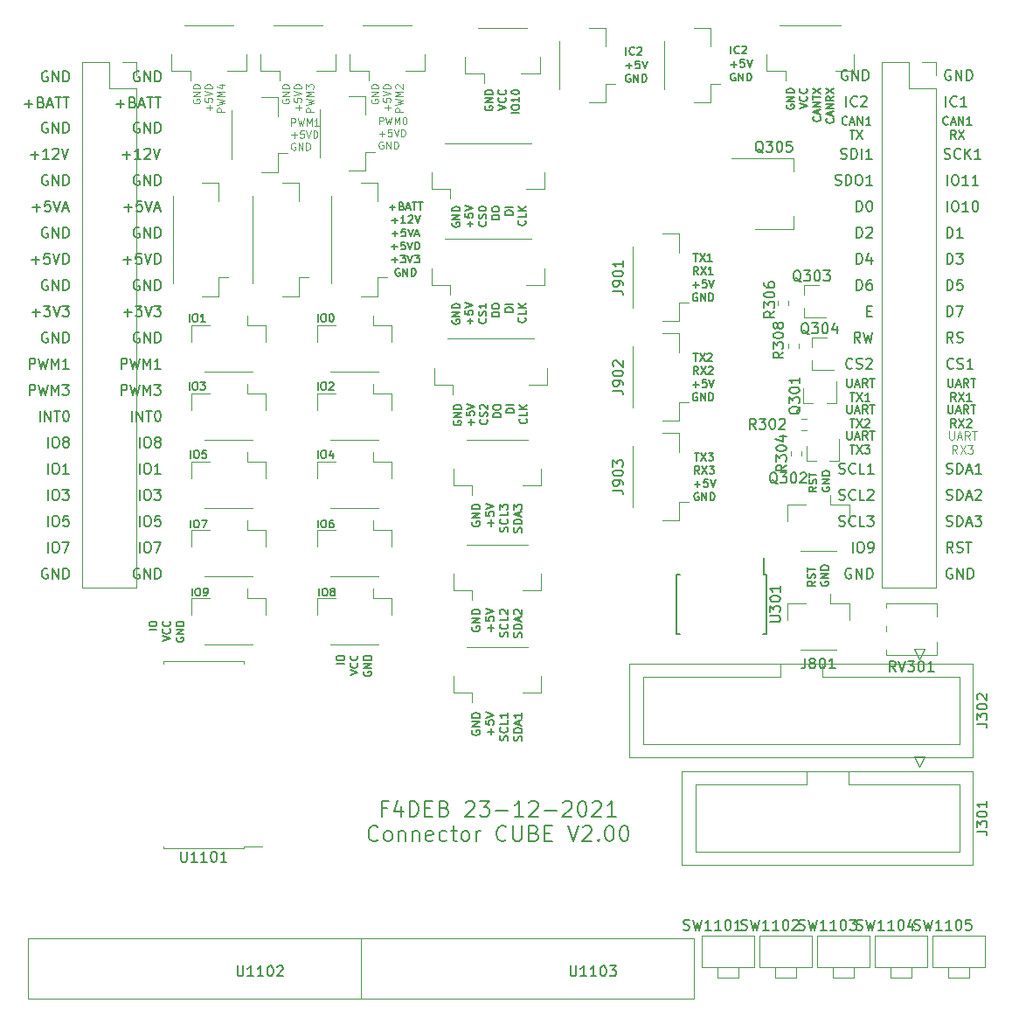
<source format=gto>
%TF.GenerationSoftware,KiCad,Pcbnew,5.99.0+really5.1.12+dfsg1-1~bpo11+1*%
%TF.CreationDate,2021-12-22T21:03:21+01:00*%
%TF.ProjectId,ConnectorCubeV2-A,436f6e6e-6563-4746-9f72-437562655632,rev?*%
%TF.SameCoordinates,Original*%
%TF.FileFunction,Legend,Top*%
%TF.FilePolarity,Positive*%
%FSLAX46Y46*%
G04 Gerber Fmt 4.6, Leading zero omitted, Abs format (unit mm)*
G04 Created by KiCad (PCBNEW 5.99.0+really5.1.12+dfsg1-1~bpo11+1) date 2021-12-22 21:03:21*
%MOMM*%
%LPD*%
G01*
G04 APERTURE LIST*
%ADD10C,0.150000*%
%ADD11C,0.187500*%
%ADD12C,0.125000*%
%ADD13C,0.120000*%
G04 APERTURE END LIST*
D10*
X128116571Y-130391857D02*
X127616571Y-130391857D01*
X127616571Y-131177571D02*
X127616571Y-129677571D01*
X128330857Y-129677571D01*
X129545142Y-130177571D02*
X129545142Y-131177571D01*
X129188000Y-129606142D02*
X128830857Y-130677571D01*
X129759428Y-130677571D01*
X130330857Y-131177571D02*
X130330857Y-129677571D01*
X130688000Y-129677571D01*
X130902285Y-129749000D01*
X131045142Y-129891857D01*
X131116571Y-130034714D01*
X131188000Y-130320428D01*
X131188000Y-130534714D01*
X131116571Y-130820428D01*
X131045142Y-130963285D01*
X130902285Y-131106142D01*
X130688000Y-131177571D01*
X130330857Y-131177571D01*
X131830857Y-130391857D02*
X132330857Y-130391857D01*
X132545142Y-131177571D02*
X131830857Y-131177571D01*
X131830857Y-129677571D01*
X132545142Y-129677571D01*
X133688000Y-130391857D02*
X133902285Y-130463285D01*
X133973714Y-130534714D01*
X134045142Y-130677571D01*
X134045142Y-130891857D01*
X133973714Y-131034714D01*
X133902285Y-131106142D01*
X133759428Y-131177571D01*
X133188000Y-131177571D01*
X133188000Y-129677571D01*
X133688000Y-129677571D01*
X133830857Y-129749000D01*
X133902285Y-129820428D01*
X133973714Y-129963285D01*
X133973714Y-130106142D01*
X133902285Y-130249000D01*
X133830857Y-130320428D01*
X133688000Y-130391857D01*
X133188000Y-130391857D01*
X135759428Y-129820428D02*
X135830857Y-129749000D01*
X135973714Y-129677571D01*
X136330857Y-129677571D01*
X136473714Y-129749000D01*
X136545142Y-129820428D01*
X136616571Y-129963285D01*
X136616571Y-130106142D01*
X136545142Y-130320428D01*
X135688000Y-131177571D01*
X136616571Y-131177571D01*
X137116571Y-129677571D02*
X138045142Y-129677571D01*
X137545142Y-130249000D01*
X137759428Y-130249000D01*
X137902285Y-130320428D01*
X137973714Y-130391857D01*
X138045142Y-130534714D01*
X138045142Y-130891857D01*
X137973714Y-131034714D01*
X137902285Y-131106142D01*
X137759428Y-131177571D01*
X137330857Y-131177571D01*
X137188000Y-131106142D01*
X137116571Y-131034714D01*
X138688000Y-130606142D02*
X139830857Y-130606142D01*
X141330857Y-131177571D02*
X140473714Y-131177571D01*
X140902285Y-131177571D02*
X140902285Y-129677571D01*
X140759428Y-129891857D01*
X140616571Y-130034714D01*
X140473714Y-130106142D01*
X141902285Y-129820428D02*
X141973714Y-129749000D01*
X142116571Y-129677571D01*
X142473714Y-129677571D01*
X142616571Y-129749000D01*
X142688000Y-129820428D01*
X142759428Y-129963285D01*
X142759428Y-130106142D01*
X142688000Y-130320428D01*
X141830857Y-131177571D01*
X142759428Y-131177571D01*
X143402285Y-130606142D02*
X144545142Y-130606142D01*
X145188000Y-129820428D02*
X145259428Y-129749000D01*
X145402285Y-129677571D01*
X145759428Y-129677571D01*
X145902285Y-129749000D01*
X145973714Y-129820428D01*
X146045142Y-129963285D01*
X146045142Y-130106142D01*
X145973714Y-130320428D01*
X145116571Y-131177571D01*
X146045142Y-131177571D01*
X146973714Y-129677571D02*
X147116571Y-129677571D01*
X147259428Y-129749000D01*
X147330857Y-129820428D01*
X147402285Y-129963285D01*
X147473714Y-130249000D01*
X147473714Y-130606142D01*
X147402285Y-130891857D01*
X147330857Y-131034714D01*
X147259428Y-131106142D01*
X147116571Y-131177571D01*
X146973714Y-131177571D01*
X146830857Y-131106142D01*
X146759428Y-131034714D01*
X146688000Y-130891857D01*
X146616571Y-130606142D01*
X146616571Y-130249000D01*
X146688000Y-129963285D01*
X146759428Y-129820428D01*
X146830857Y-129749000D01*
X146973714Y-129677571D01*
X148045142Y-129820428D02*
X148116571Y-129749000D01*
X148259428Y-129677571D01*
X148616571Y-129677571D01*
X148759428Y-129749000D01*
X148830857Y-129820428D01*
X148902285Y-129963285D01*
X148902285Y-130106142D01*
X148830857Y-130320428D01*
X147973714Y-131177571D01*
X148902285Y-131177571D01*
X150330857Y-131177571D02*
X149473714Y-131177571D01*
X149902285Y-131177571D02*
X149902285Y-129677571D01*
X149759428Y-129891857D01*
X149616571Y-130034714D01*
X149473714Y-130106142D01*
X127259428Y-133434714D02*
X127188000Y-133506142D01*
X126973714Y-133577571D01*
X126830857Y-133577571D01*
X126616571Y-133506142D01*
X126473714Y-133363285D01*
X126402285Y-133220428D01*
X126330857Y-132934714D01*
X126330857Y-132720428D01*
X126402285Y-132434714D01*
X126473714Y-132291857D01*
X126616571Y-132149000D01*
X126830857Y-132077571D01*
X126973714Y-132077571D01*
X127188000Y-132149000D01*
X127259428Y-132220428D01*
X128116571Y-133577571D02*
X127973714Y-133506142D01*
X127902285Y-133434714D01*
X127830857Y-133291857D01*
X127830857Y-132863285D01*
X127902285Y-132720428D01*
X127973714Y-132649000D01*
X128116571Y-132577571D01*
X128330857Y-132577571D01*
X128473714Y-132649000D01*
X128545142Y-132720428D01*
X128616571Y-132863285D01*
X128616571Y-133291857D01*
X128545142Y-133434714D01*
X128473714Y-133506142D01*
X128330857Y-133577571D01*
X128116571Y-133577571D01*
X129259428Y-132577571D02*
X129259428Y-133577571D01*
X129259428Y-132720428D02*
X129330857Y-132649000D01*
X129473714Y-132577571D01*
X129688000Y-132577571D01*
X129830857Y-132649000D01*
X129902285Y-132791857D01*
X129902285Y-133577571D01*
X130616571Y-132577571D02*
X130616571Y-133577571D01*
X130616571Y-132720428D02*
X130688000Y-132649000D01*
X130830857Y-132577571D01*
X131045142Y-132577571D01*
X131188000Y-132649000D01*
X131259428Y-132791857D01*
X131259428Y-133577571D01*
X132545142Y-133506142D02*
X132402285Y-133577571D01*
X132116571Y-133577571D01*
X131973714Y-133506142D01*
X131902285Y-133363285D01*
X131902285Y-132791857D01*
X131973714Y-132649000D01*
X132116571Y-132577571D01*
X132402285Y-132577571D01*
X132545142Y-132649000D01*
X132616571Y-132791857D01*
X132616571Y-132934714D01*
X131902285Y-133077571D01*
X133902285Y-133506142D02*
X133759428Y-133577571D01*
X133473714Y-133577571D01*
X133330857Y-133506142D01*
X133259428Y-133434714D01*
X133188000Y-133291857D01*
X133188000Y-132863285D01*
X133259428Y-132720428D01*
X133330857Y-132649000D01*
X133473714Y-132577571D01*
X133759428Y-132577571D01*
X133902285Y-132649000D01*
X134330857Y-132577571D02*
X134902285Y-132577571D01*
X134545142Y-132077571D02*
X134545142Y-133363285D01*
X134616571Y-133506142D01*
X134759428Y-133577571D01*
X134902285Y-133577571D01*
X135616571Y-133577571D02*
X135473714Y-133506142D01*
X135402285Y-133434714D01*
X135330857Y-133291857D01*
X135330857Y-132863285D01*
X135402285Y-132720428D01*
X135473714Y-132649000D01*
X135616571Y-132577571D01*
X135830857Y-132577571D01*
X135973714Y-132649000D01*
X136045142Y-132720428D01*
X136116571Y-132863285D01*
X136116571Y-133291857D01*
X136045142Y-133434714D01*
X135973714Y-133506142D01*
X135830857Y-133577571D01*
X135616571Y-133577571D01*
X136759428Y-133577571D02*
X136759428Y-132577571D01*
X136759428Y-132863285D02*
X136830857Y-132720428D01*
X136902285Y-132649000D01*
X137045142Y-132577571D01*
X137188000Y-132577571D01*
X139688000Y-133434714D02*
X139616571Y-133506142D01*
X139402285Y-133577571D01*
X139259428Y-133577571D01*
X139045142Y-133506142D01*
X138902285Y-133363285D01*
X138830857Y-133220428D01*
X138759428Y-132934714D01*
X138759428Y-132720428D01*
X138830857Y-132434714D01*
X138902285Y-132291857D01*
X139045142Y-132149000D01*
X139259428Y-132077571D01*
X139402285Y-132077571D01*
X139616571Y-132149000D01*
X139688000Y-132220428D01*
X140330857Y-132077571D02*
X140330857Y-133291857D01*
X140402285Y-133434714D01*
X140473714Y-133506142D01*
X140616571Y-133577571D01*
X140902285Y-133577571D01*
X141045142Y-133506142D01*
X141116571Y-133434714D01*
X141188000Y-133291857D01*
X141188000Y-132077571D01*
X142402285Y-132791857D02*
X142616571Y-132863285D01*
X142688000Y-132934714D01*
X142759428Y-133077571D01*
X142759428Y-133291857D01*
X142688000Y-133434714D01*
X142616571Y-133506142D01*
X142473714Y-133577571D01*
X141902285Y-133577571D01*
X141902285Y-132077571D01*
X142402285Y-132077571D01*
X142545142Y-132149000D01*
X142616571Y-132220428D01*
X142688000Y-132363285D01*
X142688000Y-132506142D01*
X142616571Y-132649000D01*
X142545142Y-132720428D01*
X142402285Y-132791857D01*
X141902285Y-132791857D01*
X143402285Y-132791857D02*
X143902285Y-132791857D01*
X144116571Y-133577571D02*
X143402285Y-133577571D01*
X143402285Y-132077571D01*
X144116571Y-132077571D01*
X145688000Y-132077571D02*
X146188000Y-133577571D01*
X146688000Y-132077571D01*
X147116571Y-132220428D02*
X147188000Y-132149000D01*
X147330857Y-132077571D01*
X147688000Y-132077571D01*
X147830857Y-132149000D01*
X147902285Y-132220428D01*
X147973714Y-132363285D01*
X147973714Y-132506142D01*
X147902285Y-132720428D01*
X147045142Y-133577571D01*
X147973714Y-133577571D01*
X148616571Y-133434714D02*
X148688000Y-133506142D01*
X148616571Y-133577571D01*
X148545142Y-133506142D01*
X148616571Y-133434714D01*
X148616571Y-133577571D01*
X149616571Y-132077571D02*
X149759428Y-132077571D01*
X149902285Y-132149000D01*
X149973714Y-132220428D01*
X150045142Y-132363285D01*
X150116571Y-132649000D01*
X150116571Y-133006142D01*
X150045142Y-133291857D01*
X149973714Y-133434714D01*
X149902285Y-133506142D01*
X149759428Y-133577571D01*
X149616571Y-133577571D01*
X149473714Y-133506142D01*
X149402285Y-133434714D01*
X149330857Y-133291857D01*
X149259428Y-133006142D01*
X149259428Y-132649000D01*
X149330857Y-132363285D01*
X149402285Y-132220428D01*
X149473714Y-132149000D01*
X149616571Y-132077571D01*
X151045142Y-132077571D02*
X151188000Y-132077571D01*
X151330857Y-132149000D01*
X151402285Y-132220428D01*
X151473714Y-132363285D01*
X151545142Y-132649000D01*
X151545142Y-133006142D01*
X151473714Y-133291857D01*
X151402285Y-133434714D01*
X151330857Y-133506142D01*
X151188000Y-133577571D01*
X151045142Y-133577571D01*
X150902285Y-133506142D01*
X150830857Y-133434714D01*
X150759428Y-133291857D01*
X150688000Y-133006142D01*
X150688000Y-132649000D01*
X150759428Y-132363285D01*
X150830857Y-132220428D01*
X150902285Y-132149000D01*
X151045142Y-132077571D01*
X128367428Y-72177071D02*
X128938857Y-72177071D01*
X128653142Y-72462785D02*
X128653142Y-71891357D01*
X129546000Y-72069928D02*
X129653142Y-72105642D01*
X129688857Y-72141357D01*
X129724571Y-72212785D01*
X129724571Y-72319928D01*
X129688857Y-72391357D01*
X129653142Y-72427071D01*
X129581714Y-72462785D01*
X129296000Y-72462785D01*
X129296000Y-71712785D01*
X129546000Y-71712785D01*
X129617428Y-71748500D01*
X129653142Y-71784214D01*
X129688857Y-71855642D01*
X129688857Y-71927071D01*
X129653142Y-71998500D01*
X129617428Y-72034214D01*
X129546000Y-72069928D01*
X129296000Y-72069928D01*
X130010285Y-72248500D02*
X130367428Y-72248500D01*
X129938857Y-72462785D02*
X130188857Y-71712785D01*
X130438857Y-72462785D01*
X130581714Y-71712785D02*
X131010285Y-71712785D01*
X130796000Y-72462785D02*
X130796000Y-71712785D01*
X131153142Y-71712785D02*
X131581714Y-71712785D01*
X131367428Y-72462785D02*
X131367428Y-71712785D01*
X128599571Y-73452071D02*
X129171000Y-73452071D01*
X128885285Y-73737785D02*
X128885285Y-73166357D01*
X129921000Y-73737785D02*
X129492428Y-73737785D01*
X129706714Y-73737785D02*
X129706714Y-72987785D01*
X129635285Y-73094928D01*
X129563857Y-73166357D01*
X129492428Y-73202071D01*
X130206714Y-73059214D02*
X130242428Y-73023500D01*
X130313857Y-72987785D01*
X130492428Y-72987785D01*
X130563857Y-73023500D01*
X130599571Y-73059214D01*
X130635285Y-73130642D01*
X130635285Y-73202071D01*
X130599571Y-73309214D01*
X130171000Y-73737785D01*
X130635285Y-73737785D01*
X130849571Y-72987785D02*
X131099571Y-73737785D01*
X131349571Y-72987785D01*
X128635285Y-74727071D02*
X129206714Y-74727071D01*
X128921000Y-75012785D02*
X128921000Y-74441357D01*
X129921000Y-74262785D02*
X129563857Y-74262785D01*
X129528142Y-74619928D01*
X129563857Y-74584214D01*
X129635285Y-74548500D01*
X129813857Y-74548500D01*
X129885285Y-74584214D01*
X129921000Y-74619928D01*
X129956714Y-74691357D01*
X129956714Y-74869928D01*
X129921000Y-74941357D01*
X129885285Y-74977071D01*
X129813857Y-75012785D01*
X129635285Y-75012785D01*
X129563857Y-74977071D01*
X129528142Y-74941357D01*
X130171000Y-74262785D02*
X130421000Y-75012785D01*
X130671000Y-74262785D01*
X130885285Y-74798500D02*
X131242428Y-74798500D01*
X130813857Y-75012785D02*
X131063857Y-74262785D01*
X131313857Y-75012785D01*
X128581714Y-76002071D02*
X129153142Y-76002071D01*
X128867428Y-76287785D02*
X128867428Y-75716357D01*
X129867428Y-75537785D02*
X129510285Y-75537785D01*
X129474571Y-75894928D01*
X129510285Y-75859214D01*
X129581714Y-75823500D01*
X129760285Y-75823500D01*
X129831714Y-75859214D01*
X129867428Y-75894928D01*
X129903142Y-75966357D01*
X129903142Y-76144928D01*
X129867428Y-76216357D01*
X129831714Y-76252071D01*
X129760285Y-76287785D01*
X129581714Y-76287785D01*
X129510285Y-76252071D01*
X129474571Y-76216357D01*
X130117428Y-75537785D02*
X130367428Y-76287785D01*
X130617428Y-75537785D01*
X130867428Y-76287785D02*
X130867428Y-75537785D01*
X131046000Y-75537785D01*
X131153142Y-75573500D01*
X131224571Y-75644928D01*
X131260285Y-75716357D01*
X131296000Y-75859214D01*
X131296000Y-75966357D01*
X131260285Y-76109214D01*
X131224571Y-76180642D01*
X131153142Y-76252071D01*
X131046000Y-76287785D01*
X130867428Y-76287785D01*
X128599571Y-77277071D02*
X129171000Y-77277071D01*
X128885285Y-77562785D02*
X128885285Y-76991357D01*
X129456714Y-76812785D02*
X129921000Y-76812785D01*
X129671000Y-77098500D01*
X129778142Y-77098500D01*
X129849571Y-77134214D01*
X129885285Y-77169928D01*
X129921000Y-77241357D01*
X129921000Y-77419928D01*
X129885285Y-77491357D01*
X129849571Y-77527071D01*
X129778142Y-77562785D01*
X129563857Y-77562785D01*
X129492428Y-77527071D01*
X129456714Y-77491357D01*
X130135285Y-76812785D02*
X130385285Y-77562785D01*
X130635285Y-76812785D01*
X130813857Y-76812785D02*
X131278142Y-76812785D01*
X131028142Y-77098500D01*
X131135285Y-77098500D01*
X131206714Y-77134214D01*
X131242428Y-77169928D01*
X131278142Y-77241357D01*
X131278142Y-77419928D01*
X131242428Y-77491357D01*
X131206714Y-77527071D01*
X131135285Y-77562785D01*
X130921000Y-77562785D01*
X130849571Y-77527071D01*
X130813857Y-77491357D01*
X129349571Y-78123500D02*
X129278142Y-78087785D01*
X129171000Y-78087785D01*
X129063857Y-78123500D01*
X128992428Y-78194928D01*
X128956714Y-78266357D01*
X128921000Y-78409214D01*
X128921000Y-78516357D01*
X128956714Y-78659214D01*
X128992428Y-78730642D01*
X129063857Y-78802071D01*
X129171000Y-78837785D01*
X129242428Y-78837785D01*
X129349571Y-78802071D01*
X129385285Y-78766357D01*
X129385285Y-78516357D01*
X129242428Y-78516357D01*
X129706714Y-78837785D02*
X129706714Y-78087785D01*
X130135285Y-78837785D01*
X130135285Y-78087785D01*
X130492428Y-78837785D02*
X130492428Y-78087785D01*
X130671000Y-78087785D01*
X130778142Y-78123500D01*
X130849571Y-78194928D01*
X130885285Y-78266357D01*
X130921000Y-78409214D01*
X130921000Y-78516357D01*
X130885285Y-78659214D01*
X130849571Y-78730642D01*
X130778142Y-78802071D01*
X130671000Y-78837785D01*
X130492428Y-78837785D01*
X108978000Y-83270285D02*
X108978000Y-82520285D01*
X109478000Y-82520285D02*
X109620857Y-82520285D01*
X109692285Y-82556000D01*
X109763714Y-82627428D01*
X109799428Y-82770285D01*
X109799428Y-83020285D01*
X109763714Y-83163142D01*
X109692285Y-83234571D01*
X109620857Y-83270285D01*
X109478000Y-83270285D01*
X109406571Y-83234571D01*
X109335142Y-83163142D01*
X109299428Y-83020285D01*
X109299428Y-82770285D01*
X109335142Y-82627428D01*
X109406571Y-82556000D01*
X109478000Y-82520285D01*
X110513714Y-83270285D02*
X110085142Y-83270285D01*
X110299428Y-83270285D02*
X110299428Y-82520285D01*
X110228000Y-82627428D01*
X110156571Y-82698857D01*
X110085142Y-82734571D01*
X108978000Y-89874285D02*
X108978000Y-89124285D01*
X109478000Y-89124285D02*
X109620857Y-89124285D01*
X109692285Y-89160000D01*
X109763714Y-89231428D01*
X109799428Y-89374285D01*
X109799428Y-89624285D01*
X109763714Y-89767142D01*
X109692285Y-89838571D01*
X109620857Y-89874285D01*
X109478000Y-89874285D01*
X109406571Y-89838571D01*
X109335142Y-89767142D01*
X109299428Y-89624285D01*
X109299428Y-89374285D01*
X109335142Y-89231428D01*
X109406571Y-89160000D01*
X109478000Y-89124285D01*
X110049428Y-89124285D02*
X110513714Y-89124285D01*
X110263714Y-89410000D01*
X110370857Y-89410000D01*
X110442285Y-89445714D01*
X110478000Y-89481428D01*
X110513714Y-89552857D01*
X110513714Y-89731428D01*
X110478000Y-89802857D01*
X110442285Y-89838571D01*
X110370857Y-89874285D01*
X110156571Y-89874285D01*
X110085142Y-89838571D01*
X110049428Y-89802857D01*
X109105000Y-96478285D02*
X109105000Y-95728285D01*
X109605000Y-95728285D02*
X109747857Y-95728285D01*
X109819285Y-95764000D01*
X109890714Y-95835428D01*
X109926428Y-95978285D01*
X109926428Y-96228285D01*
X109890714Y-96371142D01*
X109819285Y-96442571D01*
X109747857Y-96478285D01*
X109605000Y-96478285D01*
X109533571Y-96442571D01*
X109462142Y-96371142D01*
X109426428Y-96228285D01*
X109426428Y-95978285D01*
X109462142Y-95835428D01*
X109533571Y-95764000D01*
X109605000Y-95728285D01*
X110605000Y-95728285D02*
X110247857Y-95728285D01*
X110212142Y-96085428D01*
X110247857Y-96049714D01*
X110319285Y-96014000D01*
X110497857Y-96014000D01*
X110569285Y-96049714D01*
X110605000Y-96085428D01*
X110640714Y-96156857D01*
X110640714Y-96335428D01*
X110605000Y-96406857D01*
X110569285Y-96442571D01*
X110497857Y-96478285D01*
X110319285Y-96478285D01*
X110247857Y-96442571D01*
X110212142Y-96406857D01*
X109105000Y-103209285D02*
X109105000Y-102459285D01*
X109605000Y-102459285D02*
X109747857Y-102459285D01*
X109819285Y-102495000D01*
X109890714Y-102566428D01*
X109926428Y-102709285D01*
X109926428Y-102959285D01*
X109890714Y-103102142D01*
X109819285Y-103173571D01*
X109747857Y-103209285D01*
X109605000Y-103209285D01*
X109533571Y-103173571D01*
X109462142Y-103102142D01*
X109426428Y-102959285D01*
X109426428Y-102709285D01*
X109462142Y-102566428D01*
X109533571Y-102495000D01*
X109605000Y-102459285D01*
X110176428Y-102459285D02*
X110676428Y-102459285D01*
X110355000Y-103209285D01*
X109232000Y-109813285D02*
X109232000Y-109063285D01*
X109732000Y-109063285D02*
X109874857Y-109063285D01*
X109946285Y-109099000D01*
X110017714Y-109170428D01*
X110053428Y-109313285D01*
X110053428Y-109563285D01*
X110017714Y-109706142D01*
X109946285Y-109777571D01*
X109874857Y-109813285D01*
X109732000Y-109813285D01*
X109660571Y-109777571D01*
X109589142Y-109706142D01*
X109553428Y-109563285D01*
X109553428Y-109313285D01*
X109589142Y-109170428D01*
X109660571Y-109099000D01*
X109732000Y-109063285D01*
X110410571Y-109813285D02*
X110553428Y-109813285D01*
X110624857Y-109777571D01*
X110660571Y-109741857D01*
X110732000Y-109634714D01*
X110767714Y-109491857D01*
X110767714Y-109206142D01*
X110732000Y-109134714D01*
X110696285Y-109099000D01*
X110624857Y-109063285D01*
X110482000Y-109063285D01*
X110410571Y-109099000D01*
X110374857Y-109134714D01*
X110339142Y-109206142D01*
X110339142Y-109384714D01*
X110374857Y-109456142D01*
X110410571Y-109491857D01*
X110482000Y-109527571D01*
X110624857Y-109527571D01*
X110696285Y-109491857D01*
X110732000Y-109456142D01*
X110767714Y-109384714D01*
X121551000Y-109813285D02*
X121551000Y-109063285D01*
X122051000Y-109063285D02*
X122193857Y-109063285D01*
X122265285Y-109099000D01*
X122336714Y-109170428D01*
X122372428Y-109313285D01*
X122372428Y-109563285D01*
X122336714Y-109706142D01*
X122265285Y-109777571D01*
X122193857Y-109813285D01*
X122051000Y-109813285D01*
X121979571Y-109777571D01*
X121908142Y-109706142D01*
X121872428Y-109563285D01*
X121872428Y-109313285D01*
X121908142Y-109170428D01*
X121979571Y-109099000D01*
X122051000Y-109063285D01*
X122801000Y-109384714D02*
X122729571Y-109349000D01*
X122693857Y-109313285D01*
X122658142Y-109241857D01*
X122658142Y-109206142D01*
X122693857Y-109134714D01*
X122729571Y-109099000D01*
X122801000Y-109063285D01*
X122943857Y-109063285D01*
X123015285Y-109099000D01*
X123051000Y-109134714D01*
X123086714Y-109206142D01*
X123086714Y-109241857D01*
X123051000Y-109313285D01*
X123015285Y-109349000D01*
X122943857Y-109384714D01*
X122801000Y-109384714D01*
X122729571Y-109420428D01*
X122693857Y-109456142D01*
X122658142Y-109527571D01*
X122658142Y-109670428D01*
X122693857Y-109741857D01*
X122729571Y-109777571D01*
X122801000Y-109813285D01*
X122943857Y-109813285D01*
X123015285Y-109777571D01*
X123051000Y-109741857D01*
X123086714Y-109670428D01*
X123086714Y-109527571D01*
X123051000Y-109456142D01*
X123015285Y-109420428D01*
X122943857Y-109384714D01*
X121424000Y-103209285D02*
X121424000Y-102459285D01*
X121924000Y-102459285D02*
X122066857Y-102459285D01*
X122138285Y-102495000D01*
X122209714Y-102566428D01*
X122245428Y-102709285D01*
X122245428Y-102959285D01*
X122209714Y-103102142D01*
X122138285Y-103173571D01*
X122066857Y-103209285D01*
X121924000Y-103209285D01*
X121852571Y-103173571D01*
X121781142Y-103102142D01*
X121745428Y-102959285D01*
X121745428Y-102709285D01*
X121781142Y-102566428D01*
X121852571Y-102495000D01*
X121924000Y-102459285D01*
X122888285Y-102459285D02*
X122745428Y-102459285D01*
X122674000Y-102495000D01*
X122638285Y-102530714D01*
X122566857Y-102637857D01*
X122531142Y-102780714D01*
X122531142Y-103066428D01*
X122566857Y-103137857D01*
X122602571Y-103173571D01*
X122674000Y-103209285D01*
X122816857Y-103209285D01*
X122888285Y-103173571D01*
X122924000Y-103137857D01*
X122959714Y-103066428D01*
X122959714Y-102887857D01*
X122924000Y-102816428D01*
X122888285Y-102780714D01*
X122816857Y-102745000D01*
X122674000Y-102745000D01*
X122602571Y-102780714D01*
X122566857Y-102816428D01*
X122531142Y-102887857D01*
X121424000Y-96478285D02*
X121424000Y-95728285D01*
X121924000Y-95728285D02*
X122066857Y-95728285D01*
X122138285Y-95764000D01*
X122209714Y-95835428D01*
X122245428Y-95978285D01*
X122245428Y-96228285D01*
X122209714Y-96371142D01*
X122138285Y-96442571D01*
X122066857Y-96478285D01*
X121924000Y-96478285D01*
X121852571Y-96442571D01*
X121781142Y-96371142D01*
X121745428Y-96228285D01*
X121745428Y-95978285D01*
X121781142Y-95835428D01*
X121852571Y-95764000D01*
X121924000Y-95728285D01*
X122888285Y-95978285D02*
X122888285Y-96478285D01*
X122709714Y-95692571D02*
X122531142Y-96228285D01*
X122995428Y-96228285D01*
X121424000Y-89874285D02*
X121424000Y-89124285D01*
X121924000Y-89124285D02*
X122066857Y-89124285D01*
X122138285Y-89160000D01*
X122209714Y-89231428D01*
X122245428Y-89374285D01*
X122245428Y-89624285D01*
X122209714Y-89767142D01*
X122138285Y-89838571D01*
X122066857Y-89874285D01*
X121924000Y-89874285D01*
X121852571Y-89838571D01*
X121781142Y-89767142D01*
X121745428Y-89624285D01*
X121745428Y-89374285D01*
X121781142Y-89231428D01*
X121852571Y-89160000D01*
X121924000Y-89124285D01*
X122531142Y-89195714D02*
X122566857Y-89160000D01*
X122638285Y-89124285D01*
X122816857Y-89124285D01*
X122888285Y-89160000D01*
X122924000Y-89195714D01*
X122959714Y-89267142D01*
X122959714Y-89338571D01*
X122924000Y-89445714D01*
X122495428Y-89874285D01*
X122959714Y-89874285D01*
X121424000Y-83270285D02*
X121424000Y-82520285D01*
X121924000Y-82520285D02*
X122066857Y-82520285D01*
X122138285Y-82556000D01*
X122209714Y-82627428D01*
X122245428Y-82770285D01*
X122245428Y-83020285D01*
X122209714Y-83163142D01*
X122138285Y-83234571D01*
X122066857Y-83270285D01*
X121924000Y-83270285D01*
X121852571Y-83234571D01*
X121781142Y-83163142D01*
X121745428Y-83020285D01*
X121745428Y-82770285D01*
X121781142Y-82627428D01*
X121852571Y-82556000D01*
X121924000Y-82520285D01*
X122709714Y-82520285D02*
X122781142Y-82520285D01*
X122852571Y-82556000D01*
X122888285Y-82591714D01*
X122924000Y-82663142D01*
X122959714Y-82806000D01*
X122959714Y-82984571D01*
X122924000Y-83127428D01*
X122888285Y-83198857D01*
X122852571Y-83234571D01*
X122781142Y-83270285D01*
X122709714Y-83270285D01*
X122638285Y-83234571D01*
X122602571Y-83198857D01*
X122566857Y-83127428D01*
X122531142Y-82984571D01*
X122531142Y-82806000D01*
X122566857Y-82663142D01*
X122602571Y-82591714D01*
X122638285Y-82556000D01*
X122709714Y-82520285D01*
D11*
X105833785Y-113100160D02*
X105083785Y-113100160D01*
X105083785Y-112600160D02*
X105083785Y-112457303D01*
X105119500Y-112385875D01*
X105190928Y-112314446D01*
X105333785Y-112278732D01*
X105583785Y-112278732D01*
X105726642Y-112314446D01*
X105798071Y-112385875D01*
X105833785Y-112457303D01*
X105833785Y-112600160D01*
X105798071Y-112671589D01*
X105726642Y-112743017D01*
X105583785Y-112778732D01*
X105333785Y-112778732D01*
X105190928Y-112743017D01*
X105119500Y-112671589D01*
X105083785Y-112600160D01*
X106396285Y-114207303D02*
X107146285Y-113957303D01*
X106396285Y-113707303D01*
X107074857Y-113028732D02*
X107110571Y-113064446D01*
X107146285Y-113171589D01*
X107146285Y-113243017D01*
X107110571Y-113350160D01*
X107039142Y-113421589D01*
X106967714Y-113457303D01*
X106824857Y-113493017D01*
X106717714Y-113493017D01*
X106574857Y-113457303D01*
X106503428Y-113421589D01*
X106432000Y-113350160D01*
X106396285Y-113243017D01*
X106396285Y-113171589D01*
X106432000Y-113064446D01*
X106467714Y-113028732D01*
X107074857Y-112278732D02*
X107110571Y-112314446D01*
X107146285Y-112421589D01*
X107146285Y-112493017D01*
X107110571Y-112600160D01*
X107039142Y-112671589D01*
X106967714Y-112707303D01*
X106824857Y-112743017D01*
X106717714Y-112743017D01*
X106574857Y-112707303D01*
X106503428Y-112671589D01*
X106432000Y-112600160D01*
X106396285Y-112493017D01*
X106396285Y-112421589D01*
X106432000Y-112314446D01*
X106467714Y-112278732D01*
X107744500Y-113850160D02*
X107708785Y-113921589D01*
X107708785Y-114028732D01*
X107744500Y-114135875D01*
X107815928Y-114207303D01*
X107887357Y-114243017D01*
X108030214Y-114278732D01*
X108137357Y-114278732D01*
X108280214Y-114243017D01*
X108351642Y-114207303D01*
X108423071Y-114135875D01*
X108458785Y-114028732D01*
X108458785Y-113957303D01*
X108423071Y-113850160D01*
X108387357Y-113814446D01*
X108137357Y-113814446D01*
X108137357Y-113957303D01*
X108458785Y-113493017D02*
X107708785Y-113493017D01*
X108458785Y-113064446D01*
X107708785Y-113064446D01*
X108458785Y-112707303D02*
X107708785Y-112707303D01*
X107708785Y-112528732D01*
X107744500Y-112421589D01*
X107815928Y-112350160D01*
X107887357Y-112314446D01*
X108030214Y-112278732D01*
X108137357Y-112278732D01*
X108280214Y-112314446D01*
X108351642Y-112350160D01*
X108423071Y-112421589D01*
X108458785Y-112528732D01*
X108458785Y-112707303D01*
X123994785Y-116402160D02*
X123244785Y-116402160D01*
X123244785Y-115902160D02*
X123244785Y-115759303D01*
X123280500Y-115687875D01*
X123351928Y-115616446D01*
X123494785Y-115580732D01*
X123744785Y-115580732D01*
X123887642Y-115616446D01*
X123959071Y-115687875D01*
X123994785Y-115759303D01*
X123994785Y-115902160D01*
X123959071Y-115973589D01*
X123887642Y-116045017D01*
X123744785Y-116080732D01*
X123494785Y-116080732D01*
X123351928Y-116045017D01*
X123280500Y-115973589D01*
X123244785Y-115902160D01*
X124557285Y-117509303D02*
X125307285Y-117259303D01*
X124557285Y-117009303D01*
X125235857Y-116330732D02*
X125271571Y-116366446D01*
X125307285Y-116473589D01*
X125307285Y-116545017D01*
X125271571Y-116652160D01*
X125200142Y-116723589D01*
X125128714Y-116759303D01*
X124985857Y-116795017D01*
X124878714Y-116795017D01*
X124735857Y-116759303D01*
X124664428Y-116723589D01*
X124593000Y-116652160D01*
X124557285Y-116545017D01*
X124557285Y-116473589D01*
X124593000Y-116366446D01*
X124628714Y-116330732D01*
X125235857Y-115580732D02*
X125271571Y-115616446D01*
X125307285Y-115723589D01*
X125307285Y-115795017D01*
X125271571Y-115902160D01*
X125200142Y-115973589D01*
X125128714Y-116009303D01*
X124985857Y-116045017D01*
X124878714Y-116045017D01*
X124735857Y-116009303D01*
X124664428Y-115973589D01*
X124593000Y-115902160D01*
X124557285Y-115795017D01*
X124557285Y-115723589D01*
X124593000Y-115616446D01*
X124628714Y-115580732D01*
X125905500Y-117152160D02*
X125869785Y-117223589D01*
X125869785Y-117330732D01*
X125905500Y-117437875D01*
X125976928Y-117509303D01*
X126048357Y-117545017D01*
X126191214Y-117580732D01*
X126298357Y-117580732D01*
X126441214Y-117545017D01*
X126512642Y-117509303D01*
X126584071Y-117437875D01*
X126619785Y-117330732D01*
X126619785Y-117259303D01*
X126584071Y-117152160D01*
X126548357Y-117116446D01*
X126298357Y-117116446D01*
X126298357Y-117259303D01*
X126619785Y-116795017D02*
X125869785Y-116795017D01*
X126619785Y-116366446D01*
X125869785Y-116366446D01*
X126619785Y-116009303D02*
X125869785Y-116009303D01*
X125869785Y-115830732D01*
X125905500Y-115723589D01*
X125976928Y-115652160D01*
X126048357Y-115616446D01*
X126191214Y-115580732D01*
X126298357Y-115580732D01*
X126441214Y-115616446D01*
X126512642Y-115652160D01*
X126584071Y-115723589D01*
X126619785Y-115830732D01*
X126619785Y-116009303D01*
X161463446Y-57319785D02*
X161463446Y-56569785D01*
X162249160Y-57248357D02*
X162213446Y-57284071D01*
X162106303Y-57319785D01*
X162034875Y-57319785D01*
X161927732Y-57284071D01*
X161856303Y-57212642D01*
X161820589Y-57141214D01*
X161784875Y-56998357D01*
X161784875Y-56891214D01*
X161820589Y-56748357D01*
X161856303Y-56676928D01*
X161927732Y-56605500D01*
X162034875Y-56569785D01*
X162106303Y-56569785D01*
X162213446Y-56605500D01*
X162249160Y-56641214D01*
X162534875Y-56641214D02*
X162570589Y-56605500D01*
X162642017Y-56569785D01*
X162820589Y-56569785D01*
X162892017Y-56605500D01*
X162927732Y-56641214D01*
X162963446Y-56712642D01*
X162963446Y-56784071D01*
X162927732Y-56891214D01*
X162499160Y-57319785D01*
X162963446Y-57319785D01*
X161463446Y-58346571D02*
X162034875Y-58346571D01*
X161749160Y-58632285D02*
X161749160Y-58060857D01*
X162749160Y-57882285D02*
X162392017Y-57882285D01*
X162356303Y-58239428D01*
X162392017Y-58203714D01*
X162463446Y-58168000D01*
X162642017Y-58168000D01*
X162713446Y-58203714D01*
X162749160Y-58239428D01*
X162784875Y-58310857D01*
X162784875Y-58489428D01*
X162749160Y-58560857D01*
X162713446Y-58596571D01*
X162642017Y-58632285D01*
X162463446Y-58632285D01*
X162392017Y-58596571D01*
X162356303Y-58560857D01*
X162999160Y-57882285D02*
X163249160Y-58632285D01*
X163499160Y-57882285D01*
X161856303Y-59230500D02*
X161784875Y-59194785D01*
X161677732Y-59194785D01*
X161570589Y-59230500D01*
X161499160Y-59301928D01*
X161463446Y-59373357D01*
X161427732Y-59516214D01*
X161427732Y-59623357D01*
X161463446Y-59766214D01*
X161499160Y-59837642D01*
X161570589Y-59909071D01*
X161677732Y-59944785D01*
X161749160Y-59944785D01*
X161856303Y-59909071D01*
X161892017Y-59873357D01*
X161892017Y-59623357D01*
X161749160Y-59623357D01*
X162213446Y-59944785D02*
X162213446Y-59194785D01*
X162642017Y-59944785D01*
X162642017Y-59194785D01*
X162999160Y-59944785D02*
X162999160Y-59194785D01*
X163177732Y-59194785D01*
X163284875Y-59230500D01*
X163356303Y-59301928D01*
X163392017Y-59373357D01*
X163427732Y-59516214D01*
X163427732Y-59623357D01*
X163392017Y-59766214D01*
X163356303Y-59837642D01*
X163284875Y-59909071D01*
X163177732Y-59944785D01*
X162999160Y-59944785D01*
X151303446Y-57446785D02*
X151303446Y-56696785D01*
X152089160Y-57375357D02*
X152053446Y-57411071D01*
X151946303Y-57446785D01*
X151874875Y-57446785D01*
X151767732Y-57411071D01*
X151696303Y-57339642D01*
X151660589Y-57268214D01*
X151624875Y-57125357D01*
X151624875Y-57018214D01*
X151660589Y-56875357D01*
X151696303Y-56803928D01*
X151767732Y-56732500D01*
X151874875Y-56696785D01*
X151946303Y-56696785D01*
X152053446Y-56732500D01*
X152089160Y-56768214D01*
X152374875Y-56768214D02*
X152410589Y-56732500D01*
X152482017Y-56696785D01*
X152660589Y-56696785D01*
X152732017Y-56732500D01*
X152767732Y-56768214D01*
X152803446Y-56839642D01*
X152803446Y-56911071D01*
X152767732Y-57018214D01*
X152339160Y-57446785D01*
X152803446Y-57446785D01*
X151303446Y-58473571D02*
X151874875Y-58473571D01*
X151589160Y-58759285D02*
X151589160Y-58187857D01*
X152589160Y-58009285D02*
X152232017Y-58009285D01*
X152196303Y-58366428D01*
X152232017Y-58330714D01*
X152303446Y-58295000D01*
X152482017Y-58295000D01*
X152553446Y-58330714D01*
X152589160Y-58366428D01*
X152624875Y-58437857D01*
X152624875Y-58616428D01*
X152589160Y-58687857D01*
X152553446Y-58723571D01*
X152482017Y-58759285D01*
X152303446Y-58759285D01*
X152232017Y-58723571D01*
X152196303Y-58687857D01*
X152839160Y-58009285D02*
X153089160Y-58759285D01*
X153339160Y-58009285D01*
X151696303Y-59357500D02*
X151624875Y-59321785D01*
X151517732Y-59321785D01*
X151410589Y-59357500D01*
X151339160Y-59428928D01*
X151303446Y-59500357D01*
X151267732Y-59643214D01*
X151267732Y-59750357D01*
X151303446Y-59893214D01*
X151339160Y-59964642D01*
X151410589Y-60036071D01*
X151517732Y-60071785D01*
X151589160Y-60071785D01*
X151696303Y-60036071D01*
X151732017Y-60000357D01*
X151732017Y-59750357D01*
X151589160Y-59750357D01*
X152053446Y-60071785D02*
X152053446Y-59321785D01*
X152482017Y-60071785D01*
X152482017Y-59321785D01*
X152839160Y-60071785D02*
X152839160Y-59321785D01*
X153017732Y-59321785D01*
X153124875Y-59357500D01*
X153196303Y-59428928D01*
X153232017Y-59500357D01*
X153267732Y-59643214D01*
X153267732Y-59750357D01*
X153232017Y-59893214D01*
X153196303Y-59964642D01*
X153124875Y-60036071D01*
X153017732Y-60071785D01*
X152839160Y-60071785D01*
D10*
X166876500Y-62263785D02*
X166840785Y-62335214D01*
X166840785Y-62442357D01*
X166876500Y-62549500D01*
X166947928Y-62620928D01*
X167019357Y-62656642D01*
X167162214Y-62692357D01*
X167269357Y-62692357D01*
X167412214Y-62656642D01*
X167483642Y-62620928D01*
X167555071Y-62549500D01*
X167590785Y-62442357D01*
X167590785Y-62370928D01*
X167555071Y-62263785D01*
X167519357Y-62228071D01*
X167269357Y-62228071D01*
X167269357Y-62370928D01*
X167590785Y-61906642D02*
X166840785Y-61906642D01*
X167590785Y-61478071D01*
X166840785Y-61478071D01*
X167590785Y-61120928D02*
X166840785Y-61120928D01*
X166840785Y-60942357D01*
X166876500Y-60835214D01*
X166947928Y-60763785D01*
X167019357Y-60728071D01*
X167162214Y-60692357D01*
X167269357Y-60692357D01*
X167412214Y-60728071D01*
X167483642Y-60763785D01*
X167555071Y-60835214D01*
X167590785Y-60942357D01*
X167590785Y-61120928D01*
X168115785Y-62620928D02*
X168865785Y-62370928D01*
X168115785Y-62120928D01*
X168794357Y-61442357D02*
X168830071Y-61478071D01*
X168865785Y-61585214D01*
X168865785Y-61656642D01*
X168830071Y-61763785D01*
X168758642Y-61835214D01*
X168687214Y-61870928D01*
X168544357Y-61906642D01*
X168437214Y-61906642D01*
X168294357Y-61870928D01*
X168222928Y-61835214D01*
X168151500Y-61763785D01*
X168115785Y-61656642D01*
X168115785Y-61585214D01*
X168151500Y-61478071D01*
X168187214Y-61442357D01*
X168794357Y-60692357D02*
X168830071Y-60728071D01*
X168865785Y-60835214D01*
X168865785Y-60906642D01*
X168830071Y-61013785D01*
X168758642Y-61085214D01*
X168687214Y-61120928D01*
X168544357Y-61156642D01*
X168437214Y-61156642D01*
X168294357Y-61120928D01*
X168222928Y-61085214D01*
X168151500Y-61013785D01*
X168115785Y-60906642D01*
X168115785Y-60835214D01*
X168151500Y-60728071D01*
X168187214Y-60692357D01*
X170069357Y-63406642D02*
X170105071Y-63442357D01*
X170140785Y-63549500D01*
X170140785Y-63620928D01*
X170105071Y-63728071D01*
X170033642Y-63799500D01*
X169962214Y-63835214D01*
X169819357Y-63870928D01*
X169712214Y-63870928D01*
X169569357Y-63835214D01*
X169497928Y-63799500D01*
X169426500Y-63728071D01*
X169390785Y-63620928D01*
X169390785Y-63549500D01*
X169426500Y-63442357D01*
X169462214Y-63406642D01*
X169926500Y-63120928D02*
X169926500Y-62763785D01*
X170140785Y-63192357D02*
X169390785Y-62942357D01*
X170140785Y-62692357D01*
X170140785Y-62442357D02*
X169390785Y-62442357D01*
X170140785Y-62013785D01*
X169390785Y-62013785D01*
X169390785Y-61763785D02*
X169390785Y-61335214D01*
X170140785Y-61549500D02*
X169390785Y-61549500D01*
X169390785Y-61156642D02*
X170140785Y-60656642D01*
X169390785Y-60656642D02*
X170140785Y-61156642D01*
X171344357Y-63585214D02*
X171380071Y-63620928D01*
X171415785Y-63728071D01*
X171415785Y-63799500D01*
X171380071Y-63906642D01*
X171308642Y-63978071D01*
X171237214Y-64013785D01*
X171094357Y-64049500D01*
X170987214Y-64049500D01*
X170844357Y-64013785D01*
X170772928Y-63978071D01*
X170701500Y-63906642D01*
X170665785Y-63799500D01*
X170665785Y-63728071D01*
X170701500Y-63620928D01*
X170737214Y-63585214D01*
X171201500Y-63299500D02*
X171201500Y-62942357D01*
X171415785Y-63370928D02*
X170665785Y-63120928D01*
X171415785Y-62870928D01*
X171415785Y-62620928D02*
X170665785Y-62620928D01*
X171415785Y-62192357D01*
X170665785Y-62192357D01*
X171415785Y-61406642D02*
X171058642Y-61656642D01*
X171415785Y-61835214D02*
X170665785Y-61835214D01*
X170665785Y-61549500D01*
X170701500Y-61478071D01*
X170737214Y-61442357D01*
X170808642Y-61406642D01*
X170915785Y-61406642D01*
X170987214Y-61442357D01*
X171022928Y-61478071D01*
X171058642Y-61549500D01*
X171058642Y-61835214D01*
X170665785Y-61156642D02*
X171415785Y-60656642D01*
X170665785Y-60656642D02*
X171415785Y-61156642D01*
X137669000Y-62390785D02*
X137633285Y-62462214D01*
X137633285Y-62569357D01*
X137669000Y-62676500D01*
X137740428Y-62747928D01*
X137811857Y-62783642D01*
X137954714Y-62819357D01*
X138061857Y-62819357D01*
X138204714Y-62783642D01*
X138276142Y-62747928D01*
X138347571Y-62676500D01*
X138383285Y-62569357D01*
X138383285Y-62497928D01*
X138347571Y-62390785D01*
X138311857Y-62355071D01*
X138061857Y-62355071D01*
X138061857Y-62497928D01*
X138383285Y-62033642D02*
X137633285Y-62033642D01*
X138383285Y-61605071D01*
X137633285Y-61605071D01*
X138383285Y-61247928D02*
X137633285Y-61247928D01*
X137633285Y-61069357D01*
X137669000Y-60962214D01*
X137740428Y-60890785D01*
X137811857Y-60855071D01*
X137954714Y-60819357D01*
X138061857Y-60819357D01*
X138204714Y-60855071D01*
X138276142Y-60890785D01*
X138347571Y-60962214D01*
X138383285Y-61069357D01*
X138383285Y-61247928D01*
X138908285Y-62747928D02*
X139658285Y-62497928D01*
X138908285Y-62247928D01*
X139586857Y-61569357D02*
X139622571Y-61605071D01*
X139658285Y-61712214D01*
X139658285Y-61783642D01*
X139622571Y-61890785D01*
X139551142Y-61962214D01*
X139479714Y-61997928D01*
X139336857Y-62033642D01*
X139229714Y-62033642D01*
X139086857Y-61997928D01*
X139015428Y-61962214D01*
X138944000Y-61890785D01*
X138908285Y-61783642D01*
X138908285Y-61712214D01*
X138944000Y-61605071D01*
X138979714Y-61569357D01*
X139586857Y-60819357D02*
X139622571Y-60855071D01*
X139658285Y-60962214D01*
X139658285Y-61033642D01*
X139622571Y-61140785D01*
X139551142Y-61212214D01*
X139479714Y-61247928D01*
X139336857Y-61283642D01*
X139229714Y-61283642D01*
X139086857Y-61247928D01*
X139015428Y-61212214D01*
X138944000Y-61140785D01*
X138908285Y-61033642D01*
X138908285Y-60962214D01*
X138944000Y-60855071D01*
X138979714Y-60819357D01*
X140933285Y-63069357D02*
X140183285Y-63069357D01*
X140183285Y-62569357D02*
X140183285Y-62426500D01*
X140219000Y-62355071D01*
X140290428Y-62283642D01*
X140433285Y-62247928D01*
X140683285Y-62247928D01*
X140826142Y-62283642D01*
X140897571Y-62355071D01*
X140933285Y-62426500D01*
X140933285Y-62569357D01*
X140897571Y-62640785D01*
X140826142Y-62712214D01*
X140683285Y-62747928D01*
X140433285Y-62747928D01*
X140290428Y-62712214D01*
X140219000Y-62640785D01*
X140183285Y-62569357D01*
X140933285Y-61533642D02*
X140933285Y-61962214D01*
X140933285Y-61747928D02*
X140183285Y-61747928D01*
X140290428Y-61819357D01*
X140361857Y-61890785D01*
X140397571Y-61962214D01*
X140183285Y-61069357D02*
X140183285Y-60997928D01*
X140219000Y-60926500D01*
X140254714Y-60890785D01*
X140326142Y-60855071D01*
X140469000Y-60819357D01*
X140647571Y-60819357D01*
X140790428Y-60855071D01*
X140861857Y-60890785D01*
X140897571Y-60926500D01*
X140933285Y-60997928D01*
X140933285Y-61069357D01*
X140897571Y-61140785D01*
X140861857Y-61176500D01*
X140790428Y-61212214D01*
X140647571Y-61247928D01*
X140469000Y-61247928D01*
X140326142Y-61212214D01*
X140254714Y-61176500D01*
X140219000Y-61140785D01*
X140183285Y-61069357D01*
X169754785Y-99244357D02*
X169397642Y-99494357D01*
X169754785Y-99672928D02*
X169004785Y-99672928D01*
X169004785Y-99387214D01*
X169040500Y-99315785D01*
X169076214Y-99280071D01*
X169147642Y-99244357D01*
X169254785Y-99244357D01*
X169326214Y-99280071D01*
X169361928Y-99315785D01*
X169397642Y-99387214D01*
X169397642Y-99672928D01*
X169719071Y-98958642D02*
X169754785Y-98851500D01*
X169754785Y-98672928D01*
X169719071Y-98601500D01*
X169683357Y-98565785D01*
X169611928Y-98530071D01*
X169540500Y-98530071D01*
X169469071Y-98565785D01*
X169433357Y-98601500D01*
X169397642Y-98672928D01*
X169361928Y-98815785D01*
X169326214Y-98887214D01*
X169290500Y-98922928D01*
X169219071Y-98958642D01*
X169147642Y-98958642D01*
X169076214Y-98922928D01*
X169040500Y-98887214D01*
X169004785Y-98815785D01*
X169004785Y-98637214D01*
X169040500Y-98530071D01*
X169004785Y-98315785D02*
X169004785Y-97887214D01*
X169754785Y-98101500D02*
X169004785Y-98101500D01*
X170315500Y-99280071D02*
X170279785Y-99351500D01*
X170279785Y-99458642D01*
X170315500Y-99565785D01*
X170386928Y-99637214D01*
X170458357Y-99672928D01*
X170601214Y-99708642D01*
X170708357Y-99708642D01*
X170851214Y-99672928D01*
X170922642Y-99637214D01*
X170994071Y-99565785D01*
X171029785Y-99458642D01*
X171029785Y-99387214D01*
X170994071Y-99280071D01*
X170958357Y-99244357D01*
X170708357Y-99244357D01*
X170708357Y-99387214D01*
X171029785Y-98922928D02*
X170279785Y-98922928D01*
X171029785Y-98494357D01*
X170279785Y-98494357D01*
X171029785Y-98137214D02*
X170279785Y-98137214D01*
X170279785Y-97958642D01*
X170315500Y-97851500D01*
X170386928Y-97780071D01*
X170458357Y-97744357D01*
X170601214Y-97708642D01*
X170708357Y-97708642D01*
X170851214Y-97744357D01*
X170922642Y-97780071D01*
X170994071Y-97851500D01*
X171029785Y-97958642D01*
X171029785Y-98137214D01*
X169627785Y-108388357D02*
X169270642Y-108638357D01*
X169627785Y-108816928D02*
X168877785Y-108816928D01*
X168877785Y-108531214D01*
X168913500Y-108459785D01*
X168949214Y-108424071D01*
X169020642Y-108388357D01*
X169127785Y-108388357D01*
X169199214Y-108424071D01*
X169234928Y-108459785D01*
X169270642Y-108531214D01*
X169270642Y-108816928D01*
X169592071Y-108102642D02*
X169627785Y-107995500D01*
X169627785Y-107816928D01*
X169592071Y-107745500D01*
X169556357Y-107709785D01*
X169484928Y-107674071D01*
X169413500Y-107674071D01*
X169342071Y-107709785D01*
X169306357Y-107745500D01*
X169270642Y-107816928D01*
X169234928Y-107959785D01*
X169199214Y-108031214D01*
X169163500Y-108066928D01*
X169092071Y-108102642D01*
X169020642Y-108102642D01*
X168949214Y-108066928D01*
X168913500Y-108031214D01*
X168877785Y-107959785D01*
X168877785Y-107781214D01*
X168913500Y-107674071D01*
X168877785Y-107459785D02*
X168877785Y-107031214D01*
X169627785Y-107245500D02*
X168877785Y-107245500D01*
X170188500Y-108424071D02*
X170152785Y-108495500D01*
X170152785Y-108602642D01*
X170188500Y-108709785D01*
X170259928Y-108781214D01*
X170331357Y-108816928D01*
X170474214Y-108852642D01*
X170581357Y-108852642D01*
X170724214Y-108816928D01*
X170795642Y-108781214D01*
X170867071Y-108709785D01*
X170902785Y-108602642D01*
X170902785Y-108531214D01*
X170867071Y-108424071D01*
X170831357Y-108388357D01*
X170581357Y-108388357D01*
X170581357Y-108531214D01*
X170902785Y-108066928D02*
X170152785Y-108066928D01*
X170902785Y-107638357D01*
X170152785Y-107638357D01*
X170902785Y-107281214D02*
X170152785Y-107281214D01*
X170152785Y-107102642D01*
X170188500Y-106995500D01*
X170259928Y-106924071D01*
X170331357Y-106888357D01*
X170474214Y-106852642D01*
X170581357Y-106852642D01*
X170724214Y-106888357D01*
X170795642Y-106924071D01*
X170867071Y-106995500D01*
X170902785Y-107102642D01*
X170902785Y-107281214D01*
X157948428Y-95974785D02*
X158377000Y-95974785D01*
X158162714Y-96724785D02*
X158162714Y-95974785D01*
X158555571Y-95974785D02*
X159055571Y-96724785D01*
X159055571Y-95974785D02*
X158555571Y-96724785D01*
X159269857Y-95974785D02*
X159734142Y-95974785D01*
X159484142Y-96260500D01*
X159591285Y-96260500D01*
X159662714Y-96296214D01*
X159698428Y-96331928D01*
X159734142Y-96403357D01*
X159734142Y-96581928D01*
X159698428Y-96653357D01*
X159662714Y-96689071D01*
X159591285Y-96724785D01*
X159377000Y-96724785D01*
X159305571Y-96689071D01*
X159269857Y-96653357D01*
X158394857Y-97999785D02*
X158144857Y-97642642D01*
X157966285Y-97999785D02*
X157966285Y-97249785D01*
X158252000Y-97249785D01*
X158323428Y-97285500D01*
X158359142Y-97321214D01*
X158394857Y-97392642D01*
X158394857Y-97499785D01*
X158359142Y-97571214D01*
X158323428Y-97606928D01*
X158252000Y-97642642D01*
X157966285Y-97642642D01*
X158644857Y-97249785D02*
X159144857Y-97999785D01*
X159144857Y-97249785D02*
X158644857Y-97999785D01*
X159359142Y-97249785D02*
X159823428Y-97249785D01*
X159573428Y-97535500D01*
X159680571Y-97535500D01*
X159752000Y-97571214D01*
X159787714Y-97606928D01*
X159823428Y-97678357D01*
X159823428Y-97856928D01*
X159787714Y-97928357D01*
X159752000Y-97964071D01*
X159680571Y-97999785D01*
X159466285Y-97999785D01*
X159394857Y-97964071D01*
X159359142Y-97928357D01*
X157912714Y-98989071D02*
X158484142Y-98989071D01*
X158198428Y-99274785D02*
X158198428Y-98703357D01*
X159198428Y-98524785D02*
X158841285Y-98524785D01*
X158805571Y-98881928D01*
X158841285Y-98846214D01*
X158912714Y-98810500D01*
X159091285Y-98810500D01*
X159162714Y-98846214D01*
X159198428Y-98881928D01*
X159234142Y-98953357D01*
X159234142Y-99131928D01*
X159198428Y-99203357D01*
X159162714Y-99239071D01*
X159091285Y-99274785D01*
X158912714Y-99274785D01*
X158841285Y-99239071D01*
X158805571Y-99203357D01*
X159448428Y-98524785D02*
X159698428Y-99274785D01*
X159948428Y-98524785D01*
X158305571Y-99835500D02*
X158234142Y-99799785D01*
X158127000Y-99799785D01*
X158019857Y-99835500D01*
X157948428Y-99906928D01*
X157912714Y-99978357D01*
X157877000Y-100121214D01*
X157877000Y-100228357D01*
X157912714Y-100371214D01*
X157948428Y-100442642D01*
X158019857Y-100514071D01*
X158127000Y-100549785D01*
X158198428Y-100549785D01*
X158305571Y-100514071D01*
X158341285Y-100478357D01*
X158341285Y-100228357D01*
X158198428Y-100228357D01*
X158662714Y-100549785D02*
X158662714Y-99799785D01*
X159091285Y-100549785D01*
X159091285Y-99799785D01*
X159448428Y-100549785D02*
X159448428Y-99799785D01*
X159627000Y-99799785D01*
X159734142Y-99835500D01*
X159805571Y-99906928D01*
X159841285Y-99978357D01*
X159877000Y-100121214D01*
X159877000Y-100228357D01*
X159841285Y-100371214D01*
X159805571Y-100442642D01*
X159734142Y-100514071D01*
X159627000Y-100549785D01*
X159448428Y-100549785D01*
X157821428Y-86322785D02*
X158250000Y-86322785D01*
X158035714Y-87072785D02*
X158035714Y-86322785D01*
X158428571Y-86322785D02*
X158928571Y-87072785D01*
X158928571Y-86322785D02*
X158428571Y-87072785D01*
X159178571Y-86394214D02*
X159214285Y-86358500D01*
X159285714Y-86322785D01*
X159464285Y-86322785D01*
X159535714Y-86358500D01*
X159571428Y-86394214D01*
X159607142Y-86465642D01*
X159607142Y-86537071D01*
X159571428Y-86644214D01*
X159142857Y-87072785D01*
X159607142Y-87072785D01*
X158267857Y-88347785D02*
X158017857Y-87990642D01*
X157839285Y-88347785D02*
X157839285Y-87597785D01*
X158125000Y-87597785D01*
X158196428Y-87633500D01*
X158232142Y-87669214D01*
X158267857Y-87740642D01*
X158267857Y-87847785D01*
X158232142Y-87919214D01*
X158196428Y-87954928D01*
X158125000Y-87990642D01*
X157839285Y-87990642D01*
X158517857Y-87597785D02*
X159017857Y-88347785D01*
X159017857Y-87597785D02*
X158517857Y-88347785D01*
X159267857Y-87669214D02*
X159303571Y-87633500D01*
X159375000Y-87597785D01*
X159553571Y-87597785D01*
X159625000Y-87633500D01*
X159660714Y-87669214D01*
X159696428Y-87740642D01*
X159696428Y-87812071D01*
X159660714Y-87919214D01*
X159232142Y-88347785D01*
X159696428Y-88347785D01*
X157785714Y-89337071D02*
X158357142Y-89337071D01*
X158071428Y-89622785D02*
X158071428Y-89051357D01*
X159071428Y-88872785D02*
X158714285Y-88872785D01*
X158678571Y-89229928D01*
X158714285Y-89194214D01*
X158785714Y-89158500D01*
X158964285Y-89158500D01*
X159035714Y-89194214D01*
X159071428Y-89229928D01*
X159107142Y-89301357D01*
X159107142Y-89479928D01*
X159071428Y-89551357D01*
X159035714Y-89587071D01*
X158964285Y-89622785D01*
X158785714Y-89622785D01*
X158714285Y-89587071D01*
X158678571Y-89551357D01*
X159321428Y-88872785D02*
X159571428Y-89622785D01*
X159821428Y-88872785D01*
X158178571Y-90183500D02*
X158107142Y-90147785D01*
X158000000Y-90147785D01*
X157892857Y-90183500D01*
X157821428Y-90254928D01*
X157785714Y-90326357D01*
X157750000Y-90469214D01*
X157750000Y-90576357D01*
X157785714Y-90719214D01*
X157821428Y-90790642D01*
X157892857Y-90862071D01*
X158000000Y-90897785D01*
X158071428Y-90897785D01*
X158178571Y-90862071D01*
X158214285Y-90826357D01*
X158214285Y-90576357D01*
X158071428Y-90576357D01*
X158535714Y-90897785D02*
X158535714Y-90147785D01*
X158964285Y-90897785D01*
X158964285Y-90147785D01*
X159321428Y-90897785D02*
X159321428Y-90147785D01*
X159500000Y-90147785D01*
X159607142Y-90183500D01*
X159678571Y-90254928D01*
X159714285Y-90326357D01*
X159750000Y-90469214D01*
X159750000Y-90576357D01*
X159714285Y-90719214D01*
X159678571Y-90790642D01*
X159607142Y-90862071D01*
X159500000Y-90897785D01*
X159321428Y-90897785D01*
X157821428Y-76670785D02*
X158250000Y-76670785D01*
X158035714Y-77420785D02*
X158035714Y-76670785D01*
X158428571Y-76670785D02*
X158928571Y-77420785D01*
X158928571Y-76670785D02*
X158428571Y-77420785D01*
X159607142Y-77420785D02*
X159178571Y-77420785D01*
X159392857Y-77420785D02*
X159392857Y-76670785D01*
X159321428Y-76777928D01*
X159250000Y-76849357D01*
X159178571Y-76885071D01*
X158267857Y-78695785D02*
X158017857Y-78338642D01*
X157839285Y-78695785D02*
X157839285Y-77945785D01*
X158125000Y-77945785D01*
X158196428Y-77981500D01*
X158232142Y-78017214D01*
X158267857Y-78088642D01*
X158267857Y-78195785D01*
X158232142Y-78267214D01*
X158196428Y-78302928D01*
X158125000Y-78338642D01*
X157839285Y-78338642D01*
X158517857Y-77945785D02*
X159017857Y-78695785D01*
X159017857Y-77945785D02*
X158517857Y-78695785D01*
X159696428Y-78695785D02*
X159267857Y-78695785D01*
X159482142Y-78695785D02*
X159482142Y-77945785D01*
X159410714Y-78052928D01*
X159339285Y-78124357D01*
X159267857Y-78160071D01*
X157785714Y-79685071D02*
X158357142Y-79685071D01*
X158071428Y-79970785D02*
X158071428Y-79399357D01*
X159071428Y-79220785D02*
X158714285Y-79220785D01*
X158678571Y-79577928D01*
X158714285Y-79542214D01*
X158785714Y-79506500D01*
X158964285Y-79506500D01*
X159035714Y-79542214D01*
X159071428Y-79577928D01*
X159107142Y-79649357D01*
X159107142Y-79827928D01*
X159071428Y-79899357D01*
X159035714Y-79935071D01*
X158964285Y-79970785D01*
X158785714Y-79970785D01*
X158714285Y-79935071D01*
X158678571Y-79899357D01*
X159321428Y-79220785D02*
X159571428Y-79970785D01*
X159821428Y-79220785D01*
X158178571Y-80531500D02*
X158107142Y-80495785D01*
X158000000Y-80495785D01*
X157892857Y-80531500D01*
X157821428Y-80602928D01*
X157785714Y-80674357D01*
X157750000Y-80817214D01*
X157750000Y-80924357D01*
X157785714Y-81067214D01*
X157821428Y-81138642D01*
X157892857Y-81210071D01*
X158000000Y-81245785D01*
X158071428Y-81245785D01*
X158178571Y-81210071D01*
X158214285Y-81174357D01*
X158214285Y-80924357D01*
X158071428Y-80924357D01*
X158535714Y-81245785D02*
X158535714Y-80495785D01*
X158964285Y-81245785D01*
X158964285Y-80495785D01*
X159321428Y-81245785D02*
X159321428Y-80495785D01*
X159500000Y-80495785D01*
X159607142Y-80531500D01*
X159678571Y-80602928D01*
X159714285Y-80674357D01*
X159750000Y-80817214D01*
X159750000Y-80924357D01*
X159714285Y-81067214D01*
X159678571Y-81138642D01*
X159607142Y-81210071D01*
X159500000Y-81245785D01*
X159321428Y-81245785D01*
X134486500Y-73693785D02*
X134450785Y-73765214D01*
X134450785Y-73872357D01*
X134486500Y-73979500D01*
X134557928Y-74050928D01*
X134629357Y-74086642D01*
X134772214Y-74122357D01*
X134879357Y-74122357D01*
X135022214Y-74086642D01*
X135093642Y-74050928D01*
X135165071Y-73979500D01*
X135200785Y-73872357D01*
X135200785Y-73800928D01*
X135165071Y-73693785D01*
X135129357Y-73658071D01*
X134879357Y-73658071D01*
X134879357Y-73800928D01*
X135200785Y-73336642D02*
X134450785Y-73336642D01*
X135200785Y-72908071D01*
X134450785Y-72908071D01*
X135200785Y-72550928D02*
X134450785Y-72550928D01*
X134450785Y-72372357D01*
X134486500Y-72265214D01*
X134557928Y-72193785D01*
X134629357Y-72158071D01*
X134772214Y-72122357D01*
X134879357Y-72122357D01*
X135022214Y-72158071D01*
X135093642Y-72193785D01*
X135165071Y-72265214D01*
X135200785Y-72372357D01*
X135200785Y-72550928D01*
X136190071Y-74086642D02*
X136190071Y-73515214D01*
X136475785Y-73800928D02*
X135904357Y-73800928D01*
X135725785Y-72800928D02*
X135725785Y-73158071D01*
X136082928Y-73193785D01*
X136047214Y-73158071D01*
X136011500Y-73086642D01*
X136011500Y-72908071D01*
X136047214Y-72836642D01*
X136082928Y-72800928D01*
X136154357Y-72765214D01*
X136332928Y-72765214D01*
X136404357Y-72800928D01*
X136440071Y-72836642D01*
X136475785Y-72908071D01*
X136475785Y-73086642D01*
X136440071Y-73158071D01*
X136404357Y-73193785D01*
X135725785Y-72550928D02*
X136475785Y-72300928D01*
X135725785Y-72050928D01*
X137679357Y-73550928D02*
X137715071Y-73586642D01*
X137750785Y-73693785D01*
X137750785Y-73765214D01*
X137715071Y-73872357D01*
X137643642Y-73943785D01*
X137572214Y-73979500D01*
X137429357Y-74015214D01*
X137322214Y-74015214D01*
X137179357Y-73979500D01*
X137107928Y-73943785D01*
X137036500Y-73872357D01*
X137000785Y-73765214D01*
X137000785Y-73693785D01*
X137036500Y-73586642D01*
X137072214Y-73550928D01*
X137715071Y-73265214D02*
X137750785Y-73158071D01*
X137750785Y-72979500D01*
X137715071Y-72908071D01*
X137679357Y-72872357D01*
X137607928Y-72836642D01*
X137536500Y-72836642D01*
X137465071Y-72872357D01*
X137429357Y-72908071D01*
X137393642Y-72979500D01*
X137357928Y-73122357D01*
X137322214Y-73193785D01*
X137286500Y-73229500D01*
X137215071Y-73265214D01*
X137143642Y-73265214D01*
X137072214Y-73229500D01*
X137036500Y-73193785D01*
X137000785Y-73122357D01*
X137000785Y-72943785D01*
X137036500Y-72836642D01*
X137000785Y-72372357D02*
X137000785Y-72300928D01*
X137036500Y-72229500D01*
X137072214Y-72193785D01*
X137143642Y-72158071D01*
X137286500Y-72122357D01*
X137465071Y-72122357D01*
X137607928Y-72158071D01*
X137679357Y-72193785D01*
X137715071Y-72229500D01*
X137750785Y-72300928D01*
X137750785Y-72372357D01*
X137715071Y-72443785D01*
X137679357Y-72479500D01*
X137607928Y-72515214D01*
X137465071Y-72550928D01*
X137286500Y-72550928D01*
X137143642Y-72515214D01*
X137072214Y-72479500D01*
X137036500Y-72443785D01*
X137000785Y-72372357D01*
X139025785Y-73336642D02*
X138275785Y-73336642D01*
X138275785Y-73158071D01*
X138311500Y-73050928D01*
X138382928Y-72979500D01*
X138454357Y-72943785D01*
X138597214Y-72908071D01*
X138704357Y-72908071D01*
X138847214Y-72943785D01*
X138918642Y-72979500D01*
X138990071Y-73050928D01*
X139025785Y-73158071D01*
X139025785Y-73336642D01*
X138275785Y-72443785D02*
X138275785Y-72300928D01*
X138311500Y-72229500D01*
X138382928Y-72158071D01*
X138525785Y-72122357D01*
X138775785Y-72122357D01*
X138918642Y-72158071D01*
X138990071Y-72229500D01*
X139025785Y-72300928D01*
X139025785Y-72443785D01*
X138990071Y-72515214D01*
X138918642Y-72586642D01*
X138775785Y-72622357D01*
X138525785Y-72622357D01*
X138382928Y-72586642D01*
X138311500Y-72515214D01*
X138275785Y-72443785D01*
X140300785Y-72908071D02*
X139550785Y-72908071D01*
X139550785Y-72729500D01*
X139586500Y-72622357D01*
X139657928Y-72550928D01*
X139729357Y-72515214D01*
X139872214Y-72479500D01*
X139979357Y-72479500D01*
X140122214Y-72515214D01*
X140193642Y-72550928D01*
X140265071Y-72622357D01*
X140300785Y-72729500D01*
X140300785Y-72908071D01*
X140300785Y-72158071D02*
X139550785Y-72158071D01*
X141504357Y-73479500D02*
X141540071Y-73515214D01*
X141575785Y-73622357D01*
X141575785Y-73693785D01*
X141540071Y-73800928D01*
X141468642Y-73872357D01*
X141397214Y-73908071D01*
X141254357Y-73943785D01*
X141147214Y-73943785D01*
X141004357Y-73908071D01*
X140932928Y-73872357D01*
X140861500Y-73800928D01*
X140825785Y-73693785D01*
X140825785Y-73622357D01*
X140861500Y-73515214D01*
X140897214Y-73479500D01*
X141575785Y-72800928D02*
X141575785Y-73158071D01*
X140825785Y-73158071D01*
X141575785Y-72550928D02*
X140825785Y-72550928D01*
X141575785Y-72122357D02*
X141147214Y-72443785D01*
X140825785Y-72122357D02*
X141254357Y-72550928D01*
X134486500Y-83091785D02*
X134450785Y-83163214D01*
X134450785Y-83270357D01*
X134486500Y-83377500D01*
X134557928Y-83448928D01*
X134629357Y-83484642D01*
X134772214Y-83520357D01*
X134879357Y-83520357D01*
X135022214Y-83484642D01*
X135093642Y-83448928D01*
X135165071Y-83377500D01*
X135200785Y-83270357D01*
X135200785Y-83198928D01*
X135165071Y-83091785D01*
X135129357Y-83056071D01*
X134879357Y-83056071D01*
X134879357Y-83198928D01*
X135200785Y-82734642D02*
X134450785Y-82734642D01*
X135200785Y-82306071D01*
X134450785Y-82306071D01*
X135200785Y-81948928D02*
X134450785Y-81948928D01*
X134450785Y-81770357D01*
X134486500Y-81663214D01*
X134557928Y-81591785D01*
X134629357Y-81556071D01*
X134772214Y-81520357D01*
X134879357Y-81520357D01*
X135022214Y-81556071D01*
X135093642Y-81591785D01*
X135165071Y-81663214D01*
X135200785Y-81770357D01*
X135200785Y-81948928D01*
X136190071Y-83484642D02*
X136190071Y-82913214D01*
X136475785Y-83198928D02*
X135904357Y-83198928D01*
X135725785Y-82198928D02*
X135725785Y-82556071D01*
X136082928Y-82591785D01*
X136047214Y-82556071D01*
X136011500Y-82484642D01*
X136011500Y-82306071D01*
X136047214Y-82234642D01*
X136082928Y-82198928D01*
X136154357Y-82163214D01*
X136332928Y-82163214D01*
X136404357Y-82198928D01*
X136440071Y-82234642D01*
X136475785Y-82306071D01*
X136475785Y-82484642D01*
X136440071Y-82556071D01*
X136404357Y-82591785D01*
X135725785Y-81948928D02*
X136475785Y-81698928D01*
X135725785Y-81448928D01*
X137679357Y-82948928D02*
X137715071Y-82984642D01*
X137750785Y-83091785D01*
X137750785Y-83163214D01*
X137715071Y-83270357D01*
X137643642Y-83341785D01*
X137572214Y-83377500D01*
X137429357Y-83413214D01*
X137322214Y-83413214D01*
X137179357Y-83377500D01*
X137107928Y-83341785D01*
X137036500Y-83270357D01*
X137000785Y-83163214D01*
X137000785Y-83091785D01*
X137036500Y-82984642D01*
X137072214Y-82948928D01*
X137715071Y-82663214D02*
X137750785Y-82556071D01*
X137750785Y-82377500D01*
X137715071Y-82306071D01*
X137679357Y-82270357D01*
X137607928Y-82234642D01*
X137536500Y-82234642D01*
X137465071Y-82270357D01*
X137429357Y-82306071D01*
X137393642Y-82377500D01*
X137357928Y-82520357D01*
X137322214Y-82591785D01*
X137286500Y-82627500D01*
X137215071Y-82663214D01*
X137143642Y-82663214D01*
X137072214Y-82627500D01*
X137036500Y-82591785D01*
X137000785Y-82520357D01*
X137000785Y-82341785D01*
X137036500Y-82234642D01*
X137750785Y-81520357D02*
X137750785Y-81948928D01*
X137750785Y-81734642D02*
X137000785Y-81734642D01*
X137107928Y-81806071D01*
X137179357Y-81877500D01*
X137215071Y-81948928D01*
X139025785Y-82734642D02*
X138275785Y-82734642D01*
X138275785Y-82556071D01*
X138311500Y-82448928D01*
X138382928Y-82377500D01*
X138454357Y-82341785D01*
X138597214Y-82306071D01*
X138704357Y-82306071D01*
X138847214Y-82341785D01*
X138918642Y-82377500D01*
X138990071Y-82448928D01*
X139025785Y-82556071D01*
X139025785Y-82734642D01*
X138275785Y-81841785D02*
X138275785Y-81698928D01*
X138311500Y-81627500D01*
X138382928Y-81556071D01*
X138525785Y-81520357D01*
X138775785Y-81520357D01*
X138918642Y-81556071D01*
X138990071Y-81627500D01*
X139025785Y-81698928D01*
X139025785Y-81841785D01*
X138990071Y-81913214D01*
X138918642Y-81984642D01*
X138775785Y-82020357D01*
X138525785Y-82020357D01*
X138382928Y-81984642D01*
X138311500Y-81913214D01*
X138275785Y-81841785D01*
X140300785Y-82306071D02*
X139550785Y-82306071D01*
X139550785Y-82127500D01*
X139586500Y-82020357D01*
X139657928Y-81948928D01*
X139729357Y-81913214D01*
X139872214Y-81877500D01*
X139979357Y-81877500D01*
X140122214Y-81913214D01*
X140193642Y-81948928D01*
X140265071Y-82020357D01*
X140300785Y-82127500D01*
X140300785Y-82306071D01*
X140300785Y-81556071D02*
X139550785Y-81556071D01*
X141504357Y-82877500D02*
X141540071Y-82913214D01*
X141575785Y-83020357D01*
X141575785Y-83091785D01*
X141540071Y-83198928D01*
X141468642Y-83270357D01*
X141397214Y-83306071D01*
X141254357Y-83341785D01*
X141147214Y-83341785D01*
X141004357Y-83306071D01*
X140932928Y-83270357D01*
X140861500Y-83198928D01*
X140825785Y-83091785D01*
X140825785Y-83020357D01*
X140861500Y-82913214D01*
X140897214Y-82877500D01*
X141575785Y-82198928D02*
X141575785Y-82556071D01*
X140825785Y-82556071D01*
X141575785Y-81948928D02*
X140825785Y-81948928D01*
X141575785Y-81520357D02*
X141147214Y-81841785D01*
X140825785Y-81520357D02*
X141254357Y-81948928D01*
X134613500Y-92870785D02*
X134577785Y-92942214D01*
X134577785Y-93049357D01*
X134613500Y-93156500D01*
X134684928Y-93227928D01*
X134756357Y-93263642D01*
X134899214Y-93299357D01*
X135006357Y-93299357D01*
X135149214Y-93263642D01*
X135220642Y-93227928D01*
X135292071Y-93156500D01*
X135327785Y-93049357D01*
X135327785Y-92977928D01*
X135292071Y-92870785D01*
X135256357Y-92835071D01*
X135006357Y-92835071D01*
X135006357Y-92977928D01*
X135327785Y-92513642D02*
X134577785Y-92513642D01*
X135327785Y-92085071D01*
X134577785Y-92085071D01*
X135327785Y-91727928D02*
X134577785Y-91727928D01*
X134577785Y-91549357D01*
X134613500Y-91442214D01*
X134684928Y-91370785D01*
X134756357Y-91335071D01*
X134899214Y-91299357D01*
X135006357Y-91299357D01*
X135149214Y-91335071D01*
X135220642Y-91370785D01*
X135292071Y-91442214D01*
X135327785Y-91549357D01*
X135327785Y-91727928D01*
X136317071Y-93263642D02*
X136317071Y-92692214D01*
X136602785Y-92977928D02*
X136031357Y-92977928D01*
X135852785Y-91977928D02*
X135852785Y-92335071D01*
X136209928Y-92370785D01*
X136174214Y-92335071D01*
X136138500Y-92263642D01*
X136138500Y-92085071D01*
X136174214Y-92013642D01*
X136209928Y-91977928D01*
X136281357Y-91942214D01*
X136459928Y-91942214D01*
X136531357Y-91977928D01*
X136567071Y-92013642D01*
X136602785Y-92085071D01*
X136602785Y-92263642D01*
X136567071Y-92335071D01*
X136531357Y-92370785D01*
X135852785Y-91727928D02*
X136602785Y-91477928D01*
X135852785Y-91227928D01*
X137806357Y-92727928D02*
X137842071Y-92763642D01*
X137877785Y-92870785D01*
X137877785Y-92942214D01*
X137842071Y-93049357D01*
X137770642Y-93120785D01*
X137699214Y-93156500D01*
X137556357Y-93192214D01*
X137449214Y-93192214D01*
X137306357Y-93156500D01*
X137234928Y-93120785D01*
X137163500Y-93049357D01*
X137127785Y-92942214D01*
X137127785Y-92870785D01*
X137163500Y-92763642D01*
X137199214Y-92727928D01*
X137842071Y-92442214D02*
X137877785Y-92335071D01*
X137877785Y-92156500D01*
X137842071Y-92085071D01*
X137806357Y-92049357D01*
X137734928Y-92013642D01*
X137663500Y-92013642D01*
X137592071Y-92049357D01*
X137556357Y-92085071D01*
X137520642Y-92156500D01*
X137484928Y-92299357D01*
X137449214Y-92370785D01*
X137413500Y-92406500D01*
X137342071Y-92442214D01*
X137270642Y-92442214D01*
X137199214Y-92406500D01*
X137163500Y-92370785D01*
X137127785Y-92299357D01*
X137127785Y-92120785D01*
X137163500Y-92013642D01*
X137199214Y-91727928D02*
X137163500Y-91692214D01*
X137127785Y-91620785D01*
X137127785Y-91442214D01*
X137163500Y-91370785D01*
X137199214Y-91335071D01*
X137270642Y-91299357D01*
X137342071Y-91299357D01*
X137449214Y-91335071D01*
X137877785Y-91763642D01*
X137877785Y-91299357D01*
X139152785Y-92513642D02*
X138402785Y-92513642D01*
X138402785Y-92335071D01*
X138438500Y-92227928D01*
X138509928Y-92156500D01*
X138581357Y-92120785D01*
X138724214Y-92085071D01*
X138831357Y-92085071D01*
X138974214Y-92120785D01*
X139045642Y-92156500D01*
X139117071Y-92227928D01*
X139152785Y-92335071D01*
X139152785Y-92513642D01*
X138402785Y-91620785D02*
X138402785Y-91477928D01*
X138438500Y-91406500D01*
X138509928Y-91335071D01*
X138652785Y-91299357D01*
X138902785Y-91299357D01*
X139045642Y-91335071D01*
X139117071Y-91406500D01*
X139152785Y-91477928D01*
X139152785Y-91620785D01*
X139117071Y-91692214D01*
X139045642Y-91763642D01*
X138902785Y-91799357D01*
X138652785Y-91799357D01*
X138509928Y-91763642D01*
X138438500Y-91692214D01*
X138402785Y-91620785D01*
X140427785Y-92085071D02*
X139677785Y-92085071D01*
X139677785Y-91906500D01*
X139713500Y-91799357D01*
X139784928Y-91727928D01*
X139856357Y-91692214D01*
X139999214Y-91656500D01*
X140106357Y-91656500D01*
X140249214Y-91692214D01*
X140320642Y-91727928D01*
X140392071Y-91799357D01*
X140427785Y-91906500D01*
X140427785Y-92085071D01*
X140427785Y-91335071D02*
X139677785Y-91335071D01*
X141631357Y-92656500D02*
X141667071Y-92692214D01*
X141702785Y-92799357D01*
X141702785Y-92870785D01*
X141667071Y-92977928D01*
X141595642Y-93049357D01*
X141524214Y-93085071D01*
X141381357Y-93120785D01*
X141274214Y-93120785D01*
X141131357Y-93085071D01*
X141059928Y-93049357D01*
X140988500Y-92977928D01*
X140952785Y-92870785D01*
X140952785Y-92799357D01*
X140988500Y-92692214D01*
X141024214Y-92656500D01*
X141702785Y-91977928D02*
X141702785Y-92335071D01*
X140952785Y-92335071D01*
X141702785Y-91727928D02*
X140952785Y-91727928D01*
X141702785Y-91299357D02*
X141274214Y-91620785D01*
X140952785Y-91299357D02*
X141381357Y-91727928D01*
X136386000Y-102637071D02*
X136347904Y-102713261D01*
X136347904Y-102827547D01*
X136386000Y-102941833D01*
X136462190Y-103018023D01*
X136538380Y-103056119D01*
X136690761Y-103094214D01*
X136805047Y-103094214D01*
X136957428Y-103056119D01*
X137033619Y-103018023D01*
X137109809Y-102941833D01*
X137147904Y-102827547D01*
X137147904Y-102751357D01*
X137109809Y-102637071D01*
X137071714Y-102598976D01*
X136805047Y-102598976D01*
X136805047Y-102751357D01*
X137147904Y-102256119D02*
X136347904Y-102256119D01*
X137147904Y-101798976D01*
X136347904Y-101798976D01*
X137147904Y-101418023D02*
X136347904Y-101418023D01*
X136347904Y-101227547D01*
X136386000Y-101113261D01*
X136462190Y-101037071D01*
X136538380Y-100998976D01*
X136690761Y-100960880D01*
X136805047Y-100960880D01*
X136957428Y-100998976D01*
X137033619Y-101037071D01*
X137109809Y-101113261D01*
X137147904Y-101227547D01*
X137147904Y-101418023D01*
X138193142Y-103056119D02*
X138193142Y-102446595D01*
X138497904Y-102751357D02*
X137888380Y-102751357D01*
X137697904Y-101684690D02*
X137697904Y-102065642D01*
X138078857Y-102103738D01*
X138040761Y-102065642D01*
X138002666Y-101989452D01*
X138002666Y-101798976D01*
X138040761Y-101722785D01*
X138078857Y-101684690D01*
X138155047Y-101646595D01*
X138345523Y-101646595D01*
X138421714Y-101684690D01*
X138459809Y-101722785D01*
X138497904Y-101798976D01*
X138497904Y-101989452D01*
X138459809Y-102065642D01*
X138421714Y-102103738D01*
X137697904Y-101418023D02*
X138497904Y-101151357D01*
X137697904Y-100884690D01*
X139809809Y-103627547D02*
X139847904Y-103513261D01*
X139847904Y-103322785D01*
X139809809Y-103246595D01*
X139771714Y-103208500D01*
X139695523Y-103170404D01*
X139619333Y-103170404D01*
X139543142Y-103208500D01*
X139505047Y-103246595D01*
X139466952Y-103322785D01*
X139428857Y-103475166D01*
X139390761Y-103551357D01*
X139352666Y-103589452D01*
X139276476Y-103627547D01*
X139200285Y-103627547D01*
X139124095Y-103589452D01*
X139086000Y-103551357D01*
X139047904Y-103475166D01*
X139047904Y-103284690D01*
X139086000Y-103170404D01*
X139771714Y-102370404D02*
X139809809Y-102408500D01*
X139847904Y-102522785D01*
X139847904Y-102598976D01*
X139809809Y-102713261D01*
X139733619Y-102789452D01*
X139657428Y-102827547D01*
X139505047Y-102865642D01*
X139390761Y-102865642D01*
X139238380Y-102827547D01*
X139162190Y-102789452D01*
X139086000Y-102713261D01*
X139047904Y-102598976D01*
X139047904Y-102522785D01*
X139086000Y-102408500D01*
X139124095Y-102370404D01*
X139847904Y-101646595D02*
X139847904Y-102027547D01*
X139047904Y-102027547D01*
X139047904Y-101456119D02*
X139047904Y-100960880D01*
X139352666Y-101227547D01*
X139352666Y-101113261D01*
X139390761Y-101037071D01*
X139428857Y-100998976D01*
X139505047Y-100960880D01*
X139695523Y-100960880D01*
X139771714Y-100998976D01*
X139809809Y-101037071D01*
X139847904Y-101113261D01*
X139847904Y-101341833D01*
X139809809Y-101418023D01*
X139771714Y-101456119D01*
X141159809Y-103665642D02*
X141197904Y-103551357D01*
X141197904Y-103360880D01*
X141159809Y-103284690D01*
X141121714Y-103246595D01*
X141045523Y-103208500D01*
X140969333Y-103208500D01*
X140893142Y-103246595D01*
X140855047Y-103284690D01*
X140816952Y-103360880D01*
X140778857Y-103513261D01*
X140740761Y-103589452D01*
X140702666Y-103627547D01*
X140626476Y-103665642D01*
X140550285Y-103665642D01*
X140474095Y-103627547D01*
X140436000Y-103589452D01*
X140397904Y-103513261D01*
X140397904Y-103322785D01*
X140436000Y-103208500D01*
X141197904Y-102865642D02*
X140397904Y-102865642D01*
X140397904Y-102675166D01*
X140436000Y-102560880D01*
X140512190Y-102484690D01*
X140588380Y-102446595D01*
X140740761Y-102408500D01*
X140855047Y-102408500D01*
X141007428Y-102446595D01*
X141083619Y-102484690D01*
X141159809Y-102560880D01*
X141197904Y-102675166D01*
X141197904Y-102865642D01*
X140969333Y-102103738D02*
X140969333Y-101722785D01*
X141197904Y-102179928D02*
X140397904Y-101913261D01*
X141197904Y-101646595D01*
X140397904Y-101456119D02*
X140397904Y-100960880D01*
X140702666Y-101227547D01*
X140702666Y-101113261D01*
X140740761Y-101037071D01*
X140778857Y-100998976D01*
X140855047Y-100960880D01*
X141045523Y-100960880D01*
X141121714Y-100998976D01*
X141159809Y-101037071D01*
X141197904Y-101113261D01*
X141197904Y-101341833D01*
X141159809Y-101418023D01*
X141121714Y-101456119D01*
X136386000Y-112797071D02*
X136347904Y-112873261D01*
X136347904Y-112987547D01*
X136386000Y-113101833D01*
X136462190Y-113178023D01*
X136538380Y-113216119D01*
X136690761Y-113254214D01*
X136805047Y-113254214D01*
X136957428Y-113216119D01*
X137033619Y-113178023D01*
X137109809Y-113101833D01*
X137147904Y-112987547D01*
X137147904Y-112911357D01*
X137109809Y-112797071D01*
X137071714Y-112758976D01*
X136805047Y-112758976D01*
X136805047Y-112911357D01*
X137147904Y-112416119D02*
X136347904Y-112416119D01*
X137147904Y-111958976D01*
X136347904Y-111958976D01*
X137147904Y-111578023D02*
X136347904Y-111578023D01*
X136347904Y-111387547D01*
X136386000Y-111273261D01*
X136462190Y-111197071D01*
X136538380Y-111158976D01*
X136690761Y-111120880D01*
X136805047Y-111120880D01*
X136957428Y-111158976D01*
X137033619Y-111197071D01*
X137109809Y-111273261D01*
X137147904Y-111387547D01*
X137147904Y-111578023D01*
X138193142Y-113216119D02*
X138193142Y-112606595D01*
X138497904Y-112911357D02*
X137888380Y-112911357D01*
X137697904Y-111844690D02*
X137697904Y-112225642D01*
X138078857Y-112263738D01*
X138040761Y-112225642D01*
X138002666Y-112149452D01*
X138002666Y-111958976D01*
X138040761Y-111882785D01*
X138078857Y-111844690D01*
X138155047Y-111806595D01*
X138345523Y-111806595D01*
X138421714Y-111844690D01*
X138459809Y-111882785D01*
X138497904Y-111958976D01*
X138497904Y-112149452D01*
X138459809Y-112225642D01*
X138421714Y-112263738D01*
X137697904Y-111578023D02*
X138497904Y-111311357D01*
X137697904Y-111044690D01*
X139809809Y-113787547D02*
X139847904Y-113673261D01*
X139847904Y-113482785D01*
X139809809Y-113406595D01*
X139771714Y-113368500D01*
X139695523Y-113330404D01*
X139619333Y-113330404D01*
X139543142Y-113368500D01*
X139505047Y-113406595D01*
X139466952Y-113482785D01*
X139428857Y-113635166D01*
X139390761Y-113711357D01*
X139352666Y-113749452D01*
X139276476Y-113787547D01*
X139200285Y-113787547D01*
X139124095Y-113749452D01*
X139086000Y-113711357D01*
X139047904Y-113635166D01*
X139047904Y-113444690D01*
X139086000Y-113330404D01*
X139771714Y-112530404D02*
X139809809Y-112568500D01*
X139847904Y-112682785D01*
X139847904Y-112758976D01*
X139809809Y-112873261D01*
X139733619Y-112949452D01*
X139657428Y-112987547D01*
X139505047Y-113025642D01*
X139390761Y-113025642D01*
X139238380Y-112987547D01*
X139162190Y-112949452D01*
X139086000Y-112873261D01*
X139047904Y-112758976D01*
X139047904Y-112682785D01*
X139086000Y-112568500D01*
X139124095Y-112530404D01*
X139847904Y-111806595D02*
X139847904Y-112187547D01*
X139047904Y-112187547D01*
X139124095Y-111578023D02*
X139086000Y-111539928D01*
X139047904Y-111463738D01*
X139047904Y-111273261D01*
X139086000Y-111197071D01*
X139124095Y-111158976D01*
X139200285Y-111120880D01*
X139276476Y-111120880D01*
X139390761Y-111158976D01*
X139847904Y-111616119D01*
X139847904Y-111120880D01*
X141159809Y-113825642D02*
X141197904Y-113711357D01*
X141197904Y-113520880D01*
X141159809Y-113444690D01*
X141121714Y-113406595D01*
X141045523Y-113368500D01*
X140969333Y-113368500D01*
X140893142Y-113406595D01*
X140855047Y-113444690D01*
X140816952Y-113520880D01*
X140778857Y-113673261D01*
X140740761Y-113749452D01*
X140702666Y-113787547D01*
X140626476Y-113825642D01*
X140550285Y-113825642D01*
X140474095Y-113787547D01*
X140436000Y-113749452D01*
X140397904Y-113673261D01*
X140397904Y-113482785D01*
X140436000Y-113368500D01*
X141197904Y-113025642D02*
X140397904Y-113025642D01*
X140397904Y-112835166D01*
X140436000Y-112720880D01*
X140512190Y-112644690D01*
X140588380Y-112606595D01*
X140740761Y-112568500D01*
X140855047Y-112568500D01*
X141007428Y-112606595D01*
X141083619Y-112644690D01*
X141159809Y-112720880D01*
X141197904Y-112835166D01*
X141197904Y-113025642D01*
X140969333Y-112263738D02*
X140969333Y-111882785D01*
X141197904Y-112339928D02*
X140397904Y-112073261D01*
X141197904Y-111806595D01*
X140474095Y-111578023D02*
X140436000Y-111539928D01*
X140397904Y-111463738D01*
X140397904Y-111273261D01*
X140436000Y-111197071D01*
X140474095Y-111158976D01*
X140550285Y-111120880D01*
X140626476Y-111120880D01*
X140740761Y-111158976D01*
X141197904Y-111616119D01*
X141197904Y-111120880D01*
X136386000Y-122830071D02*
X136347904Y-122906261D01*
X136347904Y-123020547D01*
X136386000Y-123134833D01*
X136462190Y-123211023D01*
X136538380Y-123249119D01*
X136690761Y-123287214D01*
X136805047Y-123287214D01*
X136957428Y-123249119D01*
X137033619Y-123211023D01*
X137109809Y-123134833D01*
X137147904Y-123020547D01*
X137147904Y-122944357D01*
X137109809Y-122830071D01*
X137071714Y-122791976D01*
X136805047Y-122791976D01*
X136805047Y-122944357D01*
X137147904Y-122449119D02*
X136347904Y-122449119D01*
X137147904Y-121991976D01*
X136347904Y-121991976D01*
X137147904Y-121611023D02*
X136347904Y-121611023D01*
X136347904Y-121420547D01*
X136386000Y-121306261D01*
X136462190Y-121230071D01*
X136538380Y-121191976D01*
X136690761Y-121153880D01*
X136805047Y-121153880D01*
X136957428Y-121191976D01*
X137033619Y-121230071D01*
X137109809Y-121306261D01*
X137147904Y-121420547D01*
X137147904Y-121611023D01*
X138193142Y-123249119D02*
X138193142Y-122639595D01*
X138497904Y-122944357D02*
X137888380Y-122944357D01*
X137697904Y-121877690D02*
X137697904Y-122258642D01*
X138078857Y-122296738D01*
X138040761Y-122258642D01*
X138002666Y-122182452D01*
X138002666Y-121991976D01*
X138040761Y-121915785D01*
X138078857Y-121877690D01*
X138155047Y-121839595D01*
X138345523Y-121839595D01*
X138421714Y-121877690D01*
X138459809Y-121915785D01*
X138497904Y-121991976D01*
X138497904Y-122182452D01*
X138459809Y-122258642D01*
X138421714Y-122296738D01*
X137697904Y-121611023D02*
X138497904Y-121344357D01*
X137697904Y-121077690D01*
X139809809Y-123820547D02*
X139847904Y-123706261D01*
X139847904Y-123515785D01*
X139809809Y-123439595D01*
X139771714Y-123401500D01*
X139695523Y-123363404D01*
X139619333Y-123363404D01*
X139543142Y-123401500D01*
X139505047Y-123439595D01*
X139466952Y-123515785D01*
X139428857Y-123668166D01*
X139390761Y-123744357D01*
X139352666Y-123782452D01*
X139276476Y-123820547D01*
X139200285Y-123820547D01*
X139124095Y-123782452D01*
X139086000Y-123744357D01*
X139047904Y-123668166D01*
X139047904Y-123477690D01*
X139086000Y-123363404D01*
X139771714Y-122563404D02*
X139809809Y-122601500D01*
X139847904Y-122715785D01*
X139847904Y-122791976D01*
X139809809Y-122906261D01*
X139733619Y-122982452D01*
X139657428Y-123020547D01*
X139505047Y-123058642D01*
X139390761Y-123058642D01*
X139238380Y-123020547D01*
X139162190Y-122982452D01*
X139086000Y-122906261D01*
X139047904Y-122791976D01*
X139047904Y-122715785D01*
X139086000Y-122601500D01*
X139124095Y-122563404D01*
X139847904Y-121839595D02*
X139847904Y-122220547D01*
X139047904Y-122220547D01*
X139847904Y-121153880D02*
X139847904Y-121611023D01*
X139847904Y-121382452D02*
X139047904Y-121382452D01*
X139162190Y-121458642D01*
X139238380Y-121534833D01*
X139276476Y-121611023D01*
X141159809Y-123858642D02*
X141197904Y-123744357D01*
X141197904Y-123553880D01*
X141159809Y-123477690D01*
X141121714Y-123439595D01*
X141045523Y-123401500D01*
X140969333Y-123401500D01*
X140893142Y-123439595D01*
X140855047Y-123477690D01*
X140816952Y-123553880D01*
X140778857Y-123706261D01*
X140740761Y-123782452D01*
X140702666Y-123820547D01*
X140626476Y-123858642D01*
X140550285Y-123858642D01*
X140474095Y-123820547D01*
X140436000Y-123782452D01*
X140397904Y-123706261D01*
X140397904Y-123515785D01*
X140436000Y-123401500D01*
X141197904Y-123058642D02*
X140397904Y-123058642D01*
X140397904Y-122868166D01*
X140436000Y-122753880D01*
X140512190Y-122677690D01*
X140588380Y-122639595D01*
X140740761Y-122601500D01*
X140855047Y-122601500D01*
X141007428Y-122639595D01*
X141083619Y-122677690D01*
X141159809Y-122753880D01*
X141197904Y-122868166D01*
X141197904Y-123058642D01*
X140969333Y-122296738D02*
X140969333Y-121915785D01*
X141197904Y-122372928D02*
X140397904Y-122106261D01*
X141197904Y-121839595D01*
X141197904Y-121153880D02*
X141197904Y-121611023D01*
X141197904Y-121382452D02*
X140397904Y-121382452D01*
X140512190Y-121458642D01*
X140588380Y-121534833D01*
X140626476Y-121611023D01*
X182967333Y-85288380D02*
X182634000Y-84812190D01*
X182395904Y-85288380D02*
X182395904Y-84288380D01*
X182776857Y-84288380D01*
X182872095Y-84336000D01*
X182919714Y-84383619D01*
X182967333Y-84478857D01*
X182967333Y-84621714D01*
X182919714Y-84716952D01*
X182872095Y-84764571D01*
X182776857Y-84812190D01*
X182395904Y-84812190D01*
X183348285Y-85240761D02*
X183491142Y-85288380D01*
X183729238Y-85288380D01*
X183824476Y-85240761D01*
X183872095Y-85193142D01*
X183919714Y-85097904D01*
X183919714Y-85002666D01*
X183872095Y-84907428D01*
X183824476Y-84859809D01*
X183729238Y-84812190D01*
X183538761Y-84764571D01*
X183443523Y-84716952D01*
X183395904Y-84669333D01*
X183348285Y-84574095D01*
X183348285Y-84478857D01*
X183395904Y-84383619D01*
X183443523Y-84336000D01*
X183538761Y-84288380D01*
X183776857Y-84288380D01*
X183919714Y-84336000D01*
X182419809Y-72588380D02*
X182419809Y-71588380D01*
X183086476Y-71588380D02*
X183276952Y-71588380D01*
X183372190Y-71636000D01*
X183467428Y-71731238D01*
X183515047Y-71921714D01*
X183515047Y-72255047D01*
X183467428Y-72445523D01*
X183372190Y-72540761D01*
X183276952Y-72588380D01*
X183086476Y-72588380D01*
X182991238Y-72540761D01*
X182896000Y-72445523D01*
X182848380Y-72255047D01*
X182848380Y-71921714D01*
X182896000Y-71731238D01*
X182991238Y-71636000D01*
X183086476Y-71588380D01*
X184467428Y-72588380D02*
X183896000Y-72588380D01*
X184181714Y-72588380D02*
X184181714Y-71588380D01*
X184086476Y-71731238D01*
X183991238Y-71826476D01*
X183896000Y-71874095D01*
X185086476Y-71588380D02*
X185181714Y-71588380D01*
X185276952Y-71636000D01*
X185324571Y-71683619D01*
X185372190Y-71778857D01*
X185419809Y-71969333D01*
X185419809Y-72207428D01*
X185372190Y-72397904D01*
X185324571Y-72493142D01*
X185276952Y-72540761D01*
X185181714Y-72588380D01*
X185086476Y-72588380D01*
X184991238Y-72540761D01*
X184943619Y-72493142D01*
X184896000Y-72397904D01*
X184848380Y-72207428D01*
X184848380Y-71969333D01*
X184896000Y-71778857D01*
X184943619Y-71683619D01*
X184991238Y-71636000D01*
X185086476Y-71588380D01*
X182419809Y-70048380D02*
X182419809Y-69048380D01*
X183086476Y-69048380D02*
X183276952Y-69048380D01*
X183372190Y-69096000D01*
X183467428Y-69191238D01*
X183515047Y-69381714D01*
X183515047Y-69715047D01*
X183467428Y-69905523D01*
X183372190Y-70000761D01*
X183276952Y-70048380D01*
X183086476Y-70048380D01*
X182991238Y-70000761D01*
X182896000Y-69905523D01*
X182848380Y-69715047D01*
X182848380Y-69381714D01*
X182896000Y-69191238D01*
X182991238Y-69096000D01*
X183086476Y-69048380D01*
X184467428Y-70048380D02*
X183896000Y-70048380D01*
X184181714Y-70048380D02*
X184181714Y-69048380D01*
X184086476Y-69191238D01*
X183991238Y-69286476D01*
X183896000Y-69334095D01*
X185419809Y-70048380D02*
X184848380Y-70048380D01*
X185134095Y-70048380D02*
X185134095Y-69048380D01*
X185038857Y-69191238D01*
X184943619Y-69286476D01*
X184848380Y-69334095D01*
X182332523Y-103020761D02*
X182475380Y-103068380D01*
X182713476Y-103068380D01*
X182808714Y-103020761D01*
X182856333Y-102973142D01*
X182903952Y-102877904D01*
X182903952Y-102782666D01*
X182856333Y-102687428D01*
X182808714Y-102639809D01*
X182713476Y-102592190D01*
X182523000Y-102544571D01*
X182427761Y-102496952D01*
X182380142Y-102449333D01*
X182332523Y-102354095D01*
X182332523Y-102258857D01*
X182380142Y-102163619D01*
X182427761Y-102116000D01*
X182523000Y-102068380D01*
X182761095Y-102068380D01*
X182903952Y-102116000D01*
X183332523Y-103068380D02*
X183332523Y-102068380D01*
X183570619Y-102068380D01*
X183713476Y-102116000D01*
X183808714Y-102211238D01*
X183856333Y-102306476D01*
X183903952Y-102496952D01*
X183903952Y-102639809D01*
X183856333Y-102830285D01*
X183808714Y-102925523D01*
X183713476Y-103020761D01*
X183570619Y-103068380D01*
X183332523Y-103068380D01*
X184284904Y-102782666D02*
X184761095Y-102782666D01*
X184189666Y-103068380D02*
X184523000Y-102068380D01*
X184856333Y-103068380D01*
X185094428Y-102068380D02*
X185713476Y-102068380D01*
X185380142Y-102449333D01*
X185523000Y-102449333D01*
X185618238Y-102496952D01*
X185665857Y-102544571D01*
X185713476Y-102639809D01*
X185713476Y-102877904D01*
X185665857Y-102973142D01*
X185618238Y-103020761D01*
X185523000Y-103068380D01*
X185237285Y-103068380D01*
X185142047Y-103020761D01*
X185094428Y-102973142D01*
X182332523Y-100480761D02*
X182475380Y-100528380D01*
X182713476Y-100528380D01*
X182808714Y-100480761D01*
X182856333Y-100433142D01*
X182903952Y-100337904D01*
X182903952Y-100242666D01*
X182856333Y-100147428D01*
X182808714Y-100099809D01*
X182713476Y-100052190D01*
X182523000Y-100004571D01*
X182427761Y-99956952D01*
X182380142Y-99909333D01*
X182332523Y-99814095D01*
X182332523Y-99718857D01*
X182380142Y-99623619D01*
X182427761Y-99576000D01*
X182523000Y-99528380D01*
X182761095Y-99528380D01*
X182903952Y-99576000D01*
X183332523Y-100528380D02*
X183332523Y-99528380D01*
X183570619Y-99528380D01*
X183713476Y-99576000D01*
X183808714Y-99671238D01*
X183856333Y-99766476D01*
X183903952Y-99956952D01*
X183903952Y-100099809D01*
X183856333Y-100290285D01*
X183808714Y-100385523D01*
X183713476Y-100480761D01*
X183570619Y-100528380D01*
X183332523Y-100528380D01*
X184284904Y-100242666D02*
X184761095Y-100242666D01*
X184189666Y-100528380D02*
X184523000Y-99528380D01*
X184856333Y-100528380D01*
X185142047Y-99623619D02*
X185189666Y-99576000D01*
X185284904Y-99528380D01*
X185523000Y-99528380D01*
X185618238Y-99576000D01*
X185665857Y-99623619D01*
X185713476Y-99718857D01*
X185713476Y-99814095D01*
X185665857Y-99956952D01*
X185094428Y-100528380D01*
X185713476Y-100528380D01*
X172720095Y-58936000D02*
X172624857Y-58888380D01*
X172482000Y-58888380D01*
X172339142Y-58936000D01*
X172243904Y-59031238D01*
X172196285Y-59126476D01*
X172148666Y-59316952D01*
X172148666Y-59459809D01*
X172196285Y-59650285D01*
X172243904Y-59745523D01*
X172339142Y-59840761D01*
X172482000Y-59888380D01*
X172577238Y-59888380D01*
X172720095Y-59840761D01*
X172767714Y-59793142D01*
X172767714Y-59459809D01*
X172577238Y-59459809D01*
X173196285Y-59888380D02*
X173196285Y-58888380D01*
X173767714Y-59888380D01*
X173767714Y-58888380D01*
X174243904Y-59888380D02*
X174243904Y-58888380D01*
X174482000Y-58888380D01*
X174624857Y-58936000D01*
X174720095Y-59031238D01*
X174767714Y-59126476D01*
X174815333Y-59316952D01*
X174815333Y-59459809D01*
X174767714Y-59650285D01*
X174720095Y-59745523D01*
X174624857Y-59840761D01*
X174482000Y-59888380D01*
X174243904Y-59888380D01*
X172713809Y-93882904D02*
X172713809Y-94530523D01*
X172751904Y-94606714D01*
X172790000Y-94644809D01*
X172866190Y-94682904D01*
X173018571Y-94682904D01*
X173094761Y-94644809D01*
X173132857Y-94606714D01*
X173170952Y-94530523D01*
X173170952Y-93882904D01*
X173513809Y-94454333D02*
X173894761Y-94454333D01*
X173437619Y-94682904D02*
X173704285Y-93882904D01*
X173970952Y-94682904D01*
X174694761Y-94682904D02*
X174428095Y-94301952D01*
X174237619Y-94682904D02*
X174237619Y-93882904D01*
X174542380Y-93882904D01*
X174618571Y-93921000D01*
X174656666Y-93959095D01*
X174694761Y-94035285D01*
X174694761Y-94149571D01*
X174656666Y-94225761D01*
X174618571Y-94263857D01*
X174542380Y-94301952D01*
X174237619Y-94301952D01*
X174923333Y-93882904D02*
X175380476Y-93882904D01*
X175151904Y-94682904D02*
X175151904Y-93882904D01*
X172999523Y-95232904D02*
X173456666Y-95232904D01*
X173228095Y-96032904D02*
X173228095Y-95232904D01*
X173647142Y-95232904D02*
X174180476Y-96032904D01*
X174180476Y-95232904D02*
X173647142Y-96032904D01*
X174409047Y-95232904D02*
X174904285Y-95232904D01*
X174637619Y-95537666D01*
X174751904Y-95537666D01*
X174828095Y-95575761D01*
X174866190Y-95613857D01*
X174904285Y-95690047D01*
X174904285Y-95880523D01*
X174866190Y-95956714D01*
X174828095Y-95994809D01*
X174751904Y-96032904D01*
X174523333Y-96032904D01*
X174447142Y-95994809D01*
X174409047Y-95956714D01*
X171942333Y-103020761D02*
X172085190Y-103068380D01*
X172323285Y-103068380D01*
X172418523Y-103020761D01*
X172466142Y-102973142D01*
X172513761Y-102877904D01*
X172513761Y-102782666D01*
X172466142Y-102687428D01*
X172418523Y-102639809D01*
X172323285Y-102592190D01*
X172132809Y-102544571D01*
X172037571Y-102496952D01*
X171989952Y-102449333D01*
X171942333Y-102354095D01*
X171942333Y-102258857D01*
X171989952Y-102163619D01*
X172037571Y-102116000D01*
X172132809Y-102068380D01*
X172370904Y-102068380D01*
X172513761Y-102116000D01*
X173513761Y-102973142D02*
X173466142Y-103020761D01*
X173323285Y-103068380D01*
X173228047Y-103068380D01*
X173085190Y-103020761D01*
X172989952Y-102925523D01*
X172942333Y-102830285D01*
X172894714Y-102639809D01*
X172894714Y-102496952D01*
X172942333Y-102306476D01*
X172989952Y-102211238D01*
X173085190Y-102116000D01*
X173228047Y-102068380D01*
X173323285Y-102068380D01*
X173466142Y-102116000D01*
X173513761Y-102163619D01*
X174418523Y-103068380D02*
X173942333Y-103068380D01*
X173942333Y-102068380D01*
X174656619Y-102068380D02*
X175275666Y-102068380D01*
X174942333Y-102449333D01*
X175085190Y-102449333D01*
X175180428Y-102496952D01*
X175228047Y-102544571D01*
X175275666Y-102639809D01*
X175275666Y-102877904D01*
X175228047Y-102973142D01*
X175180428Y-103020761D01*
X175085190Y-103068380D01*
X174799476Y-103068380D01*
X174704238Y-103020761D01*
X174656619Y-102973142D01*
X173632904Y-77668380D02*
X173632904Y-76668380D01*
X173871000Y-76668380D01*
X174013857Y-76716000D01*
X174109095Y-76811238D01*
X174156714Y-76906476D01*
X174204333Y-77096952D01*
X174204333Y-77239809D01*
X174156714Y-77430285D01*
X174109095Y-77525523D01*
X174013857Y-77620761D01*
X173871000Y-77668380D01*
X173632904Y-77668380D01*
X175061476Y-77001714D02*
X175061476Y-77668380D01*
X174823380Y-76620761D02*
X174585285Y-77335047D01*
X175204333Y-77335047D01*
X173632904Y-80208380D02*
X173632904Y-79208380D01*
X173871000Y-79208380D01*
X174013857Y-79256000D01*
X174109095Y-79351238D01*
X174156714Y-79446476D01*
X174204333Y-79636952D01*
X174204333Y-79779809D01*
X174156714Y-79970285D01*
X174109095Y-80065523D01*
X174013857Y-80160761D01*
X173871000Y-80208380D01*
X173632904Y-80208380D01*
X175061476Y-79208380D02*
X174871000Y-79208380D01*
X174775761Y-79256000D01*
X174728142Y-79303619D01*
X174632904Y-79446476D01*
X174585285Y-79636952D01*
X174585285Y-80017904D01*
X174632904Y-80113142D01*
X174680523Y-80160761D01*
X174775761Y-80208380D01*
X174966238Y-80208380D01*
X175061476Y-80160761D01*
X175109095Y-80113142D01*
X175156714Y-80017904D01*
X175156714Y-79779809D01*
X175109095Y-79684571D01*
X175061476Y-79636952D01*
X174966238Y-79589333D01*
X174775761Y-79589333D01*
X174680523Y-79636952D01*
X174632904Y-79684571D01*
X174585285Y-79779809D01*
X182395904Y-80208380D02*
X182395904Y-79208380D01*
X182634000Y-79208380D01*
X182776857Y-79256000D01*
X182872095Y-79351238D01*
X182919714Y-79446476D01*
X182967333Y-79636952D01*
X182967333Y-79779809D01*
X182919714Y-79970285D01*
X182872095Y-80065523D01*
X182776857Y-80160761D01*
X182634000Y-80208380D01*
X182395904Y-80208380D01*
X183872095Y-79208380D02*
X183395904Y-79208380D01*
X183348285Y-79684571D01*
X183395904Y-79636952D01*
X183491142Y-79589333D01*
X183729238Y-79589333D01*
X183824476Y-79636952D01*
X183872095Y-79684571D01*
X183919714Y-79779809D01*
X183919714Y-80017904D01*
X183872095Y-80113142D01*
X183824476Y-80160761D01*
X183729238Y-80208380D01*
X183491142Y-80208380D01*
X183395904Y-80160761D01*
X183348285Y-80113142D01*
X182880095Y-107196000D02*
X182784857Y-107148380D01*
X182642000Y-107148380D01*
X182499142Y-107196000D01*
X182403904Y-107291238D01*
X182356285Y-107386476D01*
X182308666Y-107576952D01*
X182308666Y-107719809D01*
X182356285Y-107910285D01*
X182403904Y-108005523D01*
X182499142Y-108100761D01*
X182642000Y-108148380D01*
X182737238Y-108148380D01*
X182880095Y-108100761D01*
X182927714Y-108053142D01*
X182927714Y-107719809D01*
X182737238Y-107719809D01*
X183356285Y-108148380D02*
X183356285Y-107148380D01*
X183927714Y-108148380D01*
X183927714Y-107148380D01*
X184403904Y-108148380D02*
X184403904Y-107148380D01*
X184642000Y-107148380D01*
X184784857Y-107196000D01*
X184880095Y-107291238D01*
X184927714Y-107386476D01*
X184975333Y-107576952D01*
X184975333Y-107719809D01*
X184927714Y-107910285D01*
X184880095Y-108005523D01*
X184784857Y-108100761D01*
X184642000Y-108148380D01*
X184403904Y-108148380D01*
X182967380Y-105608380D02*
X182634047Y-105132190D01*
X182395952Y-105608380D02*
X182395952Y-104608380D01*
X182776904Y-104608380D01*
X182872142Y-104656000D01*
X182919761Y-104703619D01*
X182967380Y-104798857D01*
X182967380Y-104941714D01*
X182919761Y-105036952D01*
X182872142Y-105084571D01*
X182776904Y-105132190D01*
X182395952Y-105132190D01*
X183348333Y-105560761D02*
X183491190Y-105608380D01*
X183729285Y-105608380D01*
X183824523Y-105560761D01*
X183872142Y-105513142D01*
X183919761Y-105417904D01*
X183919761Y-105322666D01*
X183872142Y-105227428D01*
X183824523Y-105179809D01*
X183729285Y-105132190D01*
X183538809Y-105084571D01*
X183443571Y-105036952D01*
X183395952Y-104989333D01*
X183348333Y-104894095D01*
X183348333Y-104798857D01*
X183395952Y-104703619D01*
X183443571Y-104656000D01*
X183538809Y-104608380D01*
X183776904Y-104608380D01*
X183919761Y-104656000D01*
X184205476Y-104608380D02*
X184776904Y-104608380D01*
X184491190Y-105608380D02*
X184491190Y-104608380D01*
X182395904Y-82748380D02*
X182395904Y-81748380D01*
X182634000Y-81748380D01*
X182776857Y-81796000D01*
X182872095Y-81891238D01*
X182919714Y-81986476D01*
X182967333Y-82176952D01*
X182967333Y-82319809D01*
X182919714Y-82510285D01*
X182872095Y-82605523D01*
X182776857Y-82700761D01*
X182634000Y-82748380D01*
X182395904Y-82748380D01*
X183300666Y-81748380D02*
X183967333Y-81748380D01*
X183538761Y-82748380D01*
X182134095Y-67460761D02*
X182276952Y-67508380D01*
X182515047Y-67508380D01*
X182610285Y-67460761D01*
X182657904Y-67413142D01*
X182705523Y-67317904D01*
X182705523Y-67222666D01*
X182657904Y-67127428D01*
X182610285Y-67079809D01*
X182515047Y-67032190D01*
X182324571Y-66984571D01*
X182229333Y-66936952D01*
X182181714Y-66889333D01*
X182134095Y-66794095D01*
X182134095Y-66698857D01*
X182181714Y-66603619D01*
X182229333Y-66556000D01*
X182324571Y-66508380D01*
X182562666Y-66508380D01*
X182705523Y-66556000D01*
X183705523Y-67413142D02*
X183657904Y-67460761D01*
X183515047Y-67508380D01*
X183419809Y-67508380D01*
X183276952Y-67460761D01*
X183181714Y-67365523D01*
X183134095Y-67270285D01*
X183086476Y-67079809D01*
X183086476Y-66936952D01*
X183134095Y-66746476D01*
X183181714Y-66651238D01*
X183276952Y-66556000D01*
X183419809Y-66508380D01*
X183515047Y-66508380D01*
X183657904Y-66556000D01*
X183705523Y-66603619D01*
X184134095Y-67508380D02*
X184134095Y-66508380D01*
X184705523Y-67508380D02*
X184276952Y-66936952D01*
X184705523Y-66508380D02*
X184134095Y-67079809D01*
X185657904Y-67508380D02*
X185086476Y-67508380D01*
X185372190Y-67508380D02*
X185372190Y-66508380D01*
X185276952Y-66651238D01*
X185181714Y-66746476D01*
X185086476Y-66794095D01*
X182492761Y-64126714D02*
X182454666Y-64164809D01*
X182340380Y-64202904D01*
X182264190Y-64202904D01*
X182149904Y-64164809D01*
X182073714Y-64088619D01*
X182035619Y-64012428D01*
X181997523Y-63860047D01*
X181997523Y-63745761D01*
X182035619Y-63593380D01*
X182073714Y-63517190D01*
X182149904Y-63441000D01*
X182264190Y-63402904D01*
X182340380Y-63402904D01*
X182454666Y-63441000D01*
X182492761Y-63479095D01*
X182797523Y-63974333D02*
X183178476Y-63974333D01*
X182721333Y-64202904D02*
X182988000Y-63402904D01*
X183254666Y-64202904D01*
X183521333Y-64202904D02*
X183521333Y-63402904D01*
X183978476Y-64202904D01*
X183978476Y-63402904D01*
X184778476Y-64202904D02*
X184321333Y-64202904D01*
X184549904Y-64202904D02*
X184549904Y-63402904D01*
X184473714Y-63517190D01*
X184397523Y-63593380D01*
X184321333Y-63631476D01*
X183254666Y-65552904D02*
X182988000Y-65171952D01*
X182797523Y-65552904D02*
X182797523Y-64752904D01*
X183102285Y-64752904D01*
X183178476Y-64791000D01*
X183216571Y-64829095D01*
X183254666Y-64905285D01*
X183254666Y-65019571D01*
X183216571Y-65095761D01*
X183178476Y-65133857D01*
X183102285Y-65171952D01*
X182797523Y-65171952D01*
X183521333Y-64752904D02*
X184054666Y-65552904D01*
X184054666Y-64752904D02*
X183521333Y-65552904D01*
X172632809Y-62428380D02*
X172632809Y-61428380D01*
X173680428Y-62333142D02*
X173632809Y-62380761D01*
X173489952Y-62428380D01*
X173394714Y-62428380D01*
X173251857Y-62380761D01*
X173156619Y-62285523D01*
X173109000Y-62190285D01*
X173061380Y-61999809D01*
X173061380Y-61856952D01*
X173109000Y-61666476D01*
X173156619Y-61571238D01*
X173251857Y-61476000D01*
X173394714Y-61428380D01*
X173489952Y-61428380D01*
X173632809Y-61476000D01*
X173680428Y-61523619D01*
X174061380Y-61523619D02*
X174109000Y-61476000D01*
X174204238Y-61428380D01*
X174442333Y-61428380D01*
X174537571Y-61476000D01*
X174585190Y-61523619D01*
X174632809Y-61618857D01*
X174632809Y-61714095D01*
X174585190Y-61856952D01*
X174013761Y-62428380D01*
X174632809Y-62428380D01*
X182753095Y-58936000D02*
X182657857Y-58888380D01*
X182515000Y-58888380D01*
X182372142Y-58936000D01*
X182276904Y-59031238D01*
X182229285Y-59126476D01*
X182181666Y-59316952D01*
X182181666Y-59459809D01*
X182229285Y-59650285D01*
X182276904Y-59745523D01*
X182372142Y-59840761D01*
X182515000Y-59888380D01*
X182610238Y-59888380D01*
X182753095Y-59840761D01*
X182800714Y-59793142D01*
X182800714Y-59459809D01*
X182610238Y-59459809D01*
X183229285Y-59888380D02*
X183229285Y-58888380D01*
X183800714Y-59888380D01*
X183800714Y-58888380D01*
X184276904Y-59888380D02*
X184276904Y-58888380D01*
X184515000Y-58888380D01*
X184657857Y-58936000D01*
X184753095Y-59031238D01*
X184800714Y-59126476D01*
X184848333Y-59316952D01*
X184848333Y-59459809D01*
X184800714Y-59650285D01*
X184753095Y-59745523D01*
X184657857Y-59840761D01*
X184515000Y-59888380D01*
X184276904Y-59888380D01*
X182492809Y-91342904D02*
X182492809Y-91990523D01*
X182530904Y-92066714D01*
X182569000Y-92104809D01*
X182645190Y-92142904D01*
X182797571Y-92142904D01*
X182873761Y-92104809D01*
X182911857Y-92066714D01*
X182949952Y-91990523D01*
X182949952Y-91342904D01*
X183292809Y-91914333D02*
X183673761Y-91914333D01*
X183216619Y-92142904D02*
X183483285Y-91342904D01*
X183749952Y-92142904D01*
X184473761Y-92142904D02*
X184207095Y-91761952D01*
X184016619Y-92142904D02*
X184016619Y-91342904D01*
X184321380Y-91342904D01*
X184397571Y-91381000D01*
X184435666Y-91419095D01*
X184473761Y-91495285D01*
X184473761Y-91609571D01*
X184435666Y-91685761D01*
X184397571Y-91723857D01*
X184321380Y-91761952D01*
X184016619Y-91761952D01*
X184702333Y-91342904D02*
X185159476Y-91342904D01*
X184930904Y-92142904D02*
X184930904Y-91342904D01*
X183254714Y-93492904D02*
X182988047Y-93111952D01*
X182797571Y-93492904D02*
X182797571Y-92692904D01*
X183102333Y-92692904D01*
X183178523Y-92731000D01*
X183216619Y-92769095D01*
X183254714Y-92845285D01*
X183254714Y-92959571D01*
X183216619Y-93035761D01*
X183178523Y-93073857D01*
X183102333Y-93111952D01*
X182797571Y-93111952D01*
X183521380Y-92692904D02*
X184054714Y-93492904D01*
X184054714Y-92692904D02*
X183521380Y-93492904D01*
X184321380Y-92769095D02*
X184359476Y-92731000D01*
X184435666Y-92692904D01*
X184626142Y-92692904D01*
X184702333Y-92731000D01*
X184740428Y-92769095D01*
X184778523Y-92845285D01*
X184778523Y-92921476D01*
X184740428Y-93035761D01*
X184283285Y-93492904D01*
X184778523Y-93492904D01*
X182492809Y-88802904D02*
X182492809Y-89450523D01*
X182530904Y-89526714D01*
X182569000Y-89564809D01*
X182645190Y-89602904D01*
X182797571Y-89602904D01*
X182873761Y-89564809D01*
X182911857Y-89526714D01*
X182949952Y-89450523D01*
X182949952Y-88802904D01*
X183292809Y-89374333D02*
X183673761Y-89374333D01*
X183216619Y-89602904D02*
X183483285Y-88802904D01*
X183749952Y-89602904D01*
X184473761Y-89602904D02*
X184207095Y-89221952D01*
X184016619Y-89602904D02*
X184016619Y-88802904D01*
X184321380Y-88802904D01*
X184397571Y-88841000D01*
X184435666Y-88879095D01*
X184473761Y-88955285D01*
X184473761Y-89069571D01*
X184435666Y-89145761D01*
X184397571Y-89183857D01*
X184321380Y-89221952D01*
X184016619Y-89221952D01*
X184702333Y-88802904D02*
X185159476Y-88802904D01*
X184930904Y-89602904D02*
X184930904Y-88802904D01*
X183254714Y-90952904D02*
X182988047Y-90571952D01*
X182797571Y-90952904D02*
X182797571Y-90152904D01*
X183102333Y-90152904D01*
X183178523Y-90191000D01*
X183216619Y-90229095D01*
X183254714Y-90305285D01*
X183254714Y-90419571D01*
X183216619Y-90495761D01*
X183178523Y-90533857D01*
X183102333Y-90571952D01*
X182797571Y-90571952D01*
X183521380Y-90152904D02*
X184054714Y-90952904D01*
X184054714Y-90152904D02*
X183521380Y-90952904D01*
X184778523Y-90952904D02*
X184321380Y-90952904D01*
X184549952Y-90952904D02*
X184549952Y-90152904D01*
X184473761Y-90267190D01*
X184397571Y-90343380D01*
X184321380Y-90381476D01*
X182999142Y-87733142D02*
X182951523Y-87780761D01*
X182808666Y-87828380D01*
X182713428Y-87828380D01*
X182570571Y-87780761D01*
X182475333Y-87685523D01*
X182427714Y-87590285D01*
X182380095Y-87399809D01*
X182380095Y-87256952D01*
X182427714Y-87066476D01*
X182475333Y-86971238D01*
X182570571Y-86876000D01*
X182713428Y-86828380D01*
X182808666Y-86828380D01*
X182951523Y-86876000D01*
X182999142Y-86923619D01*
X183380095Y-87780761D02*
X183522952Y-87828380D01*
X183761047Y-87828380D01*
X183856285Y-87780761D01*
X183903904Y-87733142D01*
X183951523Y-87637904D01*
X183951523Y-87542666D01*
X183903904Y-87447428D01*
X183856285Y-87399809D01*
X183761047Y-87352190D01*
X183570571Y-87304571D01*
X183475333Y-87256952D01*
X183427714Y-87209333D01*
X183380095Y-87114095D01*
X183380095Y-87018857D01*
X183427714Y-86923619D01*
X183475333Y-86876000D01*
X183570571Y-86828380D01*
X183808666Y-86828380D01*
X183951523Y-86876000D01*
X184903904Y-87828380D02*
X184332476Y-87828380D01*
X184618190Y-87828380D02*
X184618190Y-86828380D01*
X184522952Y-86971238D01*
X184427714Y-87066476D01*
X184332476Y-87114095D01*
X173220142Y-87733142D02*
X173172523Y-87780761D01*
X173029666Y-87828380D01*
X172934428Y-87828380D01*
X172791571Y-87780761D01*
X172696333Y-87685523D01*
X172648714Y-87590285D01*
X172601095Y-87399809D01*
X172601095Y-87256952D01*
X172648714Y-87066476D01*
X172696333Y-86971238D01*
X172791571Y-86876000D01*
X172934428Y-86828380D01*
X173029666Y-86828380D01*
X173172523Y-86876000D01*
X173220142Y-86923619D01*
X173601095Y-87780761D02*
X173743952Y-87828380D01*
X173982047Y-87828380D01*
X174077285Y-87780761D01*
X174124904Y-87733142D01*
X174172523Y-87637904D01*
X174172523Y-87542666D01*
X174124904Y-87447428D01*
X174077285Y-87399809D01*
X173982047Y-87352190D01*
X173791571Y-87304571D01*
X173696333Y-87256952D01*
X173648714Y-87209333D01*
X173601095Y-87114095D01*
X173601095Y-87018857D01*
X173648714Y-86923619D01*
X173696333Y-86876000D01*
X173791571Y-86828380D01*
X174029666Y-86828380D01*
X174172523Y-86876000D01*
X174553476Y-86923619D02*
X174601095Y-86876000D01*
X174696333Y-86828380D01*
X174934428Y-86828380D01*
X175029666Y-86876000D01*
X175077285Y-86923619D01*
X175124904Y-87018857D01*
X175124904Y-87114095D01*
X175077285Y-87256952D01*
X174505857Y-87828380D01*
X175124904Y-87828380D01*
X173244000Y-105608380D02*
X173244000Y-104608380D01*
X173910666Y-104608380D02*
X174101142Y-104608380D01*
X174196380Y-104656000D01*
X174291619Y-104751238D01*
X174339238Y-104941714D01*
X174339238Y-105275047D01*
X174291619Y-105465523D01*
X174196380Y-105560761D01*
X174101142Y-105608380D01*
X173910666Y-105608380D01*
X173815428Y-105560761D01*
X173720190Y-105465523D01*
X173672571Y-105275047D01*
X173672571Y-104941714D01*
X173720190Y-104751238D01*
X173815428Y-104656000D01*
X173910666Y-104608380D01*
X174815428Y-105608380D02*
X175005904Y-105608380D01*
X175101142Y-105560761D01*
X175148761Y-105513142D01*
X175244000Y-105370285D01*
X175291619Y-105179809D01*
X175291619Y-104798857D01*
X175244000Y-104703619D01*
X175196380Y-104656000D01*
X175101142Y-104608380D01*
X174910666Y-104608380D01*
X174815428Y-104656000D01*
X174767809Y-104703619D01*
X174720190Y-104798857D01*
X174720190Y-105036952D01*
X174767809Y-105132190D01*
X174815428Y-105179809D01*
X174910666Y-105227428D01*
X175101142Y-105227428D01*
X175196380Y-105179809D01*
X175244000Y-105132190D01*
X175291619Y-105036952D01*
X171942333Y-97940761D02*
X172085190Y-97988380D01*
X172323285Y-97988380D01*
X172418523Y-97940761D01*
X172466142Y-97893142D01*
X172513761Y-97797904D01*
X172513761Y-97702666D01*
X172466142Y-97607428D01*
X172418523Y-97559809D01*
X172323285Y-97512190D01*
X172132809Y-97464571D01*
X172037571Y-97416952D01*
X171989952Y-97369333D01*
X171942333Y-97274095D01*
X171942333Y-97178857D01*
X171989952Y-97083619D01*
X172037571Y-97036000D01*
X172132809Y-96988380D01*
X172370904Y-96988380D01*
X172513761Y-97036000D01*
X173513761Y-97893142D02*
X173466142Y-97940761D01*
X173323285Y-97988380D01*
X173228047Y-97988380D01*
X173085190Y-97940761D01*
X172989952Y-97845523D01*
X172942333Y-97750285D01*
X172894714Y-97559809D01*
X172894714Y-97416952D01*
X172942333Y-97226476D01*
X172989952Y-97131238D01*
X173085190Y-97036000D01*
X173228047Y-96988380D01*
X173323285Y-96988380D01*
X173466142Y-97036000D01*
X173513761Y-97083619D01*
X174418523Y-97988380D02*
X173942333Y-97988380D01*
X173942333Y-96988380D01*
X175275666Y-97988380D02*
X174704238Y-97988380D01*
X174989952Y-97988380D02*
X174989952Y-96988380D01*
X174894714Y-97131238D01*
X174799476Y-97226476D01*
X174704238Y-97274095D01*
X173982095Y-85288380D02*
X173648761Y-84812190D01*
X173410666Y-85288380D02*
X173410666Y-84288380D01*
X173791619Y-84288380D01*
X173886857Y-84336000D01*
X173934476Y-84383619D01*
X173982095Y-84478857D01*
X173982095Y-84621714D01*
X173934476Y-84716952D01*
X173886857Y-84764571D01*
X173791619Y-84812190D01*
X173410666Y-84812190D01*
X174315428Y-84288380D02*
X174553523Y-85288380D01*
X174744000Y-84574095D01*
X174934476Y-85288380D01*
X175172571Y-84288380D01*
X172713809Y-88802904D02*
X172713809Y-89450523D01*
X172751904Y-89526714D01*
X172790000Y-89564809D01*
X172866190Y-89602904D01*
X173018571Y-89602904D01*
X173094761Y-89564809D01*
X173132857Y-89526714D01*
X173170952Y-89450523D01*
X173170952Y-88802904D01*
X173513809Y-89374333D02*
X173894761Y-89374333D01*
X173437619Y-89602904D02*
X173704285Y-88802904D01*
X173970952Y-89602904D01*
X174694761Y-89602904D02*
X174428095Y-89221952D01*
X174237619Y-89602904D02*
X174237619Y-88802904D01*
X174542380Y-88802904D01*
X174618571Y-88841000D01*
X174656666Y-88879095D01*
X174694761Y-88955285D01*
X174694761Y-89069571D01*
X174656666Y-89145761D01*
X174618571Y-89183857D01*
X174542380Y-89221952D01*
X174237619Y-89221952D01*
X174923333Y-88802904D02*
X175380476Y-88802904D01*
X175151904Y-89602904D02*
X175151904Y-88802904D01*
X172999523Y-90152904D02*
X173456666Y-90152904D01*
X173228095Y-90952904D02*
X173228095Y-90152904D01*
X173647142Y-90152904D02*
X174180476Y-90952904D01*
X174180476Y-90152904D02*
X173647142Y-90952904D01*
X174904285Y-90952904D02*
X174447142Y-90952904D01*
X174675714Y-90952904D02*
X174675714Y-90152904D01*
X174599523Y-90267190D01*
X174523333Y-90343380D01*
X174447142Y-90381476D01*
X174664714Y-82224571D02*
X174998047Y-82224571D01*
X175140904Y-82748380D02*
X174664714Y-82748380D01*
X174664714Y-81748380D01*
X175140904Y-81748380D01*
X172713809Y-91342904D02*
X172713809Y-91990523D01*
X172751904Y-92066714D01*
X172790000Y-92104809D01*
X172866190Y-92142904D01*
X173018571Y-92142904D01*
X173094761Y-92104809D01*
X173132857Y-92066714D01*
X173170952Y-91990523D01*
X173170952Y-91342904D01*
X173513809Y-91914333D02*
X173894761Y-91914333D01*
X173437619Y-92142904D02*
X173704285Y-91342904D01*
X173970952Y-92142904D01*
X174694761Y-92142904D02*
X174428095Y-91761952D01*
X174237619Y-92142904D02*
X174237619Y-91342904D01*
X174542380Y-91342904D01*
X174618571Y-91381000D01*
X174656666Y-91419095D01*
X174694761Y-91495285D01*
X174694761Y-91609571D01*
X174656666Y-91685761D01*
X174618571Y-91723857D01*
X174542380Y-91761952D01*
X174237619Y-91761952D01*
X174923333Y-91342904D02*
X175380476Y-91342904D01*
X175151904Y-92142904D02*
X175151904Y-91342904D01*
X172999523Y-92692904D02*
X173456666Y-92692904D01*
X173228095Y-93492904D02*
X173228095Y-92692904D01*
X173647142Y-92692904D02*
X174180476Y-93492904D01*
X174180476Y-92692904D02*
X173647142Y-93492904D01*
X174447142Y-92769095D02*
X174485238Y-92731000D01*
X174561428Y-92692904D01*
X174751904Y-92692904D01*
X174828095Y-92731000D01*
X174866190Y-92769095D01*
X174904285Y-92845285D01*
X174904285Y-92921476D01*
X174866190Y-93035761D01*
X174409047Y-93492904D01*
X174904285Y-93492904D01*
X182284809Y-62428380D02*
X182284809Y-61428380D01*
X183332428Y-62333142D02*
X183284809Y-62380761D01*
X183141952Y-62428380D01*
X183046714Y-62428380D01*
X182903857Y-62380761D01*
X182808619Y-62285523D01*
X182761000Y-62190285D01*
X182713380Y-61999809D01*
X182713380Y-61856952D01*
X182761000Y-61666476D01*
X182808619Y-61571238D01*
X182903857Y-61476000D01*
X183046714Y-61428380D01*
X183141952Y-61428380D01*
X183284809Y-61476000D01*
X183332428Y-61523619D01*
X184284809Y-62428380D02*
X183713380Y-62428380D01*
X183999095Y-62428380D02*
X183999095Y-61428380D01*
X183903857Y-61571238D01*
X183808619Y-61666476D01*
X183713380Y-61714095D01*
X171942333Y-100480761D02*
X172085190Y-100528380D01*
X172323285Y-100528380D01*
X172418523Y-100480761D01*
X172466142Y-100433142D01*
X172513761Y-100337904D01*
X172513761Y-100242666D01*
X172466142Y-100147428D01*
X172418523Y-100099809D01*
X172323285Y-100052190D01*
X172132809Y-100004571D01*
X172037571Y-99956952D01*
X171989952Y-99909333D01*
X171942333Y-99814095D01*
X171942333Y-99718857D01*
X171989952Y-99623619D01*
X172037571Y-99576000D01*
X172132809Y-99528380D01*
X172370904Y-99528380D01*
X172513761Y-99576000D01*
X173513761Y-100433142D02*
X173466142Y-100480761D01*
X173323285Y-100528380D01*
X173228047Y-100528380D01*
X173085190Y-100480761D01*
X172989952Y-100385523D01*
X172942333Y-100290285D01*
X172894714Y-100099809D01*
X172894714Y-99956952D01*
X172942333Y-99766476D01*
X172989952Y-99671238D01*
X173085190Y-99576000D01*
X173228047Y-99528380D01*
X173323285Y-99528380D01*
X173466142Y-99576000D01*
X173513761Y-99623619D01*
X174418523Y-100528380D02*
X173942333Y-100528380D01*
X173942333Y-99528380D01*
X174704238Y-99623619D02*
X174751857Y-99576000D01*
X174847095Y-99528380D01*
X175085190Y-99528380D01*
X175180428Y-99576000D01*
X175228047Y-99623619D01*
X175275666Y-99718857D01*
X175275666Y-99814095D01*
X175228047Y-99956952D01*
X174656619Y-100528380D01*
X175275666Y-100528380D01*
X171569285Y-70000761D02*
X171712142Y-70048380D01*
X171950238Y-70048380D01*
X172045476Y-70000761D01*
X172093095Y-69953142D01*
X172140714Y-69857904D01*
X172140714Y-69762666D01*
X172093095Y-69667428D01*
X172045476Y-69619809D01*
X171950238Y-69572190D01*
X171759761Y-69524571D01*
X171664523Y-69476952D01*
X171616904Y-69429333D01*
X171569285Y-69334095D01*
X171569285Y-69238857D01*
X171616904Y-69143619D01*
X171664523Y-69096000D01*
X171759761Y-69048380D01*
X171997857Y-69048380D01*
X172140714Y-69096000D01*
X172569285Y-70048380D02*
X172569285Y-69048380D01*
X172807380Y-69048380D01*
X172950238Y-69096000D01*
X173045476Y-69191238D01*
X173093095Y-69286476D01*
X173140714Y-69476952D01*
X173140714Y-69619809D01*
X173093095Y-69810285D01*
X173045476Y-69905523D01*
X172950238Y-70000761D01*
X172807380Y-70048380D01*
X172569285Y-70048380D01*
X173759761Y-69048380D02*
X173950238Y-69048380D01*
X174045476Y-69096000D01*
X174140714Y-69191238D01*
X174188333Y-69381714D01*
X174188333Y-69715047D01*
X174140714Y-69905523D01*
X174045476Y-70000761D01*
X173950238Y-70048380D01*
X173759761Y-70048380D01*
X173664523Y-70000761D01*
X173569285Y-69905523D01*
X173521666Y-69715047D01*
X173521666Y-69381714D01*
X173569285Y-69191238D01*
X173664523Y-69096000D01*
X173759761Y-69048380D01*
X175140714Y-70048380D02*
X174569285Y-70048380D01*
X174855000Y-70048380D02*
X174855000Y-69048380D01*
X174759761Y-69191238D01*
X174664523Y-69286476D01*
X174569285Y-69334095D01*
X182395904Y-77668380D02*
X182395904Y-76668380D01*
X182634000Y-76668380D01*
X182776857Y-76716000D01*
X182872095Y-76811238D01*
X182919714Y-76906476D01*
X182967333Y-77096952D01*
X182967333Y-77239809D01*
X182919714Y-77430285D01*
X182872095Y-77525523D01*
X182776857Y-77620761D01*
X182634000Y-77668380D01*
X182395904Y-77668380D01*
X183300666Y-76668380D02*
X183919714Y-76668380D01*
X183586380Y-77049333D01*
X183729238Y-77049333D01*
X183824476Y-77096952D01*
X183872095Y-77144571D01*
X183919714Y-77239809D01*
X183919714Y-77477904D01*
X183872095Y-77573142D01*
X183824476Y-77620761D01*
X183729238Y-77668380D01*
X183443523Y-77668380D01*
X183348285Y-77620761D01*
X183300666Y-77573142D01*
X182395904Y-75128380D02*
X182395904Y-74128380D01*
X182634000Y-74128380D01*
X182776857Y-74176000D01*
X182872095Y-74271238D01*
X182919714Y-74366476D01*
X182967333Y-74556952D01*
X182967333Y-74699809D01*
X182919714Y-74890285D01*
X182872095Y-74985523D01*
X182776857Y-75080761D01*
X182634000Y-75128380D01*
X182395904Y-75128380D01*
X183919714Y-75128380D02*
X183348285Y-75128380D01*
X183634000Y-75128380D02*
X183634000Y-74128380D01*
X183538761Y-74271238D01*
X183443523Y-74366476D01*
X183348285Y-74414095D01*
X182332523Y-97940761D02*
X182475380Y-97988380D01*
X182713476Y-97988380D01*
X182808714Y-97940761D01*
X182856333Y-97893142D01*
X182903952Y-97797904D01*
X182903952Y-97702666D01*
X182856333Y-97607428D01*
X182808714Y-97559809D01*
X182713476Y-97512190D01*
X182523000Y-97464571D01*
X182427761Y-97416952D01*
X182380142Y-97369333D01*
X182332523Y-97274095D01*
X182332523Y-97178857D01*
X182380142Y-97083619D01*
X182427761Y-97036000D01*
X182523000Y-96988380D01*
X182761095Y-96988380D01*
X182903952Y-97036000D01*
X183332523Y-97988380D02*
X183332523Y-96988380D01*
X183570619Y-96988380D01*
X183713476Y-97036000D01*
X183808714Y-97131238D01*
X183856333Y-97226476D01*
X183903952Y-97416952D01*
X183903952Y-97559809D01*
X183856333Y-97750285D01*
X183808714Y-97845523D01*
X183713476Y-97940761D01*
X183570619Y-97988380D01*
X183332523Y-97988380D01*
X184284904Y-97702666D02*
X184761095Y-97702666D01*
X184189666Y-97988380D02*
X184523000Y-96988380D01*
X184856333Y-97988380D01*
X185713476Y-97988380D02*
X185142047Y-97988380D01*
X185427761Y-97988380D02*
X185427761Y-96988380D01*
X185332523Y-97131238D01*
X185237285Y-97226476D01*
X185142047Y-97274095D01*
D12*
X182619809Y-93895404D02*
X182619809Y-94543023D01*
X182657904Y-94619214D01*
X182696000Y-94657309D01*
X182772190Y-94695404D01*
X182924571Y-94695404D01*
X183000761Y-94657309D01*
X183038857Y-94619214D01*
X183076952Y-94543023D01*
X183076952Y-93895404D01*
X183419809Y-94466833D02*
X183800761Y-94466833D01*
X183343619Y-94695404D02*
X183610285Y-93895404D01*
X183876952Y-94695404D01*
X184600761Y-94695404D02*
X184334095Y-94314452D01*
X184143619Y-94695404D02*
X184143619Y-93895404D01*
X184448380Y-93895404D01*
X184524571Y-93933500D01*
X184562666Y-93971595D01*
X184600761Y-94047785D01*
X184600761Y-94162071D01*
X184562666Y-94238261D01*
X184524571Y-94276357D01*
X184448380Y-94314452D01*
X184143619Y-94314452D01*
X184829333Y-93895404D02*
X185286476Y-93895404D01*
X185057904Y-94695404D02*
X185057904Y-93895404D01*
X183381714Y-96020404D02*
X183115047Y-95639452D01*
X182924571Y-96020404D02*
X182924571Y-95220404D01*
X183229333Y-95220404D01*
X183305523Y-95258500D01*
X183343619Y-95296595D01*
X183381714Y-95372785D01*
X183381714Y-95487071D01*
X183343619Y-95563261D01*
X183305523Y-95601357D01*
X183229333Y-95639452D01*
X182924571Y-95639452D01*
X183648380Y-95220404D02*
X184181714Y-96020404D01*
X184181714Y-95220404D02*
X183648380Y-96020404D01*
X184410285Y-95220404D02*
X184905523Y-95220404D01*
X184638857Y-95525166D01*
X184753142Y-95525166D01*
X184829333Y-95563261D01*
X184867428Y-95601357D01*
X184905523Y-95677547D01*
X184905523Y-95868023D01*
X184867428Y-95944214D01*
X184829333Y-95982309D01*
X184753142Y-96020404D01*
X184524571Y-96020404D01*
X184448380Y-95982309D01*
X184410285Y-95944214D01*
D10*
X172713761Y-64126714D02*
X172675666Y-64164809D01*
X172561380Y-64202904D01*
X172485190Y-64202904D01*
X172370904Y-64164809D01*
X172294714Y-64088619D01*
X172256619Y-64012428D01*
X172218523Y-63860047D01*
X172218523Y-63745761D01*
X172256619Y-63593380D01*
X172294714Y-63517190D01*
X172370904Y-63441000D01*
X172485190Y-63402904D01*
X172561380Y-63402904D01*
X172675666Y-63441000D01*
X172713761Y-63479095D01*
X173018523Y-63974333D02*
X173399476Y-63974333D01*
X172942333Y-64202904D02*
X173209000Y-63402904D01*
X173475666Y-64202904D01*
X173742333Y-64202904D02*
X173742333Y-63402904D01*
X174199476Y-64202904D01*
X174199476Y-63402904D01*
X174999476Y-64202904D02*
X174542333Y-64202904D01*
X174770904Y-64202904D02*
X174770904Y-63402904D01*
X174694714Y-63517190D01*
X174618523Y-63593380D01*
X174542333Y-63631476D01*
X172999476Y-64752904D02*
X173456619Y-64752904D01*
X173228047Y-65552904D02*
X173228047Y-64752904D01*
X173647095Y-64752904D02*
X174180428Y-65552904D01*
X174180428Y-64752904D02*
X173647095Y-65552904D01*
X173101095Y-107196000D02*
X173005857Y-107148380D01*
X172863000Y-107148380D01*
X172720142Y-107196000D01*
X172624904Y-107291238D01*
X172577285Y-107386476D01*
X172529666Y-107576952D01*
X172529666Y-107719809D01*
X172577285Y-107910285D01*
X172624904Y-108005523D01*
X172720142Y-108100761D01*
X172863000Y-108148380D01*
X172958238Y-108148380D01*
X173101095Y-108100761D01*
X173148714Y-108053142D01*
X173148714Y-107719809D01*
X172958238Y-107719809D01*
X173577285Y-108148380D02*
X173577285Y-107148380D01*
X174148714Y-108148380D01*
X174148714Y-107148380D01*
X174624904Y-108148380D02*
X174624904Y-107148380D01*
X174863000Y-107148380D01*
X175005857Y-107196000D01*
X175101095Y-107291238D01*
X175148714Y-107386476D01*
X175196333Y-107576952D01*
X175196333Y-107719809D01*
X175148714Y-107910285D01*
X175101095Y-108005523D01*
X175005857Y-108100761D01*
X174863000Y-108148380D01*
X174624904Y-108148380D01*
X172109000Y-67460761D02*
X172251857Y-67508380D01*
X172489952Y-67508380D01*
X172585190Y-67460761D01*
X172632809Y-67413142D01*
X172680428Y-67317904D01*
X172680428Y-67222666D01*
X172632809Y-67127428D01*
X172585190Y-67079809D01*
X172489952Y-67032190D01*
X172299476Y-66984571D01*
X172204238Y-66936952D01*
X172156619Y-66889333D01*
X172109000Y-66794095D01*
X172109000Y-66698857D01*
X172156619Y-66603619D01*
X172204238Y-66556000D01*
X172299476Y-66508380D01*
X172537571Y-66508380D01*
X172680428Y-66556000D01*
X173109000Y-67508380D02*
X173109000Y-66508380D01*
X173347095Y-66508380D01*
X173489952Y-66556000D01*
X173585190Y-66651238D01*
X173632809Y-66746476D01*
X173680428Y-66936952D01*
X173680428Y-67079809D01*
X173632809Y-67270285D01*
X173585190Y-67365523D01*
X173489952Y-67460761D01*
X173347095Y-67508380D01*
X173109000Y-67508380D01*
X174109000Y-67508380D02*
X174109000Y-66508380D01*
X175109000Y-67508380D02*
X174537571Y-67508380D01*
X174823285Y-67508380D02*
X174823285Y-66508380D01*
X174728047Y-66651238D01*
X174632809Y-66746476D01*
X174537571Y-66794095D01*
X173632904Y-72588380D02*
X173632904Y-71588380D01*
X173871000Y-71588380D01*
X174013857Y-71636000D01*
X174109095Y-71731238D01*
X174156714Y-71826476D01*
X174204333Y-72016952D01*
X174204333Y-72159809D01*
X174156714Y-72350285D01*
X174109095Y-72445523D01*
X174013857Y-72540761D01*
X173871000Y-72588380D01*
X173632904Y-72588380D01*
X174823380Y-71588380D02*
X174918619Y-71588380D01*
X175013857Y-71636000D01*
X175061476Y-71683619D01*
X175109095Y-71778857D01*
X175156714Y-71969333D01*
X175156714Y-72207428D01*
X175109095Y-72397904D01*
X175061476Y-72493142D01*
X175013857Y-72540761D01*
X174918619Y-72588380D01*
X174823380Y-72588380D01*
X174728142Y-72540761D01*
X174680523Y-72493142D01*
X174632904Y-72397904D01*
X174585285Y-72207428D01*
X174585285Y-71969333D01*
X174632904Y-71778857D01*
X174680523Y-71683619D01*
X174728142Y-71636000D01*
X174823380Y-71588380D01*
X173632904Y-75128380D02*
X173632904Y-74128380D01*
X173871000Y-74128380D01*
X174013857Y-74176000D01*
X174109095Y-74271238D01*
X174156714Y-74366476D01*
X174204333Y-74556952D01*
X174204333Y-74699809D01*
X174156714Y-74890285D01*
X174109095Y-74985523D01*
X174013857Y-75080761D01*
X173871000Y-75128380D01*
X173632904Y-75128380D01*
X174585285Y-74223619D02*
X174632904Y-74176000D01*
X174728142Y-74128380D01*
X174966238Y-74128380D01*
X175061476Y-74176000D01*
X175109095Y-74223619D01*
X175156714Y-74318857D01*
X175156714Y-74414095D01*
X175109095Y-74556952D01*
X174537666Y-75128380D01*
X175156714Y-75128380D01*
X104140095Y-59063000D02*
X104044857Y-59015380D01*
X103902000Y-59015380D01*
X103759142Y-59063000D01*
X103663904Y-59158238D01*
X103616285Y-59253476D01*
X103568666Y-59443952D01*
X103568666Y-59586809D01*
X103616285Y-59777285D01*
X103663904Y-59872523D01*
X103759142Y-59967761D01*
X103902000Y-60015380D01*
X103997238Y-60015380D01*
X104140095Y-59967761D01*
X104187714Y-59920142D01*
X104187714Y-59586809D01*
X103997238Y-59586809D01*
X104616285Y-60015380D02*
X104616285Y-59015380D01*
X105187714Y-60015380D01*
X105187714Y-59015380D01*
X105663904Y-60015380D02*
X105663904Y-59015380D01*
X105902000Y-59015380D01*
X106044857Y-59063000D01*
X106140095Y-59158238D01*
X106187714Y-59253476D01*
X106235333Y-59443952D01*
X106235333Y-59586809D01*
X106187714Y-59777285D01*
X106140095Y-59872523D01*
X106044857Y-59967761D01*
X105902000Y-60015380D01*
X105663904Y-60015380D01*
X102386047Y-87828380D02*
X102386047Y-86828380D01*
X102767000Y-86828380D01*
X102862238Y-86876000D01*
X102909857Y-86923619D01*
X102957476Y-87018857D01*
X102957476Y-87161714D01*
X102909857Y-87256952D01*
X102862238Y-87304571D01*
X102767000Y-87352190D01*
X102386047Y-87352190D01*
X103290809Y-86828380D02*
X103528904Y-87828380D01*
X103719380Y-87114095D01*
X103909857Y-87828380D01*
X104147952Y-86828380D01*
X104528904Y-87828380D02*
X104528904Y-86828380D01*
X104862238Y-87542666D01*
X105195571Y-86828380D01*
X105195571Y-87828380D01*
X106195571Y-87828380D02*
X105624142Y-87828380D01*
X105909857Y-87828380D02*
X105909857Y-86828380D01*
X105814619Y-86971238D01*
X105719380Y-87066476D01*
X105624142Y-87114095D01*
X102386047Y-90368380D02*
X102386047Y-89368380D01*
X102767000Y-89368380D01*
X102862238Y-89416000D01*
X102909857Y-89463619D01*
X102957476Y-89558857D01*
X102957476Y-89701714D01*
X102909857Y-89796952D01*
X102862238Y-89844571D01*
X102767000Y-89892190D01*
X102386047Y-89892190D01*
X103290809Y-89368380D02*
X103528904Y-90368380D01*
X103719380Y-89654095D01*
X103909857Y-90368380D01*
X104147952Y-89368380D01*
X104528904Y-90368380D02*
X104528904Y-89368380D01*
X104862238Y-90082666D01*
X105195571Y-89368380D01*
X105195571Y-90368380D01*
X105576523Y-89368380D02*
X106195571Y-89368380D01*
X105862238Y-89749333D01*
X106005095Y-89749333D01*
X106100333Y-89796952D01*
X106147952Y-89844571D01*
X106195571Y-89939809D01*
X106195571Y-90177904D01*
X106147952Y-90273142D01*
X106100333Y-90320761D01*
X106005095Y-90368380D01*
X105719380Y-90368380D01*
X105624142Y-90320761D01*
X105576523Y-90273142D01*
X102632095Y-82367428D02*
X103394000Y-82367428D01*
X103013047Y-82748380D02*
X103013047Y-81986476D01*
X103774952Y-81748380D02*
X104394000Y-81748380D01*
X104060666Y-82129333D01*
X104203523Y-82129333D01*
X104298761Y-82176952D01*
X104346380Y-82224571D01*
X104394000Y-82319809D01*
X104394000Y-82557904D01*
X104346380Y-82653142D01*
X104298761Y-82700761D01*
X104203523Y-82748380D01*
X103917809Y-82748380D01*
X103822571Y-82700761D01*
X103774952Y-82653142D01*
X104679714Y-81748380D02*
X105013047Y-82748380D01*
X105346380Y-81748380D01*
X105584476Y-81748380D02*
X106203523Y-81748380D01*
X105870190Y-82129333D01*
X106013047Y-82129333D01*
X106108285Y-82176952D01*
X106155904Y-82224571D01*
X106203523Y-82319809D01*
X106203523Y-82557904D01*
X106155904Y-82653142D01*
X106108285Y-82700761D01*
X106013047Y-82748380D01*
X105727333Y-82748380D01*
X105632095Y-82700761D01*
X105584476Y-82653142D01*
X104140095Y-84336000D02*
X104044857Y-84288380D01*
X103902000Y-84288380D01*
X103759142Y-84336000D01*
X103663904Y-84431238D01*
X103616285Y-84526476D01*
X103568666Y-84716952D01*
X103568666Y-84859809D01*
X103616285Y-85050285D01*
X103663904Y-85145523D01*
X103759142Y-85240761D01*
X103902000Y-85288380D01*
X103997238Y-85288380D01*
X104140095Y-85240761D01*
X104187714Y-85193142D01*
X104187714Y-84859809D01*
X103997238Y-84859809D01*
X104616285Y-85288380D02*
X104616285Y-84288380D01*
X105187714Y-85288380D01*
X105187714Y-84288380D01*
X105663904Y-85288380D02*
X105663904Y-84288380D01*
X105902000Y-84288380D01*
X106044857Y-84336000D01*
X106140095Y-84431238D01*
X106187714Y-84526476D01*
X106235333Y-84716952D01*
X106235333Y-84859809D01*
X106187714Y-85050285D01*
X106140095Y-85145523D01*
X106044857Y-85240761D01*
X105902000Y-85288380D01*
X105663904Y-85288380D01*
X101941571Y-62174428D02*
X102703476Y-62174428D01*
X102322523Y-62555380D02*
X102322523Y-61793476D01*
X103513000Y-62031571D02*
X103655857Y-62079190D01*
X103703476Y-62126809D01*
X103751095Y-62222047D01*
X103751095Y-62364904D01*
X103703476Y-62460142D01*
X103655857Y-62507761D01*
X103560619Y-62555380D01*
X103179666Y-62555380D01*
X103179666Y-61555380D01*
X103513000Y-61555380D01*
X103608238Y-61603000D01*
X103655857Y-61650619D01*
X103703476Y-61745857D01*
X103703476Y-61841095D01*
X103655857Y-61936333D01*
X103608238Y-61983952D01*
X103513000Y-62031571D01*
X103179666Y-62031571D01*
X104132047Y-62269666D02*
X104608238Y-62269666D01*
X104036809Y-62555380D02*
X104370142Y-61555380D01*
X104703476Y-62555380D01*
X104893952Y-61555380D02*
X105465380Y-61555380D01*
X105179666Y-62555380D02*
X105179666Y-61555380D01*
X105655857Y-61555380D02*
X106227285Y-61555380D01*
X105941571Y-62555380D02*
X105941571Y-61555380D01*
X104140095Y-64016000D02*
X104044857Y-63968380D01*
X103902000Y-63968380D01*
X103759142Y-64016000D01*
X103663904Y-64111238D01*
X103616285Y-64206476D01*
X103568666Y-64396952D01*
X103568666Y-64539809D01*
X103616285Y-64730285D01*
X103663904Y-64825523D01*
X103759142Y-64920761D01*
X103902000Y-64968380D01*
X103997238Y-64968380D01*
X104140095Y-64920761D01*
X104187714Y-64873142D01*
X104187714Y-64539809D01*
X103997238Y-64539809D01*
X104616285Y-64968380D02*
X104616285Y-63968380D01*
X105187714Y-64968380D01*
X105187714Y-63968380D01*
X105663904Y-64968380D02*
X105663904Y-63968380D01*
X105902000Y-63968380D01*
X106044857Y-64016000D01*
X106140095Y-64111238D01*
X106187714Y-64206476D01*
X106235333Y-64396952D01*
X106235333Y-64539809D01*
X106187714Y-64730285D01*
X106140095Y-64825523D01*
X106044857Y-64920761D01*
X105902000Y-64968380D01*
X105663904Y-64968380D01*
X102608285Y-77287428D02*
X103370190Y-77287428D01*
X102989238Y-77668380D02*
X102989238Y-76906476D01*
X104322571Y-76668380D02*
X103846380Y-76668380D01*
X103798761Y-77144571D01*
X103846380Y-77096952D01*
X103941619Y-77049333D01*
X104179714Y-77049333D01*
X104274952Y-77096952D01*
X104322571Y-77144571D01*
X104370190Y-77239809D01*
X104370190Y-77477904D01*
X104322571Y-77573142D01*
X104274952Y-77620761D01*
X104179714Y-77668380D01*
X103941619Y-77668380D01*
X103846380Y-77620761D01*
X103798761Y-77573142D01*
X104655904Y-76668380D02*
X104989238Y-77668380D01*
X105322571Y-76668380D01*
X105655904Y-77668380D02*
X105655904Y-76668380D01*
X105894000Y-76668380D01*
X106036857Y-76716000D01*
X106132095Y-76811238D01*
X106179714Y-76906476D01*
X106227333Y-77096952D01*
X106227333Y-77239809D01*
X106179714Y-77430285D01*
X106132095Y-77525523D01*
X106036857Y-77620761D01*
X105894000Y-77668380D01*
X105655904Y-77668380D01*
X104140095Y-79256000D02*
X104044857Y-79208380D01*
X103902000Y-79208380D01*
X103759142Y-79256000D01*
X103663904Y-79351238D01*
X103616285Y-79446476D01*
X103568666Y-79636952D01*
X103568666Y-79779809D01*
X103616285Y-79970285D01*
X103663904Y-80065523D01*
X103759142Y-80160761D01*
X103902000Y-80208380D01*
X103997238Y-80208380D01*
X104140095Y-80160761D01*
X104187714Y-80113142D01*
X104187714Y-79779809D01*
X103997238Y-79779809D01*
X104616285Y-80208380D02*
X104616285Y-79208380D01*
X105187714Y-80208380D01*
X105187714Y-79208380D01*
X105663904Y-80208380D02*
X105663904Y-79208380D01*
X105902000Y-79208380D01*
X106044857Y-79256000D01*
X106140095Y-79351238D01*
X106187714Y-79446476D01*
X106235333Y-79636952D01*
X106235333Y-79779809D01*
X106187714Y-79970285D01*
X106140095Y-80065523D01*
X106044857Y-80160761D01*
X105902000Y-80208380D01*
X105663904Y-80208380D01*
X102679714Y-72207428D02*
X103441619Y-72207428D01*
X103060666Y-72588380D02*
X103060666Y-71826476D01*
X104394000Y-71588380D02*
X103917809Y-71588380D01*
X103870190Y-72064571D01*
X103917809Y-72016952D01*
X104013047Y-71969333D01*
X104251142Y-71969333D01*
X104346380Y-72016952D01*
X104394000Y-72064571D01*
X104441619Y-72159809D01*
X104441619Y-72397904D01*
X104394000Y-72493142D01*
X104346380Y-72540761D01*
X104251142Y-72588380D01*
X104013047Y-72588380D01*
X103917809Y-72540761D01*
X103870190Y-72493142D01*
X104727333Y-71588380D02*
X105060666Y-72588380D01*
X105394000Y-71588380D01*
X105679714Y-72302666D02*
X106155904Y-72302666D01*
X105584476Y-72588380D02*
X105917809Y-71588380D01*
X106251142Y-72588380D01*
X104140095Y-74176000D02*
X104044857Y-74128380D01*
X103902000Y-74128380D01*
X103759142Y-74176000D01*
X103663904Y-74271238D01*
X103616285Y-74366476D01*
X103568666Y-74556952D01*
X103568666Y-74699809D01*
X103616285Y-74890285D01*
X103663904Y-74985523D01*
X103759142Y-75080761D01*
X103902000Y-75128380D01*
X103997238Y-75128380D01*
X104140095Y-75080761D01*
X104187714Y-75033142D01*
X104187714Y-74699809D01*
X103997238Y-74699809D01*
X104616285Y-75128380D02*
X104616285Y-74128380D01*
X105187714Y-75128380D01*
X105187714Y-74128380D01*
X105663904Y-75128380D02*
X105663904Y-74128380D01*
X105902000Y-74128380D01*
X106044857Y-74176000D01*
X106140095Y-74271238D01*
X106187714Y-74366476D01*
X106235333Y-74556952D01*
X106235333Y-74699809D01*
X106187714Y-74890285D01*
X106140095Y-74985523D01*
X106044857Y-75080761D01*
X105902000Y-75128380D01*
X105663904Y-75128380D01*
X102505095Y-67127428D02*
X103267000Y-67127428D01*
X102886047Y-67508380D02*
X102886047Y-66746476D01*
X104267000Y-67508380D02*
X103695571Y-67508380D01*
X103981285Y-67508380D02*
X103981285Y-66508380D01*
X103886047Y-66651238D01*
X103790809Y-66746476D01*
X103695571Y-66794095D01*
X104647952Y-66603619D02*
X104695571Y-66556000D01*
X104790809Y-66508380D01*
X105028904Y-66508380D01*
X105124142Y-66556000D01*
X105171761Y-66603619D01*
X105219380Y-66698857D01*
X105219380Y-66794095D01*
X105171761Y-66936952D01*
X104600333Y-67508380D01*
X105219380Y-67508380D01*
X105505095Y-66508380D02*
X105838428Y-67508380D01*
X106171761Y-66508380D01*
X104140095Y-69096000D02*
X104044857Y-69048380D01*
X103902000Y-69048380D01*
X103759142Y-69096000D01*
X103663904Y-69191238D01*
X103616285Y-69286476D01*
X103568666Y-69476952D01*
X103568666Y-69619809D01*
X103616285Y-69810285D01*
X103663904Y-69905523D01*
X103759142Y-70000761D01*
X103902000Y-70048380D01*
X103997238Y-70048380D01*
X104140095Y-70000761D01*
X104187714Y-69953142D01*
X104187714Y-69619809D01*
X103997238Y-69619809D01*
X104616285Y-70048380D02*
X104616285Y-69048380D01*
X105187714Y-70048380D01*
X105187714Y-69048380D01*
X105663904Y-70048380D02*
X105663904Y-69048380D01*
X105902000Y-69048380D01*
X106044857Y-69096000D01*
X106140095Y-69191238D01*
X106187714Y-69286476D01*
X106235333Y-69476952D01*
X106235333Y-69619809D01*
X106187714Y-69810285D01*
X106140095Y-69905523D01*
X106044857Y-70000761D01*
X105902000Y-70048380D01*
X105663904Y-70048380D01*
X104156000Y-105608380D02*
X104156000Y-104608380D01*
X104822666Y-104608380D02*
X105013142Y-104608380D01*
X105108380Y-104656000D01*
X105203619Y-104751238D01*
X105251238Y-104941714D01*
X105251238Y-105275047D01*
X105203619Y-105465523D01*
X105108380Y-105560761D01*
X105013142Y-105608380D01*
X104822666Y-105608380D01*
X104727428Y-105560761D01*
X104632190Y-105465523D01*
X104584571Y-105275047D01*
X104584571Y-104941714D01*
X104632190Y-104751238D01*
X104727428Y-104656000D01*
X104822666Y-104608380D01*
X105584571Y-104608380D02*
X106251238Y-104608380D01*
X105822666Y-105608380D01*
X104156000Y-95448380D02*
X104156000Y-94448380D01*
X104822666Y-94448380D02*
X105013142Y-94448380D01*
X105108380Y-94496000D01*
X105203619Y-94591238D01*
X105251238Y-94781714D01*
X105251238Y-95115047D01*
X105203619Y-95305523D01*
X105108380Y-95400761D01*
X105013142Y-95448380D01*
X104822666Y-95448380D01*
X104727428Y-95400761D01*
X104632190Y-95305523D01*
X104584571Y-95115047D01*
X104584571Y-94781714D01*
X104632190Y-94591238D01*
X104727428Y-94496000D01*
X104822666Y-94448380D01*
X105822666Y-94876952D02*
X105727428Y-94829333D01*
X105679809Y-94781714D01*
X105632190Y-94686476D01*
X105632190Y-94638857D01*
X105679809Y-94543619D01*
X105727428Y-94496000D01*
X105822666Y-94448380D01*
X106013142Y-94448380D01*
X106108380Y-94496000D01*
X106156000Y-94543619D01*
X106203619Y-94638857D01*
X106203619Y-94686476D01*
X106156000Y-94781714D01*
X106108380Y-94829333D01*
X106013142Y-94876952D01*
X105822666Y-94876952D01*
X105727428Y-94924571D01*
X105679809Y-94972190D01*
X105632190Y-95067428D01*
X105632190Y-95257904D01*
X105679809Y-95353142D01*
X105727428Y-95400761D01*
X105822666Y-95448380D01*
X106013142Y-95448380D01*
X106108380Y-95400761D01*
X106156000Y-95353142D01*
X106203619Y-95257904D01*
X106203619Y-95067428D01*
X106156000Y-94972190D01*
X106108380Y-94924571D01*
X106013142Y-94876952D01*
X104156000Y-97988380D02*
X104156000Y-96988380D01*
X104822666Y-96988380D02*
X105013142Y-96988380D01*
X105108380Y-97036000D01*
X105203619Y-97131238D01*
X105251238Y-97321714D01*
X105251238Y-97655047D01*
X105203619Y-97845523D01*
X105108380Y-97940761D01*
X105013142Y-97988380D01*
X104822666Y-97988380D01*
X104727428Y-97940761D01*
X104632190Y-97845523D01*
X104584571Y-97655047D01*
X104584571Y-97321714D01*
X104632190Y-97131238D01*
X104727428Y-97036000D01*
X104822666Y-96988380D01*
X106203619Y-97988380D02*
X105632190Y-97988380D01*
X105917904Y-97988380D02*
X105917904Y-96988380D01*
X105822666Y-97131238D01*
X105727428Y-97226476D01*
X105632190Y-97274095D01*
X103394047Y-92908380D02*
X103394047Y-91908380D01*
X103870238Y-92908380D02*
X103870238Y-91908380D01*
X104441666Y-92908380D01*
X104441666Y-91908380D01*
X104775000Y-91908380D02*
X105346428Y-91908380D01*
X105060714Y-92908380D02*
X105060714Y-91908380D01*
X105870238Y-91908380D02*
X105965476Y-91908380D01*
X106060714Y-91956000D01*
X106108333Y-92003619D01*
X106155952Y-92098857D01*
X106203571Y-92289333D01*
X106203571Y-92527428D01*
X106155952Y-92717904D01*
X106108333Y-92813142D01*
X106060714Y-92860761D01*
X105965476Y-92908380D01*
X105870238Y-92908380D01*
X105775000Y-92860761D01*
X105727380Y-92813142D01*
X105679761Y-92717904D01*
X105632142Y-92527428D01*
X105632142Y-92289333D01*
X105679761Y-92098857D01*
X105727380Y-92003619D01*
X105775000Y-91956000D01*
X105870238Y-91908380D01*
X104156000Y-103068380D02*
X104156000Y-102068380D01*
X104822666Y-102068380D02*
X105013142Y-102068380D01*
X105108380Y-102116000D01*
X105203619Y-102211238D01*
X105251238Y-102401714D01*
X105251238Y-102735047D01*
X105203619Y-102925523D01*
X105108380Y-103020761D01*
X105013142Y-103068380D01*
X104822666Y-103068380D01*
X104727428Y-103020761D01*
X104632190Y-102925523D01*
X104584571Y-102735047D01*
X104584571Y-102401714D01*
X104632190Y-102211238D01*
X104727428Y-102116000D01*
X104822666Y-102068380D01*
X106156000Y-102068380D02*
X105679809Y-102068380D01*
X105632190Y-102544571D01*
X105679809Y-102496952D01*
X105775047Y-102449333D01*
X106013142Y-102449333D01*
X106108380Y-102496952D01*
X106156000Y-102544571D01*
X106203619Y-102639809D01*
X106203619Y-102877904D01*
X106156000Y-102973142D01*
X106108380Y-103020761D01*
X106013142Y-103068380D01*
X105775047Y-103068380D01*
X105679809Y-103020761D01*
X105632190Y-102973142D01*
X104156000Y-100528380D02*
X104156000Y-99528380D01*
X104822666Y-99528380D02*
X105013142Y-99528380D01*
X105108380Y-99576000D01*
X105203619Y-99671238D01*
X105251238Y-99861714D01*
X105251238Y-100195047D01*
X105203619Y-100385523D01*
X105108380Y-100480761D01*
X105013142Y-100528380D01*
X104822666Y-100528380D01*
X104727428Y-100480761D01*
X104632190Y-100385523D01*
X104584571Y-100195047D01*
X104584571Y-99861714D01*
X104632190Y-99671238D01*
X104727428Y-99576000D01*
X104822666Y-99528380D01*
X105584571Y-99528380D02*
X106203619Y-99528380D01*
X105870285Y-99909333D01*
X106013142Y-99909333D01*
X106108380Y-99956952D01*
X106156000Y-100004571D01*
X106203619Y-100099809D01*
X106203619Y-100337904D01*
X106156000Y-100433142D01*
X106108380Y-100480761D01*
X106013142Y-100528380D01*
X105727428Y-100528380D01*
X105632190Y-100480761D01*
X105584571Y-100433142D01*
X104140095Y-107196000D02*
X104044857Y-107148380D01*
X103902000Y-107148380D01*
X103759142Y-107196000D01*
X103663904Y-107291238D01*
X103616285Y-107386476D01*
X103568666Y-107576952D01*
X103568666Y-107719809D01*
X103616285Y-107910285D01*
X103663904Y-108005523D01*
X103759142Y-108100761D01*
X103902000Y-108148380D01*
X103997238Y-108148380D01*
X104140095Y-108100761D01*
X104187714Y-108053142D01*
X104187714Y-107719809D01*
X103997238Y-107719809D01*
X104616285Y-108148380D02*
X104616285Y-107148380D01*
X105187714Y-108148380D01*
X105187714Y-107148380D01*
X105663904Y-108148380D02*
X105663904Y-107148380D01*
X105902000Y-107148380D01*
X106044857Y-107196000D01*
X106140095Y-107291238D01*
X106187714Y-107386476D01*
X106235333Y-107576952D01*
X106235333Y-107719809D01*
X106187714Y-107910285D01*
X106140095Y-108005523D01*
X106044857Y-108100761D01*
X105902000Y-108148380D01*
X105663904Y-108148380D01*
X95250095Y-59063000D02*
X95154857Y-59015380D01*
X95012000Y-59015380D01*
X94869142Y-59063000D01*
X94773904Y-59158238D01*
X94726285Y-59253476D01*
X94678666Y-59443952D01*
X94678666Y-59586809D01*
X94726285Y-59777285D01*
X94773904Y-59872523D01*
X94869142Y-59967761D01*
X95012000Y-60015380D01*
X95107238Y-60015380D01*
X95250095Y-59967761D01*
X95297714Y-59920142D01*
X95297714Y-59586809D01*
X95107238Y-59586809D01*
X95726285Y-60015380D02*
X95726285Y-59015380D01*
X96297714Y-60015380D01*
X96297714Y-59015380D01*
X96773904Y-60015380D02*
X96773904Y-59015380D01*
X97012000Y-59015380D01*
X97154857Y-59063000D01*
X97250095Y-59158238D01*
X97297714Y-59253476D01*
X97345333Y-59443952D01*
X97345333Y-59586809D01*
X97297714Y-59777285D01*
X97250095Y-59872523D01*
X97154857Y-59967761D01*
X97012000Y-60015380D01*
X96773904Y-60015380D01*
X93496047Y-87828380D02*
X93496047Y-86828380D01*
X93877000Y-86828380D01*
X93972238Y-86876000D01*
X94019857Y-86923619D01*
X94067476Y-87018857D01*
X94067476Y-87161714D01*
X94019857Y-87256952D01*
X93972238Y-87304571D01*
X93877000Y-87352190D01*
X93496047Y-87352190D01*
X94400809Y-86828380D02*
X94638904Y-87828380D01*
X94829380Y-87114095D01*
X95019857Y-87828380D01*
X95257952Y-86828380D01*
X95638904Y-87828380D02*
X95638904Y-86828380D01*
X95972238Y-87542666D01*
X96305571Y-86828380D01*
X96305571Y-87828380D01*
X97305571Y-87828380D02*
X96734142Y-87828380D01*
X97019857Y-87828380D02*
X97019857Y-86828380D01*
X96924619Y-86971238D01*
X96829380Y-87066476D01*
X96734142Y-87114095D01*
X93496047Y-90368380D02*
X93496047Y-89368380D01*
X93877000Y-89368380D01*
X93972238Y-89416000D01*
X94019857Y-89463619D01*
X94067476Y-89558857D01*
X94067476Y-89701714D01*
X94019857Y-89796952D01*
X93972238Y-89844571D01*
X93877000Y-89892190D01*
X93496047Y-89892190D01*
X94400809Y-89368380D02*
X94638904Y-90368380D01*
X94829380Y-89654095D01*
X95019857Y-90368380D01*
X95257952Y-89368380D01*
X95638904Y-90368380D02*
X95638904Y-89368380D01*
X95972238Y-90082666D01*
X96305571Y-89368380D01*
X96305571Y-90368380D01*
X96686523Y-89368380D02*
X97305571Y-89368380D01*
X96972238Y-89749333D01*
X97115095Y-89749333D01*
X97210333Y-89796952D01*
X97257952Y-89844571D01*
X97305571Y-89939809D01*
X97305571Y-90177904D01*
X97257952Y-90273142D01*
X97210333Y-90320761D01*
X97115095Y-90368380D01*
X96829380Y-90368380D01*
X96734142Y-90320761D01*
X96686523Y-90273142D01*
X93742095Y-82367428D02*
X94504000Y-82367428D01*
X94123047Y-82748380D02*
X94123047Y-81986476D01*
X94884952Y-81748380D02*
X95504000Y-81748380D01*
X95170666Y-82129333D01*
X95313523Y-82129333D01*
X95408761Y-82176952D01*
X95456380Y-82224571D01*
X95504000Y-82319809D01*
X95504000Y-82557904D01*
X95456380Y-82653142D01*
X95408761Y-82700761D01*
X95313523Y-82748380D01*
X95027809Y-82748380D01*
X94932571Y-82700761D01*
X94884952Y-82653142D01*
X95789714Y-81748380D02*
X96123047Y-82748380D01*
X96456380Y-81748380D01*
X96694476Y-81748380D02*
X97313523Y-81748380D01*
X96980190Y-82129333D01*
X97123047Y-82129333D01*
X97218285Y-82176952D01*
X97265904Y-82224571D01*
X97313523Y-82319809D01*
X97313523Y-82557904D01*
X97265904Y-82653142D01*
X97218285Y-82700761D01*
X97123047Y-82748380D01*
X96837333Y-82748380D01*
X96742095Y-82700761D01*
X96694476Y-82653142D01*
X95250095Y-84336000D02*
X95154857Y-84288380D01*
X95012000Y-84288380D01*
X94869142Y-84336000D01*
X94773904Y-84431238D01*
X94726285Y-84526476D01*
X94678666Y-84716952D01*
X94678666Y-84859809D01*
X94726285Y-85050285D01*
X94773904Y-85145523D01*
X94869142Y-85240761D01*
X95012000Y-85288380D01*
X95107238Y-85288380D01*
X95250095Y-85240761D01*
X95297714Y-85193142D01*
X95297714Y-84859809D01*
X95107238Y-84859809D01*
X95726285Y-85288380D02*
X95726285Y-84288380D01*
X96297714Y-85288380D01*
X96297714Y-84288380D01*
X96773904Y-85288380D02*
X96773904Y-84288380D01*
X97012000Y-84288380D01*
X97154857Y-84336000D01*
X97250095Y-84431238D01*
X97297714Y-84526476D01*
X97345333Y-84716952D01*
X97345333Y-84859809D01*
X97297714Y-85050285D01*
X97250095Y-85145523D01*
X97154857Y-85240761D01*
X97012000Y-85288380D01*
X96773904Y-85288380D01*
X93051571Y-62174428D02*
X93813476Y-62174428D01*
X93432523Y-62555380D02*
X93432523Y-61793476D01*
X94623000Y-62031571D02*
X94765857Y-62079190D01*
X94813476Y-62126809D01*
X94861095Y-62222047D01*
X94861095Y-62364904D01*
X94813476Y-62460142D01*
X94765857Y-62507761D01*
X94670619Y-62555380D01*
X94289666Y-62555380D01*
X94289666Y-61555380D01*
X94623000Y-61555380D01*
X94718238Y-61603000D01*
X94765857Y-61650619D01*
X94813476Y-61745857D01*
X94813476Y-61841095D01*
X94765857Y-61936333D01*
X94718238Y-61983952D01*
X94623000Y-62031571D01*
X94289666Y-62031571D01*
X95242047Y-62269666D02*
X95718238Y-62269666D01*
X95146809Y-62555380D02*
X95480142Y-61555380D01*
X95813476Y-62555380D01*
X96003952Y-61555380D02*
X96575380Y-61555380D01*
X96289666Y-62555380D02*
X96289666Y-61555380D01*
X96765857Y-61555380D02*
X97337285Y-61555380D01*
X97051571Y-62555380D02*
X97051571Y-61555380D01*
X95250095Y-64016000D02*
X95154857Y-63968380D01*
X95012000Y-63968380D01*
X94869142Y-64016000D01*
X94773904Y-64111238D01*
X94726285Y-64206476D01*
X94678666Y-64396952D01*
X94678666Y-64539809D01*
X94726285Y-64730285D01*
X94773904Y-64825523D01*
X94869142Y-64920761D01*
X95012000Y-64968380D01*
X95107238Y-64968380D01*
X95250095Y-64920761D01*
X95297714Y-64873142D01*
X95297714Y-64539809D01*
X95107238Y-64539809D01*
X95726285Y-64968380D02*
X95726285Y-63968380D01*
X96297714Y-64968380D01*
X96297714Y-63968380D01*
X96773904Y-64968380D02*
X96773904Y-63968380D01*
X97012000Y-63968380D01*
X97154857Y-64016000D01*
X97250095Y-64111238D01*
X97297714Y-64206476D01*
X97345333Y-64396952D01*
X97345333Y-64539809D01*
X97297714Y-64730285D01*
X97250095Y-64825523D01*
X97154857Y-64920761D01*
X97012000Y-64968380D01*
X96773904Y-64968380D01*
X93718285Y-77287428D02*
X94480190Y-77287428D01*
X94099238Y-77668380D02*
X94099238Y-76906476D01*
X95432571Y-76668380D02*
X94956380Y-76668380D01*
X94908761Y-77144571D01*
X94956380Y-77096952D01*
X95051619Y-77049333D01*
X95289714Y-77049333D01*
X95384952Y-77096952D01*
X95432571Y-77144571D01*
X95480190Y-77239809D01*
X95480190Y-77477904D01*
X95432571Y-77573142D01*
X95384952Y-77620761D01*
X95289714Y-77668380D01*
X95051619Y-77668380D01*
X94956380Y-77620761D01*
X94908761Y-77573142D01*
X95765904Y-76668380D02*
X96099238Y-77668380D01*
X96432571Y-76668380D01*
X96765904Y-77668380D02*
X96765904Y-76668380D01*
X97004000Y-76668380D01*
X97146857Y-76716000D01*
X97242095Y-76811238D01*
X97289714Y-76906476D01*
X97337333Y-77096952D01*
X97337333Y-77239809D01*
X97289714Y-77430285D01*
X97242095Y-77525523D01*
X97146857Y-77620761D01*
X97004000Y-77668380D01*
X96765904Y-77668380D01*
X95250095Y-79256000D02*
X95154857Y-79208380D01*
X95012000Y-79208380D01*
X94869142Y-79256000D01*
X94773904Y-79351238D01*
X94726285Y-79446476D01*
X94678666Y-79636952D01*
X94678666Y-79779809D01*
X94726285Y-79970285D01*
X94773904Y-80065523D01*
X94869142Y-80160761D01*
X95012000Y-80208380D01*
X95107238Y-80208380D01*
X95250095Y-80160761D01*
X95297714Y-80113142D01*
X95297714Y-79779809D01*
X95107238Y-79779809D01*
X95726285Y-80208380D02*
X95726285Y-79208380D01*
X96297714Y-80208380D01*
X96297714Y-79208380D01*
X96773904Y-80208380D02*
X96773904Y-79208380D01*
X97012000Y-79208380D01*
X97154857Y-79256000D01*
X97250095Y-79351238D01*
X97297714Y-79446476D01*
X97345333Y-79636952D01*
X97345333Y-79779809D01*
X97297714Y-79970285D01*
X97250095Y-80065523D01*
X97154857Y-80160761D01*
X97012000Y-80208380D01*
X96773904Y-80208380D01*
X93789714Y-72207428D02*
X94551619Y-72207428D01*
X94170666Y-72588380D02*
X94170666Y-71826476D01*
X95504000Y-71588380D02*
X95027809Y-71588380D01*
X94980190Y-72064571D01*
X95027809Y-72016952D01*
X95123047Y-71969333D01*
X95361142Y-71969333D01*
X95456380Y-72016952D01*
X95504000Y-72064571D01*
X95551619Y-72159809D01*
X95551619Y-72397904D01*
X95504000Y-72493142D01*
X95456380Y-72540761D01*
X95361142Y-72588380D01*
X95123047Y-72588380D01*
X95027809Y-72540761D01*
X94980190Y-72493142D01*
X95837333Y-71588380D02*
X96170666Y-72588380D01*
X96504000Y-71588380D01*
X96789714Y-72302666D02*
X97265904Y-72302666D01*
X96694476Y-72588380D02*
X97027809Y-71588380D01*
X97361142Y-72588380D01*
X95250095Y-74176000D02*
X95154857Y-74128380D01*
X95012000Y-74128380D01*
X94869142Y-74176000D01*
X94773904Y-74271238D01*
X94726285Y-74366476D01*
X94678666Y-74556952D01*
X94678666Y-74699809D01*
X94726285Y-74890285D01*
X94773904Y-74985523D01*
X94869142Y-75080761D01*
X95012000Y-75128380D01*
X95107238Y-75128380D01*
X95250095Y-75080761D01*
X95297714Y-75033142D01*
X95297714Y-74699809D01*
X95107238Y-74699809D01*
X95726285Y-75128380D02*
X95726285Y-74128380D01*
X96297714Y-75128380D01*
X96297714Y-74128380D01*
X96773904Y-75128380D02*
X96773904Y-74128380D01*
X97012000Y-74128380D01*
X97154857Y-74176000D01*
X97250095Y-74271238D01*
X97297714Y-74366476D01*
X97345333Y-74556952D01*
X97345333Y-74699809D01*
X97297714Y-74890285D01*
X97250095Y-74985523D01*
X97154857Y-75080761D01*
X97012000Y-75128380D01*
X96773904Y-75128380D01*
X93615095Y-67127428D02*
X94377000Y-67127428D01*
X93996047Y-67508380D02*
X93996047Y-66746476D01*
X95377000Y-67508380D02*
X94805571Y-67508380D01*
X95091285Y-67508380D02*
X95091285Y-66508380D01*
X94996047Y-66651238D01*
X94900809Y-66746476D01*
X94805571Y-66794095D01*
X95757952Y-66603619D02*
X95805571Y-66556000D01*
X95900809Y-66508380D01*
X96138904Y-66508380D01*
X96234142Y-66556000D01*
X96281761Y-66603619D01*
X96329380Y-66698857D01*
X96329380Y-66794095D01*
X96281761Y-66936952D01*
X95710333Y-67508380D01*
X96329380Y-67508380D01*
X96615095Y-66508380D02*
X96948428Y-67508380D01*
X97281761Y-66508380D01*
X95250095Y-69096000D02*
X95154857Y-69048380D01*
X95012000Y-69048380D01*
X94869142Y-69096000D01*
X94773904Y-69191238D01*
X94726285Y-69286476D01*
X94678666Y-69476952D01*
X94678666Y-69619809D01*
X94726285Y-69810285D01*
X94773904Y-69905523D01*
X94869142Y-70000761D01*
X95012000Y-70048380D01*
X95107238Y-70048380D01*
X95250095Y-70000761D01*
X95297714Y-69953142D01*
X95297714Y-69619809D01*
X95107238Y-69619809D01*
X95726285Y-70048380D02*
X95726285Y-69048380D01*
X96297714Y-70048380D01*
X96297714Y-69048380D01*
X96773904Y-70048380D02*
X96773904Y-69048380D01*
X97012000Y-69048380D01*
X97154857Y-69096000D01*
X97250095Y-69191238D01*
X97297714Y-69286476D01*
X97345333Y-69476952D01*
X97345333Y-69619809D01*
X97297714Y-69810285D01*
X97250095Y-69905523D01*
X97154857Y-70000761D01*
X97012000Y-70048380D01*
X96773904Y-70048380D01*
X95266000Y-105608380D02*
X95266000Y-104608380D01*
X95932666Y-104608380D02*
X96123142Y-104608380D01*
X96218380Y-104656000D01*
X96313619Y-104751238D01*
X96361238Y-104941714D01*
X96361238Y-105275047D01*
X96313619Y-105465523D01*
X96218380Y-105560761D01*
X96123142Y-105608380D01*
X95932666Y-105608380D01*
X95837428Y-105560761D01*
X95742190Y-105465523D01*
X95694571Y-105275047D01*
X95694571Y-104941714D01*
X95742190Y-104751238D01*
X95837428Y-104656000D01*
X95932666Y-104608380D01*
X96694571Y-104608380D02*
X97361238Y-104608380D01*
X96932666Y-105608380D01*
X95266000Y-95448380D02*
X95266000Y-94448380D01*
X95932666Y-94448380D02*
X96123142Y-94448380D01*
X96218380Y-94496000D01*
X96313619Y-94591238D01*
X96361238Y-94781714D01*
X96361238Y-95115047D01*
X96313619Y-95305523D01*
X96218380Y-95400761D01*
X96123142Y-95448380D01*
X95932666Y-95448380D01*
X95837428Y-95400761D01*
X95742190Y-95305523D01*
X95694571Y-95115047D01*
X95694571Y-94781714D01*
X95742190Y-94591238D01*
X95837428Y-94496000D01*
X95932666Y-94448380D01*
X96932666Y-94876952D02*
X96837428Y-94829333D01*
X96789809Y-94781714D01*
X96742190Y-94686476D01*
X96742190Y-94638857D01*
X96789809Y-94543619D01*
X96837428Y-94496000D01*
X96932666Y-94448380D01*
X97123142Y-94448380D01*
X97218380Y-94496000D01*
X97266000Y-94543619D01*
X97313619Y-94638857D01*
X97313619Y-94686476D01*
X97266000Y-94781714D01*
X97218380Y-94829333D01*
X97123142Y-94876952D01*
X96932666Y-94876952D01*
X96837428Y-94924571D01*
X96789809Y-94972190D01*
X96742190Y-95067428D01*
X96742190Y-95257904D01*
X96789809Y-95353142D01*
X96837428Y-95400761D01*
X96932666Y-95448380D01*
X97123142Y-95448380D01*
X97218380Y-95400761D01*
X97266000Y-95353142D01*
X97313619Y-95257904D01*
X97313619Y-95067428D01*
X97266000Y-94972190D01*
X97218380Y-94924571D01*
X97123142Y-94876952D01*
X95266000Y-97988380D02*
X95266000Y-96988380D01*
X95932666Y-96988380D02*
X96123142Y-96988380D01*
X96218380Y-97036000D01*
X96313619Y-97131238D01*
X96361238Y-97321714D01*
X96361238Y-97655047D01*
X96313619Y-97845523D01*
X96218380Y-97940761D01*
X96123142Y-97988380D01*
X95932666Y-97988380D01*
X95837428Y-97940761D01*
X95742190Y-97845523D01*
X95694571Y-97655047D01*
X95694571Y-97321714D01*
X95742190Y-97131238D01*
X95837428Y-97036000D01*
X95932666Y-96988380D01*
X97313619Y-97988380D02*
X96742190Y-97988380D01*
X97027904Y-97988380D02*
X97027904Y-96988380D01*
X96932666Y-97131238D01*
X96837428Y-97226476D01*
X96742190Y-97274095D01*
X94504047Y-92908380D02*
X94504047Y-91908380D01*
X94980238Y-92908380D02*
X94980238Y-91908380D01*
X95551666Y-92908380D01*
X95551666Y-91908380D01*
X95885000Y-91908380D02*
X96456428Y-91908380D01*
X96170714Y-92908380D02*
X96170714Y-91908380D01*
X96980238Y-91908380D02*
X97075476Y-91908380D01*
X97170714Y-91956000D01*
X97218333Y-92003619D01*
X97265952Y-92098857D01*
X97313571Y-92289333D01*
X97313571Y-92527428D01*
X97265952Y-92717904D01*
X97218333Y-92813142D01*
X97170714Y-92860761D01*
X97075476Y-92908380D01*
X96980238Y-92908380D01*
X96885000Y-92860761D01*
X96837380Y-92813142D01*
X96789761Y-92717904D01*
X96742142Y-92527428D01*
X96742142Y-92289333D01*
X96789761Y-92098857D01*
X96837380Y-92003619D01*
X96885000Y-91956000D01*
X96980238Y-91908380D01*
X95266000Y-103068380D02*
X95266000Y-102068380D01*
X95932666Y-102068380D02*
X96123142Y-102068380D01*
X96218380Y-102116000D01*
X96313619Y-102211238D01*
X96361238Y-102401714D01*
X96361238Y-102735047D01*
X96313619Y-102925523D01*
X96218380Y-103020761D01*
X96123142Y-103068380D01*
X95932666Y-103068380D01*
X95837428Y-103020761D01*
X95742190Y-102925523D01*
X95694571Y-102735047D01*
X95694571Y-102401714D01*
X95742190Y-102211238D01*
X95837428Y-102116000D01*
X95932666Y-102068380D01*
X97266000Y-102068380D02*
X96789809Y-102068380D01*
X96742190Y-102544571D01*
X96789809Y-102496952D01*
X96885047Y-102449333D01*
X97123142Y-102449333D01*
X97218380Y-102496952D01*
X97266000Y-102544571D01*
X97313619Y-102639809D01*
X97313619Y-102877904D01*
X97266000Y-102973142D01*
X97218380Y-103020761D01*
X97123142Y-103068380D01*
X96885047Y-103068380D01*
X96789809Y-103020761D01*
X96742190Y-102973142D01*
X95266000Y-100528380D02*
X95266000Y-99528380D01*
X95932666Y-99528380D02*
X96123142Y-99528380D01*
X96218380Y-99576000D01*
X96313619Y-99671238D01*
X96361238Y-99861714D01*
X96361238Y-100195047D01*
X96313619Y-100385523D01*
X96218380Y-100480761D01*
X96123142Y-100528380D01*
X95932666Y-100528380D01*
X95837428Y-100480761D01*
X95742190Y-100385523D01*
X95694571Y-100195047D01*
X95694571Y-99861714D01*
X95742190Y-99671238D01*
X95837428Y-99576000D01*
X95932666Y-99528380D01*
X96694571Y-99528380D02*
X97313619Y-99528380D01*
X96980285Y-99909333D01*
X97123142Y-99909333D01*
X97218380Y-99956952D01*
X97266000Y-100004571D01*
X97313619Y-100099809D01*
X97313619Y-100337904D01*
X97266000Y-100433142D01*
X97218380Y-100480761D01*
X97123142Y-100528380D01*
X96837428Y-100528380D01*
X96742190Y-100480761D01*
X96694571Y-100433142D01*
X95250095Y-107196000D02*
X95154857Y-107148380D01*
X95012000Y-107148380D01*
X94869142Y-107196000D01*
X94773904Y-107291238D01*
X94726285Y-107386476D01*
X94678666Y-107576952D01*
X94678666Y-107719809D01*
X94726285Y-107910285D01*
X94773904Y-108005523D01*
X94869142Y-108100761D01*
X95012000Y-108148380D01*
X95107238Y-108148380D01*
X95250095Y-108100761D01*
X95297714Y-108053142D01*
X95297714Y-107719809D01*
X95107238Y-107719809D01*
X95726285Y-108148380D02*
X95726285Y-107148380D01*
X96297714Y-108148380D01*
X96297714Y-107148380D01*
X96773904Y-108148380D02*
X96773904Y-107148380D01*
X97012000Y-107148380D01*
X97154857Y-107196000D01*
X97250095Y-107291238D01*
X97297714Y-107386476D01*
X97345333Y-107576952D01*
X97345333Y-107719809D01*
X97297714Y-107910285D01*
X97250095Y-108005523D01*
X97154857Y-108100761D01*
X97012000Y-108148380D01*
X96773904Y-108148380D01*
D12*
X109346000Y-61752250D02*
X109312666Y-61818916D01*
X109312666Y-61918916D01*
X109346000Y-62018916D01*
X109412666Y-62085583D01*
X109479333Y-62118916D01*
X109612666Y-62152250D01*
X109712666Y-62152250D01*
X109846000Y-62118916D01*
X109912666Y-62085583D01*
X109979333Y-62018916D01*
X110012666Y-61918916D01*
X110012666Y-61852250D01*
X109979333Y-61752250D01*
X109946000Y-61718916D01*
X109712666Y-61718916D01*
X109712666Y-61852250D01*
X110012666Y-61418916D02*
X109312666Y-61418916D01*
X110012666Y-61018916D01*
X109312666Y-61018916D01*
X110012666Y-60685583D02*
X109312666Y-60685583D01*
X109312666Y-60518916D01*
X109346000Y-60418916D01*
X109412666Y-60352250D01*
X109479333Y-60318916D01*
X109612666Y-60285583D01*
X109712666Y-60285583D01*
X109846000Y-60318916D01*
X109912666Y-60352250D01*
X109979333Y-60418916D01*
X110012666Y-60518916D01*
X110012666Y-60685583D01*
X110921000Y-62818916D02*
X110921000Y-62285583D01*
X111187666Y-62552250D02*
X110654333Y-62552250D01*
X110487666Y-61618916D02*
X110487666Y-61952250D01*
X110821000Y-61985583D01*
X110787666Y-61952250D01*
X110754333Y-61885583D01*
X110754333Y-61718916D01*
X110787666Y-61652250D01*
X110821000Y-61618916D01*
X110887666Y-61585583D01*
X111054333Y-61585583D01*
X111121000Y-61618916D01*
X111154333Y-61652250D01*
X111187666Y-61718916D01*
X111187666Y-61885583D01*
X111154333Y-61952250D01*
X111121000Y-61985583D01*
X110487666Y-61385583D02*
X111187666Y-61152250D01*
X110487666Y-60918916D01*
X111187666Y-60685583D02*
X110487666Y-60685583D01*
X110487666Y-60518916D01*
X110521000Y-60418916D01*
X110587666Y-60352250D01*
X110654333Y-60318916D01*
X110787666Y-60285583D01*
X110887666Y-60285583D01*
X111021000Y-60318916D01*
X111087666Y-60352250D01*
X111154333Y-60418916D01*
X111187666Y-60518916D01*
X111187666Y-60685583D01*
X112362666Y-62952250D02*
X111662666Y-62952250D01*
X111662666Y-62685583D01*
X111696000Y-62618916D01*
X111729333Y-62585583D01*
X111796000Y-62552250D01*
X111896000Y-62552250D01*
X111962666Y-62585583D01*
X111996000Y-62618916D01*
X112029333Y-62685583D01*
X112029333Y-62952250D01*
X111662666Y-62318916D02*
X112362666Y-62152250D01*
X111862666Y-62018916D01*
X112362666Y-61885583D01*
X111662666Y-61718916D01*
X112362666Y-61452250D02*
X111662666Y-61452250D01*
X112162666Y-61218916D01*
X111662666Y-60985583D01*
X112362666Y-60985583D01*
X111896000Y-60352250D02*
X112362666Y-60352250D01*
X111629333Y-60518916D02*
X112129333Y-60685583D01*
X112129333Y-60252250D01*
X117982000Y-61752250D02*
X117948666Y-61818916D01*
X117948666Y-61918916D01*
X117982000Y-62018916D01*
X118048666Y-62085583D01*
X118115333Y-62118916D01*
X118248666Y-62152250D01*
X118348666Y-62152250D01*
X118482000Y-62118916D01*
X118548666Y-62085583D01*
X118615333Y-62018916D01*
X118648666Y-61918916D01*
X118648666Y-61852250D01*
X118615333Y-61752250D01*
X118582000Y-61718916D01*
X118348666Y-61718916D01*
X118348666Y-61852250D01*
X118648666Y-61418916D02*
X117948666Y-61418916D01*
X118648666Y-61018916D01*
X117948666Y-61018916D01*
X118648666Y-60685583D02*
X117948666Y-60685583D01*
X117948666Y-60518916D01*
X117982000Y-60418916D01*
X118048666Y-60352250D01*
X118115333Y-60318916D01*
X118248666Y-60285583D01*
X118348666Y-60285583D01*
X118482000Y-60318916D01*
X118548666Y-60352250D01*
X118615333Y-60418916D01*
X118648666Y-60518916D01*
X118648666Y-60685583D01*
X119557000Y-62818916D02*
X119557000Y-62285583D01*
X119823666Y-62552250D02*
X119290333Y-62552250D01*
X119123666Y-61618916D02*
X119123666Y-61952250D01*
X119457000Y-61985583D01*
X119423666Y-61952250D01*
X119390333Y-61885583D01*
X119390333Y-61718916D01*
X119423666Y-61652250D01*
X119457000Y-61618916D01*
X119523666Y-61585583D01*
X119690333Y-61585583D01*
X119757000Y-61618916D01*
X119790333Y-61652250D01*
X119823666Y-61718916D01*
X119823666Y-61885583D01*
X119790333Y-61952250D01*
X119757000Y-61985583D01*
X119123666Y-61385583D02*
X119823666Y-61152250D01*
X119123666Y-60918916D01*
X119823666Y-60685583D02*
X119123666Y-60685583D01*
X119123666Y-60518916D01*
X119157000Y-60418916D01*
X119223666Y-60352250D01*
X119290333Y-60318916D01*
X119423666Y-60285583D01*
X119523666Y-60285583D01*
X119657000Y-60318916D01*
X119723666Y-60352250D01*
X119790333Y-60418916D01*
X119823666Y-60518916D01*
X119823666Y-60685583D01*
X120998666Y-62952250D02*
X120298666Y-62952250D01*
X120298666Y-62685583D01*
X120332000Y-62618916D01*
X120365333Y-62585583D01*
X120432000Y-62552250D01*
X120532000Y-62552250D01*
X120598666Y-62585583D01*
X120632000Y-62618916D01*
X120665333Y-62685583D01*
X120665333Y-62952250D01*
X120298666Y-62318916D02*
X120998666Y-62152250D01*
X120498666Y-62018916D01*
X120998666Y-61885583D01*
X120298666Y-61718916D01*
X120998666Y-61452250D02*
X120298666Y-61452250D01*
X120798666Y-61218916D01*
X120298666Y-60985583D01*
X120998666Y-60985583D01*
X120298666Y-60718916D02*
X120298666Y-60285583D01*
X120565333Y-60518916D01*
X120565333Y-60418916D01*
X120598666Y-60352250D01*
X120632000Y-60318916D01*
X120698666Y-60285583D01*
X120865333Y-60285583D01*
X120932000Y-60318916D01*
X120965333Y-60352250D01*
X120998666Y-60418916D01*
X120998666Y-60618916D01*
X120965333Y-60685583D01*
X120932000Y-60718916D01*
X126618000Y-61752250D02*
X126584666Y-61818916D01*
X126584666Y-61918916D01*
X126618000Y-62018916D01*
X126684666Y-62085583D01*
X126751333Y-62118916D01*
X126884666Y-62152250D01*
X126984666Y-62152250D01*
X127118000Y-62118916D01*
X127184666Y-62085583D01*
X127251333Y-62018916D01*
X127284666Y-61918916D01*
X127284666Y-61852250D01*
X127251333Y-61752250D01*
X127218000Y-61718916D01*
X126984666Y-61718916D01*
X126984666Y-61852250D01*
X127284666Y-61418916D02*
X126584666Y-61418916D01*
X127284666Y-61018916D01*
X126584666Y-61018916D01*
X127284666Y-60685583D02*
X126584666Y-60685583D01*
X126584666Y-60518916D01*
X126618000Y-60418916D01*
X126684666Y-60352250D01*
X126751333Y-60318916D01*
X126884666Y-60285583D01*
X126984666Y-60285583D01*
X127118000Y-60318916D01*
X127184666Y-60352250D01*
X127251333Y-60418916D01*
X127284666Y-60518916D01*
X127284666Y-60685583D01*
X128193000Y-62818916D02*
X128193000Y-62285583D01*
X128459666Y-62552250D02*
X127926333Y-62552250D01*
X127759666Y-61618916D02*
X127759666Y-61952250D01*
X128093000Y-61985583D01*
X128059666Y-61952250D01*
X128026333Y-61885583D01*
X128026333Y-61718916D01*
X128059666Y-61652250D01*
X128093000Y-61618916D01*
X128159666Y-61585583D01*
X128326333Y-61585583D01*
X128393000Y-61618916D01*
X128426333Y-61652250D01*
X128459666Y-61718916D01*
X128459666Y-61885583D01*
X128426333Y-61952250D01*
X128393000Y-61985583D01*
X127759666Y-61385583D02*
X128459666Y-61152250D01*
X127759666Y-60918916D01*
X128459666Y-60685583D02*
X127759666Y-60685583D01*
X127759666Y-60518916D01*
X127793000Y-60418916D01*
X127859666Y-60352250D01*
X127926333Y-60318916D01*
X128059666Y-60285583D01*
X128159666Y-60285583D01*
X128293000Y-60318916D01*
X128359666Y-60352250D01*
X128426333Y-60418916D01*
X128459666Y-60518916D01*
X128459666Y-60685583D01*
X129634666Y-62952250D02*
X128934666Y-62952250D01*
X128934666Y-62685583D01*
X128968000Y-62618916D01*
X129001333Y-62585583D01*
X129068000Y-62552250D01*
X129168000Y-62552250D01*
X129234666Y-62585583D01*
X129268000Y-62618916D01*
X129301333Y-62685583D01*
X129301333Y-62952250D01*
X128934666Y-62318916D02*
X129634666Y-62152250D01*
X129134666Y-62018916D01*
X129634666Y-61885583D01*
X128934666Y-61718916D01*
X129634666Y-61452250D02*
X128934666Y-61452250D01*
X129434666Y-61218916D01*
X128934666Y-60985583D01*
X129634666Y-60985583D01*
X129001333Y-60685583D02*
X128968000Y-60652250D01*
X128934666Y-60585583D01*
X128934666Y-60418916D01*
X128968000Y-60352250D01*
X129001333Y-60318916D01*
X129068000Y-60285583D01*
X129134666Y-60285583D01*
X129234666Y-60318916D01*
X129634666Y-60718916D01*
X129634666Y-60285583D01*
X118865916Y-64292666D02*
X118865916Y-63592666D01*
X119132583Y-63592666D01*
X119199250Y-63626000D01*
X119232583Y-63659333D01*
X119265916Y-63726000D01*
X119265916Y-63826000D01*
X119232583Y-63892666D01*
X119199250Y-63926000D01*
X119132583Y-63959333D01*
X118865916Y-63959333D01*
X119499250Y-63592666D02*
X119665916Y-64292666D01*
X119799250Y-63792666D01*
X119932583Y-64292666D01*
X120099250Y-63592666D01*
X120365916Y-64292666D02*
X120365916Y-63592666D01*
X120599250Y-64092666D01*
X120832583Y-63592666D01*
X120832583Y-64292666D01*
X121532583Y-64292666D02*
X121132583Y-64292666D01*
X121332583Y-64292666D02*
X121332583Y-63592666D01*
X121265916Y-63692666D01*
X121199250Y-63759333D01*
X121132583Y-63792666D01*
X118865916Y-65201000D02*
X119399250Y-65201000D01*
X119132583Y-65467666D02*
X119132583Y-64934333D01*
X120065916Y-64767666D02*
X119732583Y-64767666D01*
X119699250Y-65101000D01*
X119732583Y-65067666D01*
X119799250Y-65034333D01*
X119965916Y-65034333D01*
X120032583Y-65067666D01*
X120065916Y-65101000D01*
X120099250Y-65167666D01*
X120099250Y-65334333D01*
X120065916Y-65401000D01*
X120032583Y-65434333D01*
X119965916Y-65467666D01*
X119799250Y-65467666D01*
X119732583Y-65434333D01*
X119699250Y-65401000D01*
X120299250Y-64767666D02*
X120532583Y-65467666D01*
X120765916Y-64767666D01*
X120999250Y-65467666D02*
X120999250Y-64767666D01*
X121165916Y-64767666D01*
X121265916Y-64801000D01*
X121332583Y-64867666D01*
X121365916Y-64934333D01*
X121399250Y-65067666D01*
X121399250Y-65167666D01*
X121365916Y-65301000D01*
X121332583Y-65367666D01*
X121265916Y-65434333D01*
X121165916Y-65467666D01*
X120999250Y-65467666D01*
X119232583Y-65976000D02*
X119165916Y-65942666D01*
X119065916Y-65942666D01*
X118965916Y-65976000D01*
X118899250Y-66042666D01*
X118865916Y-66109333D01*
X118832583Y-66242666D01*
X118832583Y-66342666D01*
X118865916Y-66476000D01*
X118899250Y-66542666D01*
X118965916Y-66609333D01*
X119065916Y-66642666D01*
X119132583Y-66642666D01*
X119232583Y-66609333D01*
X119265916Y-66576000D01*
X119265916Y-66342666D01*
X119132583Y-66342666D01*
X119565916Y-66642666D02*
X119565916Y-65942666D01*
X119965916Y-66642666D01*
X119965916Y-65942666D01*
X120299250Y-66642666D02*
X120299250Y-65942666D01*
X120465916Y-65942666D01*
X120565916Y-65976000D01*
X120632583Y-66042666D01*
X120665916Y-66109333D01*
X120699250Y-66242666D01*
X120699250Y-66342666D01*
X120665916Y-66476000D01*
X120632583Y-66542666D01*
X120565916Y-66609333D01*
X120465916Y-66642666D01*
X120299250Y-66642666D01*
X127374916Y-64165666D02*
X127374916Y-63465666D01*
X127641583Y-63465666D01*
X127708250Y-63499000D01*
X127741583Y-63532333D01*
X127774916Y-63599000D01*
X127774916Y-63699000D01*
X127741583Y-63765666D01*
X127708250Y-63799000D01*
X127641583Y-63832333D01*
X127374916Y-63832333D01*
X128008250Y-63465666D02*
X128174916Y-64165666D01*
X128308250Y-63665666D01*
X128441583Y-64165666D01*
X128608250Y-63465666D01*
X128874916Y-64165666D02*
X128874916Y-63465666D01*
X129108250Y-63965666D01*
X129341583Y-63465666D01*
X129341583Y-64165666D01*
X129808250Y-63465666D02*
X129874916Y-63465666D01*
X129941583Y-63499000D01*
X129974916Y-63532333D01*
X130008250Y-63599000D01*
X130041583Y-63732333D01*
X130041583Y-63899000D01*
X130008250Y-64032333D01*
X129974916Y-64099000D01*
X129941583Y-64132333D01*
X129874916Y-64165666D01*
X129808250Y-64165666D01*
X129741583Y-64132333D01*
X129708250Y-64099000D01*
X129674916Y-64032333D01*
X129641583Y-63899000D01*
X129641583Y-63732333D01*
X129674916Y-63599000D01*
X129708250Y-63532333D01*
X129741583Y-63499000D01*
X129808250Y-63465666D01*
X127374916Y-65074000D02*
X127908250Y-65074000D01*
X127641583Y-65340666D02*
X127641583Y-64807333D01*
X128574916Y-64640666D02*
X128241583Y-64640666D01*
X128208250Y-64974000D01*
X128241583Y-64940666D01*
X128308250Y-64907333D01*
X128474916Y-64907333D01*
X128541583Y-64940666D01*
X128574916Y-64974000D01*
X128608250Y-65040666D01*
X128608250Y-65207333D01*
X128574916Y-65274000D01*
X128541583Y-65307333D01*
X128474916Y-65340666D01*
X128308250Y-65340666D01*
X128241583Y-65307333D01*
X128208250Y-65274000D01*
X128808250Y-64640666D02*
X129041583Y-65340666D01*
X129274916Y-64640666D01*
X129508250Y-65340666D02*
X129508250Y-64640666D01*
X129674916Y-64640666D01*
X129774916Y-64674000D01*
X129841583Y-64740666D01*
X129874916Y-64807333D01*
X129908250Y-64940666D01*
X129908250Y-65040666D01*
X129874916Y-65174000D01*
X129841583Y-65240666D01*
X129774916Y-65307333D01*
X129674916Y-65340666D01*
X129508250Y-65340666D01*
X127741583Y-65849000D02*
X127674916Y-65815666D01*
X127574916Y-65815666D01*
X127474916Y-65849000D01*
X127408250Y-65915666D01*
X127374916Y-65982333D01*
X127341583Y-66115666D01*
X127341583Y-66215666D01*
X127374916Y-66349000D01*
X127408250Y-66415666D01*
X127474916Y-66482333D01*
X127574916Y-66515666D01*
X127641583Y-66515666D01*
X127741583Y-66482333D01*
X127774916Y-66449000D01*
X127774916Y-66215666D01*
X127641583Y-66215666D01*
X128074916Y-66515666D02*
X128074916Y-65815666D01*
X128474916Y-66515666D01*
X128474916Y-65815666D01*
X128808250Y-66515666D02*
X128808250Y-65815666D01*
X128974916Y-65815666D01*
X129074916Y-65849000D01*
X129141583Y-65915666D01*
X129174916Y-65982333D01*
X129208250Y-66115666D01*
X129208250Y-66215666D01*
X129174916Y-66349000D01*
X129141583Y-66415666D01*
X129074916Y-66482333D01*
X128974916Y-66515666D01*
X128808250Y-66515666D01*
D13*
%TO.C,J1203*%
X125609000Y-80796000D02*
X127209000Y-80796000D01*
X127209000Y-80796000D02*
X127209000Y-78996000D01*
X127209000Y-78996000D02*
X128149000Y-78996000D01*
X125609000Y-69826000D02*
X127209000Y-69826000D01*
X127209000Y-69826000D02*
X127209000Y-71626000D01*
X122739000Y-79526000D02*
X122739000Y-71096000D01*
%TO.C,J1010*%
X127308000Y-114497000D02*
X122628000Y-114497000D01*
X121358000Y-110027000D02*
X123158000Y-110027000D01*
X121358000Y-111627000D02*
X121358000Y-110027000D01*
X126778000Y-110027000D02*
X126778000Y-109087000D01*
X128578000Y-110027000D02*
X126778000Y-110027000D01*
X128578000Y-111627000D02*
X128578000Y-110027000D01*
%TO.C,J1007*%
X127308000Y-94685000D02*
X122628000Y-94685000D01*
X121358000Y-90215000D02*
X123158000Y-90215000D01*
X121358000Y-91815000D02*
X121358000Y-90215000D01*
X126778000Y-90215000D02*
X126778000Y-89275000D01*
X128578000Y-90215000D02*
X126778000Y-90215000D01*
X128578000Y-91815000D02*
X128578000Y-90215000D01*
%TO.C,J1004*%
X115116000Y-101289000D02*
X110436000Y-101289000D01*
X109166000Y-96819000D02*
X110966000Y-96819000D01*
X109166000Y-98419000D02*
X109166000Y-96819000D01*
X114586000Y-96819000D02*
X114586000Y-95879000D01*
X116386000Y-96819000D02*
X114586000Y-96819000D01*
X116386000Y-98419000D02*
X116386000Y-96819000D01*
%TO.C,J1005*%
X115116000Y-88081000D02*
X110436000Y-88081000D01*
X109166000Y-83611000D02*
X110966000Y-83611000D01*
X109166000Y-85211000D02*
X109166000Y-83611000D01*
X114586000Y-83611000D02*
X114586000Y-82671000D01*
X116386000Y-83611000D02*
X114586000Y-83611000D01*
X116386000Y-85211000D02*
X116386000Y-83611000D01*
%TO.C,J1008*%
X116386000Y-105023000D02*
X116386000Y-103423000D01*
X116386000Y-103423000D02*
X114586000Y-103423000D01*
X114586000Y-103423000D02*
X114586000Y-102483000D01*
X109166000Y-105023000D02*
X109166000Y-103423000D01*
X109166000Y-103423000D02*
X110966000Y-103423000D01*
X115116000Y-107893000D02*
X110436000Y-107893000D01*
%TO.C,J1009*%
X116386000Y-91815000D02*
X116386000Y-90215000D01*
X116386000Y-90215000D02*
X114586000Y-90215000D01*
X114586000Y-90215000D02*
X114586000Y-89275000D01*
X109166000Y-91815000D02*
X109166000Y-90215000D01*
X109166000Y-90215000D02*
X110966000Y-90215000D01*
X115116000Y-94685000D02*
X110436000Y-94685000D01*
%TO.C,J1012*%
X116386000Y-111627000D02*
X116386000Y-110027000D01*
X116386000Y-110027000D02*
X114586000Y-110027000D01*
X114586000Y-110027000D02*
X114586000Y-109087000D01*
X109166000Y-111627000D02*
X109166000Y-110027000D01*
X109166000Y-110027000D02*
X110966000Y-110027000D01*
X115116000Y-114497000D02*
X110436000Y-114497000D01*
%TO.C,J1003*%
X128578000Y-85211000D02*
X128578000Y-83611000D01*
X128578000Y-83611000D02*
X126778000Y-83611000D01*
X126778000Y-83611000D02*
X126778000Y-82671000D01*
X121358000Y-85211000D02*
X121358000Y-83611000D01*
X121358000Y-83611000D02*
X123158000Y-83611000D01*
X127308000Y-88081000D02*
X122628000Y-88081000D01*
%TO.C,J1011*%
X128578000Y-98419000D02*
X128578000Y-96819000D01*
X128578000Y-96819000D02*
X126778000Y-96819000D01*
X126778000Y-96819000D02*
X126778000Y-95879000D01*
X121358000Y-98419000D02*
X121358000Y-96819000D01*
X121358000Y-96819000D02*
X123158000Y-96819000D01*
X127308000Y-101289000D02*
X122628000Y-101289000D01*
%TO.C,J1006*%
X127308000Y-107893000D02*
X122628000Y-107893000D01*
X121358000Y-103423000D02*
X123158000Y-103423000D01*
X121358000Y-105023000D02*
X121358000Y-103423000D01*
X126778000Y-103423000D02*
X126778000Y-102483000D01*
X128578000Y-103423000D02*
X126778000Y-103423000D01*
X128578000Y-105023000D02*
X128578000Y-103423000D01*
%TO.C,U1101*%
X110363000Y-116162000D02*
X106503000Y-116162000D01*
X106503000Y-116162000D02*
X106503000Y-116407000D01*
X110363000Y-116162000D02*
X114223000Y-116162000D01*
X114223000Y-116162000D02*
X114223000Y-116407000D01*
X110363000Y-134282000D02*
X106503000Y-134282000D01*
X106503000Y-134282000D02*
X106503000Y-134037000D01*
X110363000Y-134282000D02*
X114223000Y-134282000D01*
X114223000Y-134282000D02*
X114223000Y-134037000D01*
X114223000Y-134037000D02*
X116038000Y-134037000D01*
%TO.C,K702*%
X147707000Y-62030000D02*
X149307000Y-62030000D01*
X149307000Y-62030000D02*
X149307000Y-60230000D01*
X149307000Y-60230000D02*
X150247000Y-60230000D01*
X147707000Y-54810000D02*
X149307000Y-54810000D01*
X149307000Y-54810000D02*
X149307000Y-56610000D01*
X144837000Y-60760000D02*
X144837000Y-56080000D01*
%TO.C,J501*%
X166199000Y-54540000D02*
X172129000Y-54540000D01*
X173399000Y-59010000D02*
X171599000Y-59010000D01*
X173399000Y-57410000D02*
X173399000Y-59010000D01*
X166729000Y-59010000D02*
X166729000Y-59950000D01*
X164929000Y-59010000D02*
X166729000Y-59010000D01*
X164929000Y-57410000D02*
X164929000Y-59010000D01*
%TO.C,J302*%
X184915000Y-116344000D02*
X184915000Y-125464000D01*
X184915000Y-125464000D02*
X151635000Y-125464000D01*
X151635000Y-125464000D02*
X151635000Y-116344000D01*
X151635000Y-116344000D02*
X184915000Y-116344000D01*
X170325000Y-116344000D02*
X170325000Y-117654000D01*
X170325000Y-117654000D02*
X183615000Y-117654000D01*
X183615000Y-117654000D02*
X183615000Y-124154000D01*
X183615000Y-124154000D02*
X152935000Y-124154000D01*
X152935000Y-124154000D02*
X152935000Y-117654000D01*
X152935000Y-117654000D02*
X166225000Y-117654000D01*
X166225000Y-117654000D02*
X166225000Y-117654000D01*
X166225000Y-117654000D02*
X166225000Y-116344000D01*
X179705000Y-115954000D02*
X180205000Y-114954000D01*
X180205000Y-114954000D02*
X179205000Y-114954000D01*
X179205000Y-114954000D02*
X179705000Y-115954000D01*
%TO.C,J201*%
X134576000Y-97542000D02*
X134576000Y-99142000D01*
X134576000Y-99142000D02*
X136376000Y-99142000D01*
X136376000Y-99142000D02*
X136376000Y-100082000D01*
X143046000Y-97542000D02*
X143046000Y-99142000D01*
X143046000Y-99142000D02*
X141246000Y-99142000D01*
X135846000Y-94672000D02*
X141776000Y-94672000D01*
%TO.C,U1103*%
X157861000Y-148844000D02*
X125603000Y-148844000D01*
X157861000Y-143002000D02*
X157861000Y-148844000D01*
X125603000Y-143002000D02*
X157861000Y-143002000D01*
X125603000Y-143002000D02*
X144653000Y-143002000D01*
X125603000Y-148844000D02*
X125603000Y-143002000D01*
%TO.C,U1102*%
X93345000Y-148844000D02*
X93345000Y-143002000D01*
X93345000Y-143002000D02*
X112395000Y-143002000D01*
X93345000Y-143002000D02*
X125603000Y-143002000D01*
X125603000Y-143002000D02*
X125603000Y-148844000D01*
X125603000Y-148844000D02*
X93345000Y-148844000D01*
%TO.C,J401*%
X121596000Y-67364000D02*
X121596000Y-62684000D01*
X126066000Y-61414000D02*
X126066000Y-63214000D01*
X124466000Y-61414000D02*
X126066000Y-61414000D01*
X126066000Y-66834000D02*
X127006000Y-66834000D01*
X126066000Y-68634000D02*
X126066000Y-66834000D01*
X124466000Y-68634000D02*
X126066000Y-68634000D01*
%TO.C,J402*%
X113087000Y-67491000D02*
X113087000Y-62811000D01*
X117557000Y-61541000D02*
X117557000Y-63341000D01*
X115957000Y-61541000D02*
X117557000Y-61541000D01*
X117557000Y-66961000D02*
X118497000Y-66961000D01*
X117557000Y-68761000D02*
X117557000Y-66961000D01*
X115957000Y-68761000D02*
X117557000Y-68761000D01*
%TO.C,J403*%
X124533000Y-57410000D02*
X124533000Y-59010000D01*
X124533000Y-59010000D02*
X126333000Y-59010000D01*
X126333000Y-59010000D02*
X126333000Y-59950000D01*
X131753000Y-57410000D02*
X131753000Y-59010000D01*
X131753000Y-59010000D02*
X129953000Y-59010000D01*
X125803000Y-54540000D02*
X130483000Y-54540000D01*
%TO.C,J404*%
X117167000Y-54540000D02*
X121847000Y-54540000D01*
X123117000Y-59010000D02*
X121317000Y-59010000D01*
X123117000Y-57410000D02*
X123117000Y-59010000D01*
X117697000Y-59010000D02*
X117697000Y-59950000D01*
X115897000Y-59010000D02*
X117697000Y-59010000D01*
X115897000Y-57410000D02*
X115897000Y-59010000D01*
%TO.C,J405*%
X107261000Y-57410000D02*
X107261000Y-59010000D01*
X107261000Y-59010000D02*
X109061000Y-59010000D01*
X109061000Y-59010000D02*
X109061000Y-59950000D01*
X114481000Y-57410000D02*
X114481000Y-59010000D01*
X114481000Y-59010000D02*
X112681000Y-59010000D01*
X108531000Y-54540000D02*
X113211000Y-54540000D01*
%TO.C,J603*%
X133961000Y-84893000D02*
X142391000Y-84893000D01*
X143661000Y-89363000D02*
X141861000Y-89363000D01*
X143661000Y-87763000D02*
X143661000Y-89363000D01*
X134491000Y-89363000D02*
X134491000Y-90303000D01*
X132691000Y-89363000D02*
X134491000Y-89363000D01*
X132691000Y-87763000D02*
X132691000Y-89363000D01*
%TO.C,J1001*%
X176089000Y-58106000D02*
X178689000Y-58106000D01*
X176089000Y-58106000D02*
X176089000Y-109026000D01*
X176089000Y-109026000D02*
X181289000Y-109026000D01*
X181289000Y-60706000D02*
X181289000Y-109026000D01*
X178689000Y-60706000D02*
X181289000Y-60706000D01*
X178689000Y-58106000D02*
X178689000Y-60706000D01*
X181289000Y-58106000D02*
X181289000Y-59436000D01*
X179959000Y-58106000D02*
X181289000Y-58106000D01*
%TO.C,J1002*%
X102489000Y-58106000D02*
X103819000Y-58106000D01*
X103819000Y-58106000D02*
X103819000Y-59436000D01*
X101219000Y-58106000D02*
X101219000Y-60706000D01*
X101219000Y-60706000D02*
X103819000Y-60706000D01*
X103819000Y-60706000D02*
X103819000Y-109026000D01*
X98619000Y-109026000D02*
X103819000Y-109026000D01*
X98619000Y-58106000D02*
X98619000Y-109026000D01*
X98619000Y-58106000D02*
X101219000Y-58106000D01*
%TO.C,Q301*%
X168473000Y-91184000D02*
X169403000Y-91184000D01*
X171633000Y-91184000D02*
X170703000Y-91184000D01*
X171633000Y-91184000D02*
X171633000Y-89024000D01*
X168473000Y-91184000D02*
X168473000Y-89724000D01*
%TO.C,Q302*%
X168793000Y-96756000D02*
X169723000Y-96756000D01*
X171953000Y-96756000D02*
X171023000Y-96756000D01*
X171953000Y-96756000D02*
X171953000Y-94596000D01*
X168793000Y-96756000D02*
X168793000Y-95296000D01*
%TO.C,Q303*%
X168531000Y-79700000D02*
X169991000Y-79700000D01*
X168531000Y-82860000D02*
X170691000Y-82860000D01*
X168531000Y-82860000D02*
X168531000Y-81930000D01*
X168531000Y-79700000D02*
X168531000Y-80630000D01*
%TO.C,Q304*%
X169293000Y-84780000D02*
X169293000Y-85710000D01*
X169293000Y-87940000D02*
X169293000Y-87010000D01*
X169293000Y-87940000D02*
X171453000Y-87940000D01*
X169293000Y-84780000D02*
X170753000Y-84780000D01*
%TO.C,R302*%
X168291742Y-92695500D02*
X168766258Y-92695500D01*
X168291742Y-93740500D02*
X168766258Y-93740500D01*
%TO.C,R304*%
X168289500Y-95774742D02*
X168289500Y-96249258D01*
X167244500Y-95774742D02*
X167244500Y-96249258D01*
%TO.C,R306*%
X165974500Y-81233742D02*
X165974500Y-81708258D01*
X167019500Y-81233742D02*
X167019500Y-81708258D01*
%TO.C,R308*%
X168035500Y-85835258D02*
X168035500Y-85360742D01*
X166990500Y-85835258D02*
X166990500Y-85360742D01*
%TO.C,J202*%
X135846000Y-104832000D02*
X141776000Y-104832000D01*
X143046000Y-109302000D02*
X141246000Y-109302000D01*
X143046000Y-107702000D02*
X143046000Y-109302000D01*
X136376000Y-109302000D02*
X136376000Y-110242000D01*
X134576000Y-109302000D02*
X136376000Y-109302000D01*
X134576000Y-107702000D02*
X134576000Y-109302000D01*
%TO.C,J203*%
X135846000Y-114738000D02*
X141776000Y-114738000D01*
X143046000Y-119208000D02*
X141246000Y-119208000D01*
X143046000Y-117608000D02*
X143046000Y-119208000D01*
X136376000Y-119208000D02*
X136376000Y-120148000D01*
X134576000Y-119208000D02*
X136376000Y-119208000D01*
X134576000Y-117608000D02*
X134576000Y-119208000D01*
%TO.C,J901*%
X154819000Y-83229000D02*
X156419000Y-83229000D01*
X156419000Y-83229000D02*
X156419000Y-81429000D01*
X156419000Y-81429000D02*
X157359000Y-81429000D01*
X154819000Y-74759000D02*
X156419000Y-74759000D01*
X156419000Y-74759000D02*
X156419000Y-76559000D01*
X151949000Y-81959000D02*
X151949000Y-76029000D01*
%TO.C,J902*%
X151949000Y-91611000D02*
X151949000Y-85681000D01*
X156419000Y-84411000D02*
X156419000Y-86211000D01*
X154819000Y-84411000D02*
X156419000Y-84411000D01*
X156419000Y-91081000D02*
X157359000Y-91081000D01*
X156419000Y-92881000D02*
X156419000Y-91081000D01*
X154819000Y-92881000D02*
X156419000Y-92881000D01*
%TO.C,J903*%
X151949000Y-101263000D02*
X151949000Y-95333000D01*
X156419000Y-94063000D02*
X156419000Y-95863000D01*
X154819000Y-94063000D02*
X156419000Y-94063000D01*
X156419000Y-100733000D02*
X157359000Y-100733000D01*
X156419000Y-102533000D02*
X156419000Y-100733000D01*
X154819000Y-102533000D02*
X156419000Y-102533000D01*
%TO.C,J1013*%
X135709000Y-57664000D02*
X135709000Y-59264000D01*
X135709000Y-59264000D02*
X137509000Y-59264000D01*
X137509000Y-59264000D02*
X137509000Y-60204000D01*
X142929000Y-57664000D02*
X142929000Y-59264000D01*
X142929000Y-59264000D02*
X141129000Y-59264000D01*
X136979000Y-54794000D02*
X141659000Y-54794000D01*
%TO.C,K701*%
X157867000Y-62030000D02*
X159467000Y-62030000D01*
X159467000Y-62030000D02*
X159467000Y-60230000D01*
X159467000Y-60230000D02*
X160407000Y-60230000D01*
X157867000Y-54810000D02*
X159467000Y-54810000D01*
X159467000Y-54810000D02*
X159467000Y-56610000D01*
X154997000Y-60760000D02*
X154997000Y-56080000D01*
%TO.C,J601*%
X132437000Y-68840000D02*
X132437000Y-70440000D01*
X132437000Y-70440000D02*
X134237000Y-70440000D01*
X134237000Y-70440000D02*
X134237000Y-71380000D01*
X143407000Y-68840000D02*
X143407000Y-70440000D01*
X143407000Y-70440000D02*
X141607000Y-70440000D01*
X133707000Y-65970000D02*
X142137000Y-65970000D01*
%TO.C,J602*%
X133707000Y-75241000D02*
X142137000Y-75241000D01*
X143407000Y-79711000D02*
X141607000Y-79711000D01*
X143407000Y-78111000D02*
X143407000Y-79711000D01*
X134237000Y-79711000D02*
X134237000Y-80651000D01*
X132437000Y-79711000D02*
X134237000Y-79711000D01*
X132437000Y-78111000D02*
X132437000Y-79711000D01*
%TO.C,J801*%
X171641000Y-115005000D02*
X168211000Y-115005000D01*
X166941000Y-110535000D02*
X168741000Y-110535000D01*
X166941000Y-112135000D02*
X166941000Y-110535000D01*
X171111000Y-110535000D02*
X171111000Y-109595000D01*
X172911000Y-110535000D02*
X171111000Y-110535000D01*
X172911000Y-112135000D02*
X172911000Y-110535000D01*
%TO.C,J802*%
X172911000Y-102610000D02*
X172911000Y-101010000D01*
X172911000Y-101010000D02*
X171111000Y-101010000D01*
X171111000Y-101010000D02*
X171111000Y-100070000D01*
X166941000Y-102610000D02*
X166941000Y-101010000D01*
X166941000Y-101010000D02*
X168741000Y-101010000D01*
X171641000Y-105480000D02*
X168211000Y-105480000D01*
%TO.C,Q305*%
X161533000Y-67456000D02*
X167543000Y-67456000D01*
X163783000Y-74276000D02*
X167543000Y-74276000D01*
X167543000Y-67456000D02*
X167543000Y-68716000D01*
X167543000Y-74276000D02*
X167543000Y-73016000D01*
%TO.C,RV301*%
X181363000Y-115170000D02*
X181363000Y-114270000D01*
X181363000Y-115170000D02*
X181363000Y-114270000D01*
X181363000Y-115170000D02*
X181363000Y-115170000D01*
X176523000Y-110990000D02*
X176523000Y-110510000D01*
X176523000Y-113290000D02*
X176523000Y-112770000D01*
X176523000Y-115550000D02*
X176523000Y-115070000D01*
X181363000Y-111790000D02*
X181363000Y-110510000D01*
X181363000Y-115550000D02*
X181363000Y-114270000D01*
X181363000Y-110510000D02*
X176523000Y-110510000D01*
X181363000Y-115550000D02*
X176523000Y-115550000D01*
D10*
%TO.C,U301*%
X164628000Y-107742000D02*
X164628000Y-106142000D01*
X156203000Y-107742000D02*
X156203000Y-113492000D01*
X164853000Y-107742000D02*
X164853000Y-113492000D01*
X156203000Y-107742000D02*
X156503000Y-107742000D01*
X156203000Y-113492000D02*
X156503000Y-113492000D01*
X164853000Y-113492000D02*
X164553000Y-113492000D01*
X164853000Y-107742000D02*
X164628000Y-107742000D01*
D13*
%TO.C,J301*%
X184915000Y-126758000D02*
X184915000Y-135878000D01*
X184915000Y-135878000D02*
X156715000Y-135878000D01*
X156715000Y-135878000D02*
X156715000Y-126758000D01*
X156715000Y-126758000D02*
X184915000Y-126758000D01*
X172865000Y-126758000D02*
X172865000Y-128068000D01*
X172865000Y-128068000D02*
X183615000Y-128068000D01*
X183615000Y-128068000D02*
X183615000Y-134568000D01*
X183615000Y-134568000D02*
X158015000Y-134568000D01*
X158015000Y-134568000D02*
X158015000Y-128068000D01*
X158015000Y-128068000D02*
X168765000Y-128068000D01*
X168765000Y-128068000D02*
X168765000Y-128068000D01*
X168765000Y-128068000D02*
X168765000Y-126758000D01*
X179705000Y-126368000D02*
X180205000Y-125368000D01*
X180205000Y-125368000D02*
X179205000Y-125368000D01*
X179205000Y-125368000D02*
X179705000Y-126368000D01*
%TO.C,SW1101*%
X158623000Y-142748000D02*
X163703000Y-142748000D01*
X158623000Y-145796000D02*
X163703000Y-145796000D01*
X163703000Y-142748000D02*
X163703000Y-145796000D01*
X158623000Y-142748000D02*
X158623000Y-145796000D01*
X160147000Y-145796000D02*
X160147000Y-146812000D01*
X160147000Y-146812000D02*
X162179000Y-146812000D01*
X162179000Y-146812000D02*
X162179000Y-145796000D01*
%TO.C,SW1102*%
X167767000Y-146812000D02*
X167767000Y-145796000D01*
X165735000Y-146812000D02*
X167767000Y-146812000D01*
X165735000Y-145796000D02*
X165735000Y-146812000D01*
X164211000Y-142748000D02*
X164211000Y-145796000D01*
X169291000Y-142748000D02*
X169291000Y-145796000D01*
X164211000Y-145796000D02*
X169291000Y-145796000D01*
X164211000Y-142748000D02*
X169291000Y-142748000D01*
%TO.C,SW1103*%
X169799000Y-142748000D02*
X174879000Y-142748000D01*
X169799000Y-145796000D02*
X174879000Y-145796000D01*
X174879000Y-142748000D02*
X174879000Y-145796000D01*
X169799000Y-142748000D02*
X169799000Y-145796000D01*
X171323000Y-145796000D02*
X171323000Y-146812000D01*
X171323000Y-146812000D02*
X173355000Y-146812000D01*
X173355000Y-146812000D02*
X173355000Y-145796000D01*
%TO.C,SW1104*%
X178943000Y-146812000D02*
X178943000Y-145796000D01*
X176911000Y-146812000D02*
X178943000Y-146812000D01*
X176911000Y-145796000D02*
X176911000Y-146812000D01*
X175387000Y-142748000D02*
X175387000Y-145796000D01*
X180467000Y-142748000D02*
X180467000Y-145796000D01*
X175387000Y-145796000D02*
X180467000Y-145796000D01*
X175387000Y-142748000D02*
X180467000Y-142748000D01*
%TO.C,SW1105*%
X184531000Y-146812000D02*
X184531000Y-145796000D01*
X182499000Y-146812000D02*
X184531000Y-146812000D01*
X182499000Y-145796000D02*
X182499000Y-146812000D01*
X180975000Y-142748000D02*
X180975000Y-145796000D01*
X186055000Y-142748000D02*
X186055000Y-145796000D01*
X180975000Y-145796000D02*
X186055000Y-145796000D01*
X180975000Y-142748000D02*
X186055000Y-142748000D01*
%TO.C,J1201*%
X110242000Y-80796000D02*
X111842000Y-80796000D01*
X111842000Y-80796000D02*
X111842000Y-78996000D01*
X111842000Y-78996000D02*
X112782000Y-78996000D01*
X110242000Y-69826000D02*
X111842000Y-69826000D01*
X111842000Y-69826000D02*
X111842000Y-71626000D01*
X107372000Y-79526000D02*
X107372000Y-71096000D01*
%TO.C,J1202*%
X115119000Y-79526000D02*
X115119000Y-71096000D01*
X119589000Y-69826000D02*
X119589000Y-71626000D01*
X117989000Y-69826000D02*
X119589000Y-69826000D01*
X119589000Y-78996000D02*
X120529000Y-78996000D01*
X119589000Y-80796000D02*
X119589000Y-78996000D01*
X117989000Y-80796000D02*
X119589000Y-80796000D01*
%TO.C,U1101*%
D10*
X108172523Y-134574380D02*
X108172523Y-135383904D01*
X108220142Y-135479142D01*
X108267761Y-135526761D01*
X108363000Y-135574380D01*
X108553476Y-135574380D01*
X108648714Y-135526761D01*
X108696333Y-135479142D01*
X108743952Y-135383904D01*
X108743952Y-134574380D01*
X109743952Y-135574380D02*
X109172523Y-135574380D01*
X109458238Y-135574380D02*
X109458238Y-134574380D01*
X109363000Y-134717238D01*
X109267761Y-134812476D01*
X109172523Y-134860095D01*
X110696333Y-135574380D02*
X110124904Y-135574380D01*
X110410619Y-135574380D02*
X110410619Y-134574380D01*
X110315380Y-134717238D01*
X110220142Y-134812476D01*
X110124904Y-134860095D01*
X111315380Y-134574380D02*
X111410619Y-134574380D01*
X111505857Y-134622000D01*
X111553476Y-134669619D01*
X111601095Y-134764857D01*
X111648714Y-134955333D01*
X111648714Y-135193428D01*
X111601095Y-135383904D01*
X111553476Y-135479142D01*
X111505857Y-135526761D01*
X111410619Y-135574380D01*
X111315380Y-135574380D01*
X111220142Y-135526761D01*
X111172523Y-135479142D01*
X111124904Y-135383904D01*
X111077285Y-135193428D01*
X111077285Y-134955333D01*
X111124904Y-134764857D01*
X111172523Y-134669619D01*
X111220142Y-134622000D01*
X111315380Y-134574380D01*
X112601095Y-135574380D02*
X112029666Y-135574380D01*
X112315380Y-135574380D02*
X112315380Y-134574380D01*
X112220142Y-134717238D01*
X112124904Y-134812476D01*
X112029666Y-134860095D01*
%TO.C,J302*%
X185257380Y-122189714D02*
X185971666Y-122189714D01*
X186114523Y-122237333D01*
X186209761Y-122332571D01*
X186257380Y-122475428D01*
X186257380Y-122570666D01*
X185257380Y-121808761D02*
X185257380Y-121189714D01*
X185638333Y-121523047D01*
X185638333Y-121380190D01*
X185685952Y-121284952D01*
X185733571Y-121237333D01*
X185828809Y-121189714D01*
X186066904Y-121189714D01*
X186162142Y-121237333D01*
X186209761Y-121284952D01*
X186257380Y-121380190D01*
X186257380Y-121665904D01*
X186209761Y-121761142D01*
X186162142Y-121808761D01*
X185257380Y-120570666D02*
X185257380Y-120475428D01*
X185305000Y-120380190D01*
X185352619Y-120332571D01*
X185447857Y-120284952D01*
X185638333Y-120237333D01*
X185876428Y-120237333D01*
X186066904Y-120284952D01*
X186162142Y-120332571D01*
X186209761Y-120380190D01*
X186257380Y-120475428D01*
X186257380Y-120570666D01*
X186209761Y-120665904D01*
X186162142Y-120713523D01*
X186066904Y-120761142D01*
X185876428Y-120808761D01*
X185638333Y-120808761D01*
X185447857Y-120761142D01*
X185352619Y-120713523D01*
X185305000Y-120665904D01*
X185257380Y-120570666D01*
X185352619Y-119856380D02*
X185305000Y-119808761D01*
X185257380Y-119713523D01*
X185257380Y-119475428D01*
X185305000Y-119380190D01*
X185352619Y-119332571D01*
X185447857Y-119284952D01*
X185543095Y-119284952D01*
X185685952Y-119332571D01*
X186257380Y-119904000D01*
X186257380Y-119284952D01*
%TO.C,U1103*%
X145891523Y-145629380D02*
X145891523Y-146438904D01*
X145939142Y-146534142D01*
X145986761Y-146581761D01*
X146082000Y-146629380D01*
X146272476Y-146629380D01*
X146367714Y-146581761D01*
X146415333Y-146534142D01*
X146462952Y-146438904D01*
X146462952Y-145629380D01*
X147462952Y-146629380D02*
X146891523Y-146629380D01*
X147177238Y-146629380D02*
X147177238Y-145629380D01*
X147082000Y-145772238D01*
X146986761Y-145867476D01*
X146891523Y-145915095D01*
X148415333Y-146629380D02*
X147843904Y-146629380D01*
X148129619Y-146629380D02*
X148129619Y-145629380D01*
X148034380Y-145772238D01*
X147939142Y-145867476D01*
X147843904Y-145915095D01*
X149034380Y-145629380D02*
X149129619Y-145629380D01*
X149224857Y-145677000D01*
X149272476Y-145724619D01*
X149320095Y-145819857D01*
X149367714Y-146010333D01*
X149367714Y-146248428D01*
X149320095Y-146438904D01*
X149272476Y-146534142D01*
X149224857Y-146581761D01*
X149129619Y-146629380D01*
X149034380Y-146629380D01*
X148939142Y-146581761D01*
X148891523Y-146534142D01*
X148843904Y-146438904D01*
X148796285Y-146248428D01*
X148796285Y-146010333D01*
X148843904Y-145819857D01*
X148891523Y-145724619D01*
X148939142Y-145677000D01*
X149034380Y-145629380D01*
X149701047Y-145629380D02*
X150320095Y-145629380D01*
X149986761Y-146010333D01*
X150129619Y-146010333D01*
X150224857Y-146057952D01*
X150272476Y-146105571D01*
X150320095Y-146200809D01*
X150320095Y-146438904D01*
X150272476Y-146534142D01*
X150224857Y-146581761D01*
X150129619Y-146629380D01*
X149843904Y-146629380D01*
X149748666Y-146581761D01*
X149701047Y-146534142D01*
%TO.C,U1102*%
X113633523Y-145629380D02*
X113633523Y-146438904D01*
X113681142Y-146534142D01*
X113728761Y-146581761D01*
X113824000Y-146629380D01*
X114014476Y-146629380D01*
X114109714Y-146581761D01*
X114157333Y-146534142D01*
X114204952Y-146438904D01*
X114204952Y-145629380D01*
X115204952Y-146629380D02*
X114633523Y-146629380D01*
X114919238Y-146629380D02*
X114919238Y-145629380D01*
X114824000Y-145772238D01*
X114728761Y-145867476D01*
X114633523Y-145915095D01*
X116157333Y-146629380D02*
X115585904Y-146629380D01*
X115871619Y-146629380D02*
X115871619Y-145629380D01*
X115776380Y-145772238D01*
X115681142Y-145867476D01*
X115585904Y-145915095D01*
X116776380Y-145629380D02*
X116871619Y-145629380D01*
X116966857Y-145677000D01*
X117014476Y-145724619D01*
X117062095Y-145819857D01*
X117109714Y-146010333D01*
X117109714Y-146248428D01*
X117062095Y-146438904D01*
X117014476Y-146534142D01*
X116966857Y-146581761D01*
X116871619Y-146629380D01*
X116776380Y-146629380D01*
X116681142Y-146581761D01*
X116633523Y-146534142D01*
X116585904Y-146438904D01*
X116538285Y-146248428D01*
X116538285Y-146010333D01*
X116585904Y-145819857D01*
X116633523Y-145724619D01*
X116681142Y-145677000D01*
X116776380Y-145629380D01*
X117490666Y-145724619D02*
X117538285Y-145677000D01*
X117633523Y-145629380D01*
X117871619Y-145629380D01*
X117966857Y-145677000D01*
X118014476Y-145724619D01*
X118062095Y-145819857D01*
X118062095Y-145915095D01*
X118014476Y-146057952D01*
X117443047Y-146629380D01*
X118062095Y-146629380D01*
%TO.C,Q301*%
X168187619Y-91471619D02*
X168140000Y-91566857D01*
X168044761Y-91662095D01*
X167901904Y-91804952D01*
X167854285Y-91900190D01*
X167854285Y-91995428D01*
X168092380Y-91947809D02*
X168044761Y-92043047D01*
X167949523Y-92138285D01*
X167759047Y-92185904D01*
X167425714Y-92185904D01*
X167235238Y-92138285D01*
X167140000Y-92043047D01*
X167092380Y-91947809D01*
X167092380Y-91757333D01*
X167140000Y-91662095D01*
X167235238Y-91566857D01*
X167425714Y-91519238D01*
X167759047Y-91519238D01*
X167949523Y-91566857D01*
X168044761Y-91662095D01*
X168092380Y-91757333D01*
X168092380Y-91947809D01*
X167092380Y-91185904D02*
X167092380Y-90566857D01*
X167473333Y-90900190D01*
X167473333Y-90757333D01*
X167520952Y-90662095D01*
X167568571Y-90614476D01*
X167663809Y-90566857D01*
X167901904Y-90566857D01*
X167997142Y-90614476D01*
X168044761Y-90662095D01*
X168092380Y-90757333D01*
X168092380Y-91043047D01*
X168044761Y-91138285D01*
X167997142Y-91185904D01*
X167092380Y-89947809D02*
X167092380Y-89852571D01*
X167140000Y-89757333D01*
X167187619Y-89709714D01*
X167282857Y-89662095D01*
X167473333Y-89614476D01*
X167711428Y-89614476D01*
X167901904Y-89662095D01*
X167997142Y-89709714D01*
X168044761Y-89757333D01*
X168092380Y-89852571D01*
X168092380Y-89947809D01*
X168044761Y-90043047D01*
X167997142Y-90090666D01*
X167901904Y-90138285D01*
X167711428Y-90185904D01*
X167473333Y-90185904D01*
X167282857Y-90138285D01*
X167187619Y-90090666D01*
X167140000Y-90043047D01*
X167092380Y-89947809D01*
X168092380Y-88662095D02*
X168092380Y-89233523D01*
X168092380Y-88947809D02*
X167092380Y-88947809D01*
X167235238Y-89043047D01*
X167330476Y-89138285D01*
X167378095Y-89233523D01*
%TO.C,Q302*%
X165957380Y-98972619D02*
X165862142Y-98925000D01*
X165766904Y-98829761D01*
X165624047Y-98686904D01*
X165528809Y-98639285D01*
X165433571Y-98639285D01*
X165481190Y-98877380D02*
X165385952Y-98829761D01*
X165290714Y-98734523D01*
X165243095Y-98544047D01*
X165243095Y-98210714D01*
X165290714Y-98020238D01*
X165385952Y-97925000D01*
X165481190Y-97877380D01*
X165671666Y-97877380D01*
X165766904Y-97925000D01*
X165862142Y-98020238D01*
X165909761Y-98210714D01*
X165909761Y-98544047D01*
X165862142Y-98734523D01*
X165766904Y-98829761D01*
X165671666Y-98877380D01*
X165481190Y-98877380D01*
X166243095Y-97877380D02*
X166862142Y-97877380D01*
X166528809Y-98258333D01*
X166671666Y-98258333D01*
X166766904Y-98305952D01*
X166814523Y-98353571D01*
X166862142Y-98448809D01*
X166862142Y-98686904D01*
X166814523Y-98782142D01*
X166766904Y-98829761D01*
X166671666Y-98877380D01*
X166385952Y-98877380D01*
X166290714Y-98829761D01*
X166243095Y-98782142D01*
X167481190Y-97877380D02*
X167576428Y-97877380D01*
X167671666Y-97925000D01*
X167719285Y-97972619D01*
X167766904Y-98067857D01*
X167814523Y-98258333D01*
X167814523Y-98496428D01*
X167766904Y-98686904D01*
X167719285Y-98782142D01*
X167671666Y-98829761D01*
X167576428Y-98877380D01*
X167481190Y-98877380D01*
X167385952Y-98829761D01*
X167338333Y-98782142D01*
X167290714Y-98686904D01*
X167243095Y-98496428D01*
X167243095Y-98258333D01*
X167290714Y-98067857D01*
X167338333Y-97972619D01*
X167385952Y-97925000D01*
X167481190Y-97877380D01*
X168195476Y-97972619D02*
X168243095Y-97925000D01*
X168338333Y-97877380D01*
X168576428Y-97877380D01*
X168671666Y-97925000D01*
X168719285Y-97972619D01*
X168766904Y-98067857D01*
X168766904Y-98163095D01*
X168719285Y-98305952D01*
X168147857Y-98877380D01*
X168766904Y-98877380D01*
%TO.C,Q303*%
X168243380Y-79414619D02*
X168148142Y-79367000D01*
X168052904Y-79271761D01*
X167910047Y-79128904D01*
X167814809Y-79081285D01*
X167719571Y-79081285D01*
X167767190Y-79319380D02*
X167671952Y-79271761D01*
X167576714Y-79176523D01*
X167529095Y-78986047D01*
X167529095Y-78652714D01*
X167576714Y-78462238D01*
X167671952Y-78367000D01*
X167767190Y-78319380D01*
X167957666Y-78319380D01*
X168052904Y-78367000D01*
X168148142Y-78462238D01*
X168195761Y-78652714D01*
X168195761Y-78986047D01*
X168148142Y-79176523D01*
X168052904Y-79271761D01*
X167957666Y-79319380D01*
X167767190Y-79319380D01*
X168529095Y-78319380D02*
X169148142Y-78319380D01*
X168814809Y-78700333D01*
X168957666Y-78700333D01*
X169052904Y-78747952D01*
X169100523Y-78795571D01*
X169148142Y-78890809D01*
X169148142Y-79128904D01*
X169100523Y-79224142D01*
X169052904Y-79271761D01*
X168957666Y-79319380D01*
X168671952Y-79319380D01*
X168576714Y-79271761D01*
X168529095Y-79224142D01*
X169767190Y-78319380D02*
X169862428Y-78319380D01*
X169957666Y-78367000D01*
X170005285Y-78414619D01*
X170052904Y-78509857D01*
X170100523Y-78700333D01*
X170100523Y-78938428D01*
X170052904Y-79128904D01*
X170005285Y-79224142D01*
X169957666Y-79271761D01*
X169862428Y-79319380D01*
X169767190Y-79319380D01*
X169671952Y-79271761D01*
X169624333Y-79224142D01*
X169576714Y-79128904D01*
X169529095Y-78938428D01*
X169529095Y-78700333D01*
X169576714Y-78509857D01*
X169624333Y-78414619D01*
X169671952Y-78367000D01*
X169767190Y-78319380D01*
X170433857Y-78319380D02*
X171052904Y-78319380D01*
X170719571Y-78700333D01*
X170862428Y-78700333D01*
X170957666Y-78747952D01*
X171005285Y-78795571D01*
X171052904Y-78890809D01*
X171052904Y-79128904D01*
X171005285Y-79224142D01*
X170957666Y-79271761D01*
X170862428Y-79319380D01*
X170576714Y-79319380D01*
X170481476Y-79271761D01*
X170433857Y-79224142D01*
%TO.C,Q304*%
X169005380Y-84494619D02*
X168910142Y-84447000D01*
X168814904Y-84351761D01*
X168672047Y-84208904D01*
X168576809Y-84161285D01*
X168481571Y-84161285D01*
X168529190Y-84399380D02*
X168433952Y-84351761D01*
X168338714Y-84256523D01*
X168291095Y-84066047D01*
X168291095Y-83732714D01*
X168338714Y-83542238D01*
X168433952Y-83447000D01*
X168529190Y-83399380D01*
X168719666Y-83399380D01*
X168814904Y-83447000D01*
X168910142Y-83542238D01*
X168957761Y-83732714D01*
X168957761Y-84066047D01*
X168910142Y-84256523D01*
X168814904Y-84351761D01*
X168719666Y-84399380D01*
X168529190Y-84399380D01*
X169291095Y-83399380D02*
X169910142Y-83399380D01*
X169576809Y-83780333D01*
X169719666Y-83780333D01*
X169814904Y-83827952D01*
X169862523Y-83875571D01*
X169910142Y-83970809D01*
X169910142Y-84208904D01*
X169862523Y-84304142D01*
X169814904Y-84351761D01*
X169719666Y-84399380D01*
X169433952Y-84399380D01*
X169338714Y-84351761D01*
X169291095Y-84304142D01*
X170529190Y-83399380D02*
X170624428Y-83399380D01*
X170719666Y-83447000D01*
X170767285Y-83494619D01*
X170814904Y-83589857D01*
X170862523Y-83780333D01*
X170862523Y-84018428D01*
X170814904Y-84208904D01*
X170767285Y-84304142D01*
X170719666Y-84351761D01*
X170624428Y-84399380D01*
X170529190Y-84399380D01*
X170433952Y-84351761D01*
X170386333Y-84304142D01*
X170338714Y-84208904D01*
X170291095Y-84018428D01*
X170291095Y-83780333D01*
X170338714Y-83589857D01*
X170386333Y-83494619D01*
X170433952Y-83447000D01*
X170529190Y-83399380D01*
X171719666Y-83732714D02*
X171719666Y-84399380D01*
X171481571Y-83351761D02*
X171243476Y-84066047D01*
X171862523Y-84066047D01*
%TO.C,R302*%
X163853952Y-93670380D02*
X163520619Y-93194190D01*
X163282523Y-93670380D02*
X163282523Y-92670380D01*
X163663476Y-92670380D01*
X163758714Y-92718000D01*
X163806333Y-92765619D01*
X163853952Y-92860857D01*
X163853952Y-93003714D01*
X163806333Y-93098952D01*
X163758714Y-93146571D01*
X163663476Y-93194190D01*
X163282523Y-93194190D01*
X164187285Y-92670380D02*
X164806333Y-92670380D01*
X164473000Y-93051333D01*
X164615857Y-93051333D01*
X164711095Y-93098952D01*
X164758714Y-93146571D01*
X164806333Y-93241809D01*
X164806333Y-93479904D01*
X164758714Y-93575142D01*
X164711095Y-93622761D01*
X164615857Y-93670380D01*
X164330142Y-93670380D01*
X164234904Y-93622761D01*
X164187285Y-93575142D01*
X165425380Y-92670380D02*
X165520619Y-92670380D01*
X165615857Y-92718000D01*
X165663476Y-92765619D01*
X165711095Y-92860857D01*
X165758714Y-93051333D01*
X165758714Y-93289428D01*
X165711095Y-93479904D01*
X165663476Y-93575142D01*
X165615857Y-93622761D01*
X165520619Y-93670380D01*
X165425380Y-93670380D01*
X165330142Y-93622761D01*
X165282523Y-93575142D01*
X165234904Y-93479904D01*
X165187285Y-93289428D01*
X165187285Y-93051333D01*
X165234904Y-92860857D01*
X165282523Y-92765619D01*
X165330142Y-92718000D01*
X165425380Y-92670380D01*
X166139666Y-92765619D02*
X166187285Y-92718000D01*
X166282523Y-92670380D01*
X166520619Y-92670380D01*
X166615857Y-92718000D01*
X166663476Y-92765619D01*
X166711095Y-92860857D01*
X166711095Y-92956095D01*
X166663476Y-93098952D01*
X166092047Y-93670380D01*
X166711095Y-93670380D01*
%TO.C,R304*%
X166822380Y-97131047D02*
X166346190Y-97464380D01*
X166822380Y-97702476D02*
X165822380Y-97702476D01*
X165822380Y-97321523D01*
X165870000Y-97226285D01*
X165917619Y-97178666D01*
X166012857Y-97131047D01*
X166155714Y-97131047D01*
X166250952Y-97178666D01*
X166298571Y-97226285D01*
X166346190Y-97321523D01*
X166346190Y-97702476D01*
X165822380Y-96797714D02*
X165822380Y-96178666D01*
X166203333Y-96512000D01*
X166203333Y-96369142D01*
X166250952Y-96273904D01*
X166298571Y-96226285D01*
X166393809Y-96178666D01*
X166631904Y-96178666D01*
X166727142Y-96226285D01*
X166774761Y-96273904D01*
X166822380Y-96369142D01*
X166822380Y-96654857D01*
X166774761Y-96750095D01*
X166727142Y-96797714D01*
X165822380Y-95559619D02*
X165822380Y-95464380D01*
X165870000Y-95369142D01*
X165917619Y-95321523D01*
X166012857Y-95273904D01*
X166203333Y-95226285D01*
X166441428Y-95226285D01*
X166631904Y-95273904D01*
X166727142Y-95321523D01*
X166774761Y-95369142D01*
X166822380Y-95464380D01*
X166822380Y-95559619D01*
X166774761Y-95654857D01*
X166727142Y-95702476D01*
X166631904Y-95750095D01*
X166441428Y-95797714D01*
X166203333Y-95797714D01*
X166012857Y-95750095D01*
X165917619Y-95702476D01*
X165870000Y-95654857D01*
X165822380Y-95559619D01*
X166155714Y-94369142D02*
X166822380Y-94369142D01*
X165774761Y-94607238D02*
X166489047Y-94845333D01*
X166489047Y-94226285D01*
%TO.C,R306*%
X165679380Y-82272047D02*
X165203190Y-82605380D01*
X165679380Y-82843476D02*
X164679380Y-82843476D01*
X164679380Y-82462523D01*
X164727000Y-82367285D01*
X164774619Y-82319666D01*
X164869857Y-82272047D01*
X165012714Y-82272047D01*
X165107952Y-82319666D01*
X165155571Y-82367285D01*
X165203190Y-82462523D01*
X165203190Y-82843476D01*
X164679380Y-81938714D02*
X164679380Y-81319666D01*
X165060333Y-81653000D01*
X165060333Y-81510142D01*
X165107952Y-81414904D01*
X165155571Y-81367285D01*
X165250809Y-81319666D01*
X165488904Y-81319666D01*
X165584142Y-81367285D01*
X165631761Y-81414904D01*
X165679380Y-81510142D01*
X165679380Y-81795857D01*
X165631761Y-81891095D01*
X165584142Y-81938714D01*
X164679380Y-80700619D02*
X164679380Y-80605380D01*
X164727000Y-80510142D01*
X164774619Y-80462523D01*
X164869857Y-80414904D01*
X165060333Y-80367285D01*
X165298428Y-80367285D01*
X165488904Y-80414904D01*
X165584142Y-80462523D01*
X165631761Y-80510142D01*
X165679380Y-80605380D01*
X165679380Y-80700619D01*
X165631761Y-80795857D01*
X165584142Y-80843476D01*
X165488904Y-80891095D01*
X165298428Y-80938714D01*
X165060333Y-80938714D01*
X164869857Y-80891095D01*
X164774619Y-80843476D01*
X164727000Y-80795857D01*
X164679380Y-80700619D01*
X164679380Y-79510142D02*
X164679380Y-79700619D01*
X164727000Y-79795857D01*
X164774619Y-79843476D01*
X164917476Y-79938714D01*
X165107952Y-79986333D01*
X165488904Y-79986333D01*
X165584142Y-79938714D01*
X165631761Y-79891095D01*
X165679380Y-79795857D01*
X165679380Y-79605380D01*
X165631761Y-79510142D01*
X165584142Y-79462523D01*
X165488904Y-79414904D01*
X165250809Y-79414904D01*
X165155571Y-79462523D01*
X165107952Y-79510142D01*
X165060333Y-79605380D01*
X165060333Y-79795857D01*
X165107952Y-79891095D01*
X165155571Y-79938714D01*
X165250809Y-79986333D01*
%TO.C,R308*%
X166535380Y-86209047D02*
X166059190Y-86542380D01*
X166535380Y-86780476D02*
X165535380Y-86780476D01*
X165535380Y-86399523D01*
X165583000Y-86304285D01*
X165630619Y-86256666D01*
X165725857Y-86209047D01*
X165868714Y-86209047D01*
X165963952Y-86256666D01*
X166011571Y-86304285D01*
X166059190Y-86399523D01*
X166059190Y-86780476D01*
X165535380Y-85875714D02*
X165535380Y-85256666D01*
X165916333Y-85590000D01*
X165916333Y-85447142D01*
X165963952Y-85351904D01*
X166011571Y-85304285D01*
X166106809Y-85256666D01*
X166344904Y-85256666D01*
X166440142Y-85304285D01*
X166487761Y-85351904D01*
X166535380Y-85447142D01*
X166535380Y-85732857D01*
X166487761Y-85828095D01*
X166440142Y-85875714D01*
X165535380Y-84637619D02*
X165535380Y-84542380D01*
X165583000Y-84447142D01*
X165630619Y-84399523D01*
X165725857Y-84351904D01*
X165916333Y-84304285D01*
X166154428Y-84304285D01*
X166344904Y-84351904D01*
X166440142Y-84399523D01*
X166487761Y-84447142D01*
X166535380Y-84542380D01*
X166535380Y-84637619D01*
X166487761Y-84732857D01*
X166440142Y-84780476D01*
X166344904Y-84828095D01*
X166154428Y-84875714D01*
X165916333Y-84875714D01*
X165725857Y-84828095D01*
X165630619Y-84780476D01*
X165583000Y-84732857D01*
X165535380Y-84637619D01*
X165963952Y-83732857D02*
X165916333Y-83828095D01*
X165868714Y-83875714D01*
X165773476Y-83923333D01*
X165725857Y-83923333D01*
X165630619Y-83875714D01*
X165583000Y-83828095D01*
X165535380Y-83732857D01*
X165535380Y-83542380D01*
X165583000Y-83447142D01*
X165630619Y-83399523D01*
X165725857Y-83351904D01*
X165773476Y-83351904D01*
X165868714Y-83399523D01*
X165916333Y-83447142D01*
X165963952Y-83542380D01*
X165963952Y-83732857D01*
X166011571Y-83828095D01*
X166059190Y-83875714D01*
X166154428Y-83923333D01*
X166344904Y-83923333D01*
X166440142Y-83875714D01*
X166487761Y-83828095D01*
X166535380Y-83732857D01*
X166535380Y-83542380D01*
X166487761Y-83447142D01*
X166440142Y-83399523D01*
X166344904Y-83351904D01*
X166154428Y-83351904D01*
X166059190Y-83399523D01*
X166011571Y-83447142D01*
X165963952Y-83542380D01*
%TO.C,J901*%
X150011380Y-80279714D02*
X150725666Y-80279714D01*
X150868523Y-80327333D01*
X150963761Y-80422571D01*
X151011380Y-80565428D01*
X151011380Y-80660666D01*
X151011380Y-79755904D02*
X151011380Y-79565428D01*
X150963761Y-79470190D01*
X150916142Y-79422571D01*
X150773285Y-79327333D01*
X150582809Y-79279714D01*
X150201857Y-79279714D01*
X150106619Y-79327333D01*
X150059000Y-79374952D01*
X150011380Y-79470190D01*
X150011380Y-79660666D01*
X150059000Y-79755904D01*
X150106619Y-79803523D01*
X150201857Y-79851142D01*
X150439952Y-79851142D01*
X150535190Y-79803523D01*
X150582809Y-79755904D01*
X150630428Y-79660666D01*
X150630428Y-79470190D01*
X150582809Y-79374952D01*
X150535190Y-79327333D01*
X150439952Y-79279714D01*
X150011380Y-78660666D02*
X150011380Y-78565428D01*
X150059000Y-78470190D01*
X150106619Y-78422571D01*
X150201857Y-78374952D01*
X150392333Y-78327333D01*
X150630428Y-78327333D01*
X150820904Y-78374952D01*
X150916142Y-78422571D01*
X150963761Y-78470190D01*
X151011380Y-78565428D01*
X151011380Y-78660666D01*
X150963761Y-78755904D01*
X150916142Y-78803523D01*
X150820904Y-78851142D01*
X150630428Y-78898761D01*
X150392333Y-78898761D01*
X150201857Y-78851142D01*
X150106619Y-78803523D01*
X150059000Y-78755904D01*
X150011380Y-78660666D01*
X151011380Y-77374952D02*
X151011380Y-77946380D01*
X151011380Y-77660666D02*
X150011380Y-77660666D01*
X150154238Y-77755904D01*
X150249476Y-77851142D01*
X150297095Y-77946380D01*
%TO.C,J902*%
X150011380Y-89931714D02*
X150725666Y-89931714D01*
X150868523Y-89979333D01*
X150963761Y-90074571D01*
X151011380Y-90217428D01*
X151011380Y-90312666D01*
X151011380Y-89407904D02*
X151011380Y-89217428D01*
X150963761Y-89122190D01*
X150916142Y-89074571D01*
X150773285Y-88979333D01*
X150582809Y-88931714D01*
X150201857Y-88931714D01*
X150106619Y-88979333D01*
X150059000Y-89026952D01*
X150011380Y-89122190D01*
X150011380Y-89312666D01*
X150059000Y-89407904D01*
X150106619Y-89455523D01*
X150201857Y-89503142D01*
X150439952Y-89503142D01*
X150535190Y-89455523D01*
X150582809Y-89407904D01*
X150630428Y-89312666D01*
X150630428Y-89122190D01*
X150582809Y-89026952D01*
X150535190Y-88979333D01*
X150439952Y-88931714D01*
X150011380Y-88312666D02*
X150011380Y-88217428D01*
X150059000Y-88122190D01*
X
... [19316 chars truncated]
</source>
